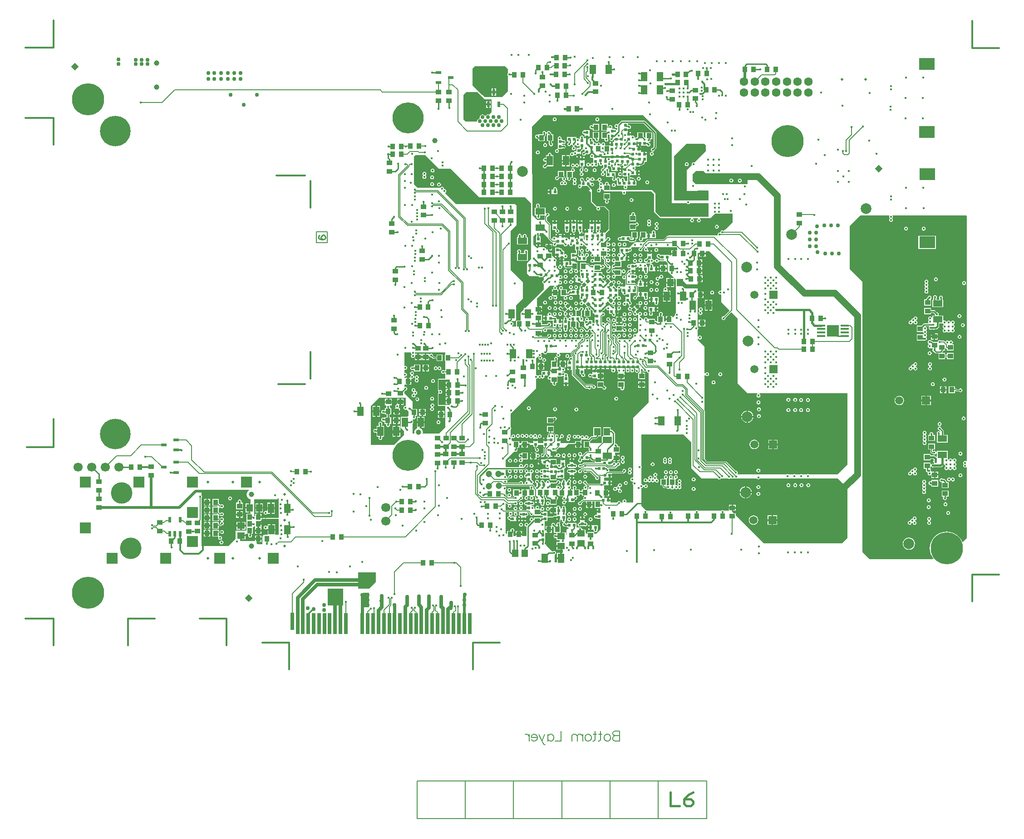
<source format=gbl>
G04*
G04 #@! TF.GenerationSoftware,Altium Limited,Altium Designer,21.6.4 (81)*
G04*
G04 Layer_Physical_Order=6*
G04 Layer_Color=16711680*
%FSLAX24Y24*%
%MOIN*%
G70*
G04*
G04 #@! TF.SameCoordinates,42A8AC4E-8479-4C90-829A-3F1442475C95*
G04*
G04*
G04 #@! TF.FilePolarity,Positive*
G04*
G01*
G75*
%ADD10C,0.0200*%
%ADD11C,0.0100*%
%ADD16C,0.0080*%
%ADD17C,0.0060*%
%ADD18C,0.0070*%
%ADD19C,0.0050*%
%ADD53C,0.0120*%
%ADD54C,0.0197*%
%ADD55R,0.0394X0.0354*%
%ADD56R,0.0354X0.0394*%
%ADD57R,0.0394X0.0374*%
%ADD58R,0.0374X0.0394*%
%ADD59R,0.0571X0.0453*%
%ADD63R,0.0244X0.0244*%
%ADD64R,0.0709X0.0453*%
%ADD65R,0.0453X0.0709*%
%ADD66R,0.0244X0.0244*%
%ADD67R,0.0236X0.0236*%
%ADD68R,0.0236X0.0236*%
%ADD69R,0.0591X0.0177*%
%ADD77R,0.0453X0.0571*%
%ADD85C,0.0177*%
%ADD105R,0.0394X0.0236*%
%ADD111C,0.0394*%
%ADD114R,0.0276X0.1575*%
%ADD115R,0.0276X0.1260*%
%ADD118C,0.0300*%
%ADD120C,0.0260*%
%ADD121C,0.0240*%
%ADD122C,0.0150*%
%ADD125C,0.0160*%
%ADD126C,0.0140*%
%ADD127C,0.1575*%
%ADD128C,0.2362*%
%ADD129C,0.0591*%
%ADD130R,0.0591X0.0591*%
%ADD131C,0.0787*%
%ADD132C,0.2244*%
%ADD133C,0.2283*%
%ADD134R,0.1181X0.0866*%
%ADD135C,0.0669*%
%ADD136C,0.0630*%
%ADD137R,0.0787X0.0787*%
%ADD138C,0.0295*%
%ADD139C,0.0472*%
%ADD140P,0.0345X4X90.0*%
%ADD141P,0.0557X4X270.0*%
%ADD142P,0.0345X4X180.0*%
%ADD143R,0.0236X0.0413*%
%ADD144R,0.0236X0.0433*%
%ADD145C,0.0500*%
G36*
X63800Y75390D02*
Y75103D01*
X63793Y75098D01*
X63762Y75052D01*
X63752Y74998D01*
X63762Y74944D01*
X63793Y74898D01*
X63800Y74893D01*
Y74270D01*
Y73780D01*
X63350Y73330D01*
X62080D01*
X61900Y73510D01*
X61200Y74210D01*
Y75440D01*
X61360Y75600D01*
X63590D01*
X63800Y75390D01*
D02*
G37*
G36*
X62050Y73210D02*
X62080Y73180D01*
X62610D01*
Y72250D01*
X62404Y72044D01*
X62400Y72046D01*
X62323Y72062D01*
X62246Y72046D01*
X62181Y72002D01*
X62150Y71956D01*
X62100D01*
X62069Y72002D01*
X62004Y72046D01*
X61927Y72062D01*
X61850Y72046D01*
X61784Y72002D01*
X61740Y71937D01*
X61725Y71860D01*
X61740Y71783D01*
X61741Y71783D01*
X61727Y71762D01*
X61650Y71746D01*
X61584Y71702D01*
X61540Y71637D01*
X61525Y71560D01*
X61501Y71530D01*
X60680D01*
X60540Y71670D01*
Y72040D01*
Y73490D01*
X60760Y73710D01*
X61550D01*
X62050Y73210D01*
D02*
G37*
G36*
X78313Y69792D02*
Y69348D01*
X77498Y68533D01*
X77488Y68540D01*
X77433Y68551D01*
X77378Y68540D01*
X77332Y68509D01*
X77301Y68463D01*
X77290Y68408D01*
X77301Y68353D01*
X77308Y68343D01*
X76913Y67948D01*
Y66455D01*
X78496Y66460D01*
X78531Y66425D01*
X78533Y65761D01*
X78498Y65725D01*
X77104D01*
X77098Y65730D01*
X77043Y65741D01*
X76988Y65730D01*
X76982Y65725D01*
X76007D01*
Y68998D01*
X76906Y69898D01*
X78207D01*
X78313Y69792D01*
D02*
G37*
G36*
X70416Y67188D02*
X70417Y67187D01*
X70418Y67187D01*
X70522Y67083D01*
X70530Y67075D01*
X70531Y67070D01*
X70533Y67067D01*
Y67065D01*
X70539Y67050D01*
X70538Y67042D01*
X70533Y67038D01*
X70502Y66992D01*
X70492Y66938D01*
X70502Y66884D01*
X70533Y66838D01*
X70537Y66836D01*
Y66807D01*
X70506Y66761D01*
X70495Y66707D01*
X70506Y66653D01*
X70509Y66649D01*
X70481Y66608D01*
X70477Y66609D01*
X70423Y66598D01*
X70377Y66567D01*
X70346Y66521D01*
X70335Y66467D01*
X70346Y66413D01*
X70377Y66367D01*
X70423Y66337D01*
X70477Y66326D01*
X70531Y66337D01*
X70577Y66367D01*
X70607Y66413D01*
X70618Y66467D01*
X70607Y66521D01*
X70605Y66525D01*
X70632Y66567D01*
X70637Y66566D01*
X70691Y66577D01*
X70694Y66579D01*
X70711Y66570D01*
Y66570D01*
X70711Y66570D01*
X70725D01*
X70816Y66479D01*
Y66446D01*
X70849D01*
X70917Y66378D01*
X70927Y66389D01*
X72160D01*
X72192Y66350D01*
X72185Y66317D01*
X72196Y66263D01*
X72227Y66217D01*
X72273Y66187D01*
X72327Y66176D01*
X72381Y66187D01*
X72427Y66217D01*
X72457Y66263D01*
X72468Y66317D01*
X72457Y66371D01*
X72466Y66389D01*
X74322D01*
X74533Y66178D01*
Y64898D01*
X74983Y64448D01*
X77232D01*
X77246Y64400D01*
X77213Y64378D01*
X77182Y64332D01*
X77172Y64278D01*
X77182Y64224D01*
X77213Y64178D01*
X77259Y64147D01*
X77313Y64137D01*
X77367Y64147D01*
X77413Y64178D01*
X77444Y64224D01*
X77454Y64278D01*
X77444Y64332D01*
X77413Y64378D01*
X77380Y64400D01*
X77394Y64448D01*
X77732D01*
X77746Y64400D01*
X77713Y64378D01*
X77682Y64332D01*
X77672Y64278D01*
X77682Y64224D01*
X77713Y64178D01*
X77759Y64147D01*
X77813Y64137D01*
X77867Y64147D01*
X77913Y64178D01*
X77944Y64224D01*
X77954Y64278D01*
X77944Y64332D01*
X77913Y64378D01*
X77880Y64400D01*
X77894Y64448D01*
X78686D01*
X78998Y64760D01*
X79000Y64759D01*
X79044Y64768D01*
X79252D01*
X79296Y64759D01*
X79340Y64768D01*
X80284D01*
Y64107D01*
X79769Y63592D01*
X79643Y63508D01*
X79597Y63539D01*
X79543Y63549D01*
X79489Y63539D01*
X79443Y63508D01*
X79412Y63462D01*
X79403Y63413D01*
X79361Y63386D01*
X79343Y63389D01*
X79289Y63379D01*
X79243Y63348D01*
X79212Y63302D01*
X79202Y63248D01*
X79209Y63213D01*
X79177Y63174D01*
X75603D01*
X75557Y63128D01*
X75505D01*
X75474Y63122D01*
X75463Y63115D01*
X75447Y63105D01*
X75447Y63105D01*
X75224Y62882D01*
X74066D01*
X74034Y62875D01*
X74008Y62858D01*
X74008Y62858D01*
X73808Y62658D01*
X73109D01*
X73107Y62660D01*
X73105Y62667D01*
D01*
X73094Y62702D01*
D01*
X73093Y62706D01*
X73110Y62718D01*
X73136Y62743D01*
X73157Y62747D01*
X73203Y62778D01*
X73234Y62824D01*
X73244Y62878D01*
X73234Y62932D01*
X73245Y62953D01*
X73332D01*
Y63447D01*
X72858D01*
Y62953D01*
X72937D01*
X72950Y62937D01*
X72929Y62892D01*
X72799D01*
X72789Y62902D01*
Y63102D01*
X72470D01*
X72470Y63102D01*
Y63102D01*
X72445Y63102D01*
X72440D01*
X72435D01*
X72410Y63102D01*
X72410Y63102D01*
Y63102D01*
X72091D01*
Y63072D01*
X72047Y63049D01*
X72044Y63051D01*
X71990Y63061D01*
X71936Y63051D01*
X71890Y63020D01*
X71859Y62974D01*
X71849Y62920D01*
X71859Y62866D01*
X71890Y62820D01*
X71936Y62789D01*
X71990Y62779D01*
X72044Y62789D01*
X72047Y62791D01*
X72091Y62768D01*
Y62758D01*
X72435D01*
X72435Y62758D01*
Y62758D01*
X72435D01*
X72445D01*
X72470Y62758D01*
X72470Y62758D01*
Y62758D01*
X72645D01*
X72685Y62718D01*
X72718Y62696D01*
X72757Y62688D01*
X73038D01*
X73062Y62693D01*
X73062D01*
X73085Y62649D01*
X73018Y62581D01*
X73013Y62578D01*
X73010Y62573D01*
X72691Y62254D01*
X72684Y62257D01*
Y62257D01*
X72684Y62257D01*
X72340D01*
D01*
D01*
X72340Y62257D01*
X72329D01*
Y62257D01*
X71985D01*
Y61913D01*
X72055D01*
X72062Y61897D01*
X72063Y61889D01*
X72068Y61882D01*
X72074Y61866D01*
X72041Y61833D01*
X72015Y61851D01*
X71960Y61862D01*
X71906Y61851D01*
X71861Y61820D01*
X71830Y61775D01*
X71819Y61721D01*
X71830Y61666D01*
X71861Y61621D01*
X71906Y61590D01*
X71955Y61580D01*
X71969Y61533D01*
X71947Y61510D01*
Y61298D01*
X71732D01*
X71708Y61327D01*
X71697Y61381D01*
X71667Y61427D01*
X71621Y61457D01*
X71567Y61468D01*
X71513Y61457D01*
X71467Y61427D01*
X71436Y61381D01*
X71425Y61327D01*
X71436Y61273D01*
X71467Y61227D01*
X71513Y61196D01*
X71567Y61186D01*
X71586Y61189D01*
X71616Y61165D01*
X71619Y61115D01*
X71543Y61039D01*
X71492Y61029D01*
X71447Y60998D01*
X71416Y60952D01*
X71405Y60898D01*
X71308D01*
X71297Y60952D01*
X71266Y60998D01*
X71221Y61029D01*
X71167Y61040D01*
X71157Y61038D01*
X71041Y61154D01*
Y61195D01*
X71085Y61219D01*
X71119Y61196D01*
X71173Y61186D01*
X71227Y61196D01*
X71273Y61227D01*
X71304Y61273D01*
X71314Y61327D01*
X71304Y61381D01*
X71273Y61427D01*
X71227Y61457D01*
X71173Y61468D01*
X71119Y61457D01*
X71078Y61430D01*
X71029Y61440D01*
X71014Y61462D01*
X70949Y61527D01*
Y61602D01*
X71075D01*
X71075Y61602D01*
Y61602D01*
X71090Y61609D01*
X71119Y61590D01*
X71173Y61579D01*
X71227Y61590D01*
X71273Y61621D01*
X71304Y61666D01*
X71314Y61721D01*
X71304Y61775D01*
X71273Y61820D01*
X71227Y61851D01*
X71173Y61862D01*
X71119Y61851D01*
X71075Y61874D01*
Y61960D01*
X71119Y61984D01*
X71173Y61973D01*
X71227Y61984D01*
X71273Y62014D01*
X71304Y62060D01*
X71314Y62114D01*
X71304Y62168D01*
X71273Y62214D01*
X71227Y62245D01*
X71173Y62256D01*
X71119Y62245D01*
X71075Y62310D01*
Y62354D01*
X71119Y62377D01*
X71173Y62367D01*
X71227Y62377D01*
X71273Y62408D01*
X71304Y62454D01*
X71314Y62508D01*
X71304Y62562D01*
X71273Y62608D01*
X71227Y62638D01*
X71173Y62649D01*
X71122Y62639D01*
X71099Y62683D01*
X71177Y62761D01*
X71227Y62771D01*
X71273Y62802D01*
X71304Y62848D01*
X71314Y62902D01*
X71304Y62956D01*
X71273Y63002D01*
X71227Y63032D01*
X71173Y63043D01*
X71119Y63032D01*
X71073Y63002D01*
X71043Y62956D01*
X71032Y62905D01*
X70996Y62868D01*
X70949Y62887D01*
Y63303D01*
X71265Y63618D01*
X71243Y63641D01*
Y63643D01*
X71237Y63658D01*
Y64975D01*
X71237Y64975D01*
X71237Y64975D01*
Y64997D01*
X71076Y65158D01*
X70931Y65303D01*
X70931Y65303D01*
X70916Y65318D01*
X70893D01*
X70893Y65318D01*
X70893Y65318D01*
X70307D01*
X70289Y65326D01*
X70122Y65493D01*
X69954Y65661D01*
X69954Y65662D01*
X69947Y65679D01*
Y66341D01*
X69947Y66341D01*
X69947Y66341D01*
Y66543D01*
X69749Y66741D01*
X69741Y66748D01*
Y66748D01*
Y66759D01*
X69739Y66764D01*
X69739Y66774D01*
X69735Y66778D01*
X69734Y66783D01*
X69740Y66795D01*
X69726D01*
X69718Y66807D01*
X69705Y66815D01*
X69694Y66827D01*
X69650Y66845D01*
X69640D01*
X69630Y66849D01*
X69627D01*
Y66967D01*
X69747D01*
Y66795D01*
X69859D01*
Y66795D01*
X69918Y66795D01*
X69926Y66789D01*
X69980Y66779D01*
X70034Y66789D01*
X70080Y66820D01*
X70111Y66866D01*
X70121Y66920D01*
X70111Y66974D01*
X70080Y67020D01*
X70034Y67051D01*
X69980Y67061D01*
X69926Y67051D01*
X69903Y67035D01*
X69859Y67059D01*
Y67139D01*
X69782D01*
X69777Y67151D01*
X69805Y67192D01*
X69939D01*
X69951Y67184D01*
X70005Y67174D01*
X70059Y67184D01*
X70071Y67192D01*
X70412D01*
X70416Y67188D01*
D02*
G37*
G36*
X78323Y67748D02*
X81383D01*
Y66948D01*
X77593D01*
X77373Y67168D01*
Y67668D01*
X77623Y67918D01*
X78153D01*
X78323Y67748D01*
D02*
G37*
G36*
X75817Y69908D02*
Y65528D01*
X76923D01*
X76943Y65498D01*
X76989Y65467D01*
X77043Y65457D01*
X77097Y65467D01*
X77143Y65498D01*
X77163Y65528D01*
X78523D01*
Y64548D01*
X74983Y64548D01*
X74621Y64910D01*
X74624Y66277D01*
X74383Y66518D01*
X71310D01*
Y66900D01*
X71216D01*
X71185Y66939D01*
X71194Y66988D01*
X71184Y67042D01*
X71153Y67088D01*
X71107Y67119D01*
X71053Y67129D01*
X70999Y67119D01*
X70953Y67088D01*
X70922Y67042D01*
X70912Y66988D01*
X70921Y66939D01*
X70890Y66900D01*
X70816D01*
X70816Y66900D01*
Y66900D01*
X70797Y66904D01*
X70774Y66938D01*
D01*
X70764Y66992D01*
X70733Y67038D01*
X70687Y67069D01*
X70633Y67079D01*
X70589Y67071D01*
X70589Y67071D01*
X70583Y67085D01*
X70583Y67085D01*
X70582Y67090D01*
X70577Y67096D01*
X70575Y67102D01*
X70573Y67104D01*
X70572Y67105D01*
X70571Y67106D01*
X70571Y67106D01*
X70568Y67113D01*
X70560Y67121D01*
X70560Y67121D01*
X70571Y67157D01*
X70571D01*
X70617Y67187D01*
X70647Y67233D01*
X70658Y67287D01*
X70647Y67341D01*
X70617Y67387D01*
X70571Y67418D01*
X70517Y67429D01*
X70463Y67418D01*
X70417Y67387D01*
X70386Y67341D01*
X70375Y67287D01*
X70376Y67285D01*
X70344Y67246D01*
X70172D01*
X70140Y67285D01*
X70146Y67315D01*
X70136Y67369D01*
X70105Y67415D01*
X70059Y67446D01*
X70005Y67456D01*
X69951Y67446D01*
X69905Y67415D01*
X69874Y67369D01*
X69866Y67327D01*
X69816D01*
X69807Y67371D01*
X69777Y67417D01*
X69731Y67448D01*
X69677Y67459D01*
X69623Y67448D01*
X69577Y67417D01*
X69546Y67371D01*
X69535Y67317D01*
X69546Y67263D01*
X69577Y67217D01*
X69623Y67187D01*
X69613Y67139D01*
X69540D01*
X69540Y67139D01*
D01*
D01*
X69540Y67139D01*
X69515Y67139D01*
X69510D01*
X69505D01*
X69479Y67139D01*
X69479Y67139D01*
Y67139D01*
X69434D01*
Y67172D01*
X69427Y67211D01*
X69405Y67244D01*
X69405Y67244D01*
X69405D01*
D01*
X69405Y67244D01*
Y67244D01*
X69365Y67284D01*
X69357Y67321D01*
X69327Y67367D01*
X69281Y67398D01*
X69227Y67409D01*
X69173Y67398D01*
X69127Y67367D01*
X69096Y67321D01*
X69085Y67267D01*
X69096Y67213D01*
X69127Y67167D01*
X69162Y67144D01*
X69160Y67139D01*
X69160D01*
X69160Y67139D01*
Y66931D01*
X69122Y66900D01*
X69077Y66909D01*
X69023Y66898D01*
X68977Y66867D01*
X68946Y66821D01*
X68935Y66767D01*
X68946Y66713D01*
X68977Y66667D01*
X69023Y66637D01*
X69077Y66626D01*
X69131Y66637D01*
X69177Y66667D01*
X69207Y66713D01*
X69218Y66767D01*
X69240Y66795D01*
X69505D01*
D01*
D01*
Y66795D01*
X69515D01*
X69540Y66795D01*
Y66795D01*
X69540D01*
X69540D01*
Y66795D01*
D01*
D01*
D01*
X69630D01*
X69640Y66790D01*
X69640D01*
X69663Y66781D01*
X69667Y66777D01*
X69672Y66775D01*
X69675Y66770D01*
X69679Y66768D01*
X69681Y66764D01*
X69686Y66762D01*
X69686Y66761D01*
X69687Y66759D01*
Y66748D01*
X69687Y66748D01*
X69689Y66744D01*
D01*
X69689Y66743D01*
X69703Y66710D01*
X69711Y66702D01*
X69711Y66702D01*
X69848Y66565D01*
X69829Y66518D01*
X69716D01*
X69892Y66341D01*
Y65668D01*
X69892Y65668D01*
X69904Y65641D01*
X69908Y65630D01*
X69908Y65630D01*
X70258Y65280D01*
X70297Y65264D01*
X70297Y65264D01*
Y65264D01*
X70319Y65220D01*
X70306Y65201D01*
X70295Y65147D01*
X70306Y65093D01*
X70337Y65047D01*
X70383Y65017D01*
X70437Y65006D01*
X70491Y65017D01*
X70537Y65047D01*
X70567Y65093D01*
X70578Y65147D01*
X70567Y65201D01*
X70537Y65247D01*
X70542Y65264D01*
X70893D01*
X71182Y64975D01*
Y63647D01*
X71193Y63622D01*
X70935Y63365D01*
X70879Y63365D01*
Y63365D01*
X70770D01*
Y63197D01*
X70650D01*
Y63365D01*
X70551D01*
X70528Y63409D01*
X70537Y63423D01*
X70548Y63477D01*
X70537Y63531D01*
X70507Y63577D01*
X70507Y63580D01*
X70593D01*
Y63899D01*
X70593Y63899D01*
D01*
D01*
X70593Y63916D01*
Y63919D01*
Y63925D01*
X70593Y63934D01*
D01*
X70593Y63952D01*
X70593Y63952D01*
X70593D01*
Y64042D01*
X70257D01*
Y63952D01*
X70257Y63952D01*
X70257D01*
X70257Y63934D01*
Y63916D01*
D01*
D01*
D01*
X70257D01*
D01*
Y63580D01*
X70257Y63580D01*
X70279Y63536D01*
X70276Y63531D01*
X70265Y63477D01*
X70276Y63423D01*
X70307Y63377D01*
X70336Y63358D01*
X70322Y63310D01*
X70208D01*
D01*
D01*
X70208Y63310D01*
X70197D01*
Y63310D01*
X70037D01*
X70023Y63358D01*
X70053Y63378D01*
X70084Y63424D01*
X70094Y63478D01*
X70084Y63532D01*
X70053Y63578D01*
X70054Y63580D01*
X70121D01*
Y63899D01*
X70121Y63899D01*
D01*
D01*
X70121Y63916D01*
Y63919D01*
Y63925D01*
X70121Y63934D01*
D01*
X70121Y63952D01*
X70121Y63952D01*
X70121D01*
Y64042D01*
X69784D01*
Y63952D01*
X69784Y63952D01*
X69784D01*
X69784Y63934D01*
Y63916D01*
D01*
D01*
D01*
X69784D01*
D01*
Y63641D01*
X69784D01*
X69766D01*
X69749Y63641D01*
X69749Y63641D01*
Y63641D01*
X69658D01*
Y63472D01*
X69598D01*
Y63413D01*
X69430D01*
Y63322D01*
X69430Y63322D01*
X69430D01*
X69430Y63304D01*
Y63286D01*
D01*
D01*
X69430D01*
Y62950D01*
X69434D01*
X69465Y62913D01*
X69443Y62867D01*
X69375D01*
Y62993D01*
X69375Y62993D01*
D01*
D01*
X69375Y63011D01*
Y63013D01*
Y63020D01*
X69375Y63029D01*
D01*
X69375Y63046D01*
X69375Y63046D01*
X69375D01*
Y63137D01*
X69039D01*
Y63046D01*
X69039Y63046D01*
X69039D01*
X69039Y63029D01*
Y63011D01*
D01*
D01*
X69039D01*
Y62922D01*
X68991Y62907D01*
X68962Y62951D01*
X68916Y62981D01*
X68862Y62992D01*
X68808Y62981D01*
X68762Y62951D01*
X68749Y62931D01*
X68701Y62946D01*
Y62954D01*
Y62963D01*
Y62972D01*
X68701Y62990D01*
X68701Y62990D01*
X68701D01*
Y63080D01*
X68365D01*
Y62990D01*
X68365Y62990D01*
X68365D01*
X68365Y62972D01*
Y62954D01*
D01*
D01*
X68365D01*
Y62867D01*
X68257D01*
X68248Y62878D01*
X68237Y62932D01*
X68206Y62978D01*
X68161Y63009D01*
X68107Y63020D01*
X68052Y63009D01*
X68039Y63000D01*
X67995Y63023D01*
Y63039D01*
X67827D01*
Y63098D01*
X67767D01*
Y63267D01*
X67659D01*
D01*
D01*
X67659Y63267D01*
X67621D01*
Y63267D01*
X67513D01*
Y63098D01*
X67453D01*
Y63039D01*
X67284D01*
Y63091D01*
X67246Y63059D01*
X67197Y63069D01*
X67143Y63058D01*
X67097Y63027D01*
X67066Y62981D01*
X67055Y62927D01*
X67056Y62925D01*
X67012Y62901D01*
X66941Y62972D01*
Y63878D01*
X66941Y63878D01*
X66951Y63888D01*
D01*
D01*
D01*
D01*
D01*
D01*
D01*
X66945Y63895D01*
X66944Y63895D01*
X66941Y63898D01*
X66941D01*
D01*
X66941D01*
Y63898D01*
D01*
D01*
D01*
X66928Y63898D01*
X66893Y63934D01*
Y63986D01*
D01*
Y63986D01*
X66893D01*
D01*
Y63986D01*
X66893D01*
Y63986D01*
X66893Y63986D01*
X66893Y63986D01*
D01*
D01*
D01*
D01*
X66887Y64015D01*
X66882Y64023D01*
X66882Y64023D01*
X66871Y64040D01*
Y64040D01*
X66871Y64040D01*
X66647Y64263D01*
Y64520D01*
X66682Y64554D01*
X66710Y64549D01*
X66764Y64559D01*
X66810Y64590D01*
X66841Y64636D01*
X66851Y64690D01*
X66841Y64744D01*
X66810Y64790D01*
X66764Y64821D01*
X66710Y64831D01*
X66656Y64821D01*
X66613Y64792D01*
X66587Y64805D01*
X66569Y64818D01*
Y65204D01*
X66092D01*
Y65273D01*
X66121Y65316D01*
X66131Y65370D01*
X66121Y65424D01*
X66090Y65470D01*
X66044Y65501D01*
X65990Y65511D01*
X65936Y65501D01*
X65890Y65470D01*
X65859Y65424D01*
X65849Y65370D01*
X65859Y65316D01*
X65888Y65273D01*
Y65204D01*
X65760D01*
Y64651D01*
X65876D01*
X65899Y64607D01*
X65896Y64602D01*
X65885Y64548D01*
X65896Y64494D01*
X65927Y64448D01*
X65972Y64418D01*
X66027Y64407D01*
X66081Y64418D01*
X66126Y64448D01*
X66157Y64494D01*
X66168Y64548D01*
X66157Y64602D01*
X66128Y64645D01*
Y64651D01*
X66498D01*
X66517Y64606D01*
X66500Y64581D01*
X66494Y64551D01*
Y64298D01*
X65969D01*
X65590Y64678D01*
Y67665D01*
X65567Y67688D01*
Y71178D01*
X66396Y72008D01*
X73717D01*
X75817Y69908D01*
D02*
G37*
G36*
X97485Y64610D02*
Y46590D01*
X97441Y46567D01*
X97418Y46582D01*
X97364Y46593D01*
X97309Y46582D01*
X97264Y46552D01*
X97233Y46506D01*
X97222Y46452D01*
X97233Y46398D01*
X97264Y46352D01*
X97266Y46350D01*
X97239Y46309D01*
X97228Y46255D01*
X97239Y46201D01*
X97270Y46155D01*
X97316Y46125D01*
X97370Y46114D01*
X97424Y46125D01*
X97441Y46136D01*
X97485Y46113D01*
Y40948D01*
X97190Y40653D01*
X97141Y40663D01*
X97113Y40729D01*
X97012Y40894D01*
X96886Y41041D01*
X96739Y41167D01*
X96574Y41268D01*
X96395Y41342D01*
X96206Y41388D01*
X96013Y41403D01*
X95820Y41388D01*
X95631Y41342D01*
X95452Y41268D01*
X95287Y41167D01*
X95140Y41041D01*
X95014Y40894D01*
X94913Y40729D01*
X94839Y40550D01*
X94793Y40361D01*
X94778Y40168D01*
X94793Y39975D01*
X94839Y39786D01*
X94913Y39607D01*
X95014Y39442D01*
X95030Y39423D01*
X95009Y39378D01*
X90355D01*
X89834Y39899D01*
Y59737D01*
X88898Y60709D01*
Y63858D01*
X89685Y64646D01*
X91782Y64646D01*
X91805Y64602D01*
X91802Y64597D01*
X91792Y64543D01*
X91802Y64489D01*
X91833Y64443D01*
Y64413D01*
X91802Y64367D01*
X91792Y64313D01*
X91802Y64259D01*
X91833Y64213D01*
X91879Y64182D01*
X91933Y64172D01*
X91987Y64182D01*
X92033Y64213D01*
X92064Y64259D01*
X92074Y64313D01*
X92064Y64367D01*
X92033Y64413D01*
Y64443D01*
X92064Y64489D01*
X92074Y64543D01*
X92064Y64597D01*
X92033Y64643D01*
X92034Y64646D01*
X97450Y64646D01*
X97485Y64610D01*
D02*
G37*
G36*
X66740Y63004D02*
Y62988D01*
X66746Y62959D01*
X66762Y62934D01*
X67007Y62690D01*
X67031Y62674D01*
X67061Y62668D01*
X67061Y62668D01*
X67076D01*
X67136Y62608D01*
X67106Y62562D01*
X67095Y62508D01*
X67106Y62454D01*
X67136Y62408D01*
X67182Y62377D01*
X67236Y62367D01*
X67290Y62377D01*
X67336Y62408D01*
X67367Y62454D01*
X67377Y62508D01*
X67385Y62517D01*
X67874D01*
X67882Y62508D01*
X67893Y62454D01*
X67924Y62408D01*
X67969Y62377D01*
X68023Y62367D01*
X68078Y62377D01*
X68123Y62408D01*
X68154Y62454D01*
X68165Y62508D01*
X68173Y62517D01*
X68285D01*
X68296Y62463D01*
X68327Y62417D01*
X68373Y62387D01*
X68427Y62376D01*
X68481Y62387D01*
X68527Y62417D01*
X68557Y62463D01*
X68568Y62517D01*
X68723D01*
Y62440D01*
X68723Y62440D01*
X68723Y62440D01*
X68723Y62429D01*
Y62418D01*
D01*
D01*
D01*
X68723D01*
D01*
Y62074D01*
X68793D01*
Y61883D01*
X68776D01*
Y61883D01*
X68432D01*
Y61550D01*
X68432Y61550D01*
X68432Y61550D01*
X68432Y61539D01*
Y61528D01*
D01*
D01*
D01*
X68432D01*
D01*
Y61416D01*
X68776D01*
Y61517D01*
X68776Y61517D01*
D01*
X68776Y61528D01*
Y61530D01*
Y61534D01*
X68776Y61539D01*
X68776Y61550D01*
X68776Y61550D01*
D01*
D01*
X68799Y61574D01*
X68799Y61574D01*
X68816Y61571D01*
X68875Y61512D01*
Y61312D01*
X69219D01*
Y61312D01*
X69219D01*
X69219Y61312D01*
X69229D01*
Y61312D01*
X69573D01*
Y61541D01*
X69623Y61590D01*
X69661Y61598D01*
X69706Y61628D01*
X69737Y61674D01*
X69748Y61728D01*
X69737Y61782D01*
X69706Y61828D01*
X69661Y61859D01*
X69607Y61870D01*
X69552Y61859D01*
X69507Y61828D01*
X69476Y61782D01*
X69465Y61728D01*
X69475Y61680D01*
X69456Y61656D01*
X69397D01*
X69383Y61683D01*
X69384Y61684D01*
X69394Y61738D01*
X69384Y61792D01*
X69353Y61838D01*
X69307Y61869D01*
X69253Y61879D01*
X69199Y61869D01*
X69153Y61838D01*
X69122Y61792D01*
X69112Y61738D01*
X69122Y61684D01*
X69123Y61683D01*
X69109Y61656D01*
X69019D01*
X68976Y61700D01*
X68978Y61708D01*
X68977Y61714D01*
X68989Y61733D01*
X68997Y61772D01*
Y62074D01*
X69067D01*
X69086Y62051D01*
X69085Y62048D01*
X69096Y61994D01*
X69127Y61948D01*
X69172Y61918D01*
X69227Y61907D01*
X69281Y61918D01*
X69326Y61948D01*
X69357Y61994D01*
X69368Y62048D01*
X69357Y62102D01*
X69326Y62148D01*
X69281Y62179D01*
X69227Y62190D01*
X69172Y62179D01*
X69127Y62148D01*
X69096Y62102D01*
X69096D01*
X69067Y62111D01*
Y62408D01*
D01*
D01*
X69096Y62421D01*
X69105Y62408D01*
X69151Y62377D01*
X69205Y62367D01*
X69259Y62377D01*
X69304Y62408D01*
X69335Y62454D01*
X69343Y62494D01*
X69372Y62502D01*
X69601Y62273D01*
X69593Y62244D01*
X69576Y62241D01*
X69530Y62210D01*
X69499Y62164D01*
X69489Y62110D01*
X69499Y62056D01*
X69530Y62010D01*
X69576Y61979D01*
X69630Y61969D01*
X69684Y61979D01*
X69730Y62010D01*
X69761Y62056D01*
X69764Y62073D01*
X69793Y62081D01*
X69986Y61888D01*
X69978Y61859D01*
X69938Y61851D01*
X69892Y61820D01*
X69861Y61775D01*
X69851Y61721D01*
X69861Y61666D01*
X69892Y61621D01*
X69938Y61590D01*
X69992Y61579D01*
X70046Y61590D01*
X70092Y61621D01*
X70100Y61633D01*
X70129Y61624D01*
Y61417D01*
X70100Y61409D01*
X70100Y61409D01*
X70054Y61440D01*
X70000Y61450D01*
X69946Y61440D01*
X69900Y61409D01*
X69870Y61363D01*
X69859Y61309D01*
X69870Y61255D01*
X69900Y61209D01*
X69946Y61179D01*
X70000Y61168D01*
X70054Y61179D01*
X70100Y61209D01*
X70100Y61209D01*
X70129Y61201D01*
Y61198D01*
X70623D01*
Y61602D01*
X70737D01*
Y61518D01*
X70744Y61483D01*
X70764Y61453D01*
X70858Y61359D01*
Y61116D01*
X70858Y61116D01*
X70858D01*
X70865Y61080D01*
X70884Y61051D01*
X71027Y60908D01*
X71025Y60898D01*
X71036Y60844D01*
X71067Y60798D01*
X71112Y60768D01*
X71167Y60757D01*
X71216Y60767D01*
X71230Y60740D01*
X71169Y60680D01*
X71119Y60670D01*
X71073Y60639D01*
X71043Y60594D01*
X71032Y60539D01*
X71043Y60485D01*
X71073Y60440D01*
X71119Y60409D01*
X71173Y60398D01*
X71227Y60409D01*
X71273Y60440D01*
X71304Y60485D01*
X71314Y60536D01*
X71439Y60661D01*
X71461Y60694D01*
X71468Y60733D01*
Y60755D01*
X71492Y60768D01*
X71547Y60757D01*
X71601Y60768D01*
X71646Y60798D01*
X71664Y60824D01*
X72119D01*
Y61293D01*
X72339D01*
Y61293D01*
X72339D01*
X72339Y61293D01*
X72349D01*
Y61293D01*
X72462D01*
Y61465D01*
Y61615D01*
X72466Y61618D01*
X72479Y61637D01*
X72510D01*
X72496Y61663D01*
X72497Y61664D01*
X72508Y61718D01*
X72497Y61772D01*
X72466Y61818D01*
X72421Y61849D01*
X72380Y61857D01*
X72374Y61868D01*
X72447D01*
X72491Y61913D01*
X72684D01*
Y61962D01*
X72707Y61981D01*
X72748Y61973D01*
X72802Y61984D01*
X72848Y62014D01*
X72878Y62060D01*
X72889Y62114D01*
X72878Y62168D01*
X72848Y62214D01*
X72834Y62223D01*
X72831Y62253D01*
X72889Y62311D01*
X73555Y62311D01*
X73559Y62302D01*
X73540Y62279D01*
X73537Y62280D01*
X73482Y62269D01*
X73437Y62238D01*
X73406Y62192D01*
X73395Y62138D01*
X73406Y62084D01*
X73437Y62038D01*
X73482Y62008D01*
X73537Y61997D01*
X73591Y62008D01*
X73636Y62038D01*
X73667Y62084D01*
X73678Y62138D01*
X73674Y62160D01*
X73789Y62276D01*
X73789Y62276D01*
X73807Y62302D01*
Y62302D01*
X73807Y62302D01*
D01*
X73870Y62311D01*
X73877Y62307D01*
Y62307D01*
D01*
D01*
X73875Y62279D01*
X73872Y62279D01*
X73827Y62248D01*
X73796Y62202D01*
X73785Y62148D01*
X73796Y62094D01*
X73827Y62048D01*
X73872Y62018D01*
X73927Y62007D01*
X73981Y62018D01*
X73996Y62028D01*
X74023Y62014D01*
Y61968D01*
X74135D01*
Y62080D01*
X74078D01*
X74059Y62103D01*
X74068Y62148D01*
X74057Y62202D01*
X74026Y62248D01*
X73981Y62279D01*
Y62279D01*
D01*
D01*
X73982Y62306D01*
X73985Y62307D01*
X73992Y62311D01*
X74249Y62312D01*
X74263Y62303D01*
X74317Y62292D01*
X74371Y62303D01*
X74384Y62312D01*
X75810Y62312D01*
X75811Y62311D01*
Y62311D01*
X76177D01*
X76223Y62265D01*
X76223Y62075D01*
X76088D01*
Y61828D01*
X76028D01*
Y61768D01*
X75801D01*
Y61726D01*
X75780Y61705D01*
X75669Y61706D01*
Y61742D01*
X75325D01*
X75325Y61742D01*
X75325Y61742D01*
X75315D01*
Y61742D01*
X74972D01*
X74960Y61760D01*
X74914Y61791D01*
X74860Y61801D01*
X74806Y61791D01*
X74760Y61760D01*
X74729Y61714D01*
X74719Y61660D01*
X74729Y61606D01*
X74760Y61560D01*
X74806Y61529D01*
X74856Y61519D01*
X74878Y61498D01*
X74911Y61476D01*
X74950Y61468D01*
X74971D01*
Y61398D01*
X75274D01*
Y61322D01*
X74869D01*
X74864Y61352D01*
X74833Y61398D01*
X74787Y61429D01*
X74733Y61439D01*
X74679Y61429D01*
X74633Y61398D01*
X74602Y61352D01*
X74597Y61322D01*
X74493D01*
X74487Y61352D01*
X74456Y61398D01*
X74411Y61429D01*
X74367Y61438D01*
Y61714D01*
X74367Y61714D01*
D01*
X74367Y61725D01*
Y61727D01*
Y61730D01*
X74367Y61736D01*
X74367Y61746D01*
X74367D01*
D01*
D01*
X74367Y61746D01*
D01*
Y61848D01*
X74023D01*
Y61746D01*
X74023Y61746D01*
X74023Y61746D01*
X74023Y61736D01*
Y61725D01*
D01*
D01*
X74023D01*
Y61565D01*
X73925Y61467D01*
X73875Y61457D01*
X73829Y61427D01*
X73798Y61381D01*
X73788Y61327D01*
X73798Y61273D01*
X73829Y61227D01*
X73875Y61196D01*
X73929Y61186D01*
X73983Y61196D01*
X74029Y61227D01*
X74060Y61273D01*
X74070Y61323D01*
X74127Y61381D01*
X74213D01*
X74228Y61355D01*
X74226Y61352D01*
X74215Y61298D01*
X74226Y61244D01*
X74257Y61198D01*
X74267Y61192D01*
X74259Y61163D01*
X74252Y61162D01*
X74252Y61162D01*
Y61162D01*
X73974D01*
X73961Y61157D01*
X73948Y61156D01*
X73943Y61150D01*
X73935Y61147D01*
X73934Y61143D01*
X73215Y61143D01*
X73138Y61066D01*
X72802D01*
Y61030D01*
X72776Y61016D01*
X72757Y61029D01*
X72703Y61039D01*
X72649Y61029D01*
X72603Y60998D01*
X72572Y60952D01*
X72562Y60898D01*
X72572Y60844D01*
X72603Y60798D01*
X72649Y60767D01*
X72703Y60757D01*
X72757Y60767D01*
X72776Y60780D01*
X72802Y60766D01*
Y60722D01*
X72802Y60722D01*
X72802Y60711D01*
X72802D01*
Y60660D01*
X72776Y60645D01*
X72771Y60649D01*
X72717Y60660D01*
X72662Y60649D01*
X72617Y60618D01*
X72586Y60572D01*
X72575Y60518D01*
X72581Y60491D01*
X72452Y60362D01*
X72436Y60337D01*
X72430Y60308D01*
X72430Y60308D01*
X72430D01*
X72430Y60308D01*
X72430D01*
Y60222D01*
X72404Y60208D01*
X72384Y60221D01*
X72330Y60231D01*
X72276Y60221D01*
X72230Y60190D01*
X72199Y60144D01*
X72189Y60090D01*
X72199Y60036D01*
X72230Y59990D01*
X72276Y59959D01*
X72330Y59949D01*
X72384Y59959D01*
X72403Y59972D01*
X72430Y59958D01*
Y59669D01*
X72350D01*
Y59497D01*
X72290D01*
Y59437D01*
X72118D01*
Y59400D01*
X72088Y59397D01*
X72087Y59402D01*
X72056Y59448D01*
X72011Y59479D01*
X71957Y59490D01*
X71902Y59479D01*
X71857Y59448D01*
X71826Y59402D01*
X71815Y59348D01*
X71819Y59327D01*
X71800Y59304D01*
X71765D01*
X71709Y59360D01*
X71701Y59404D01*
X71670Y59450D01*
X71624Y59481D01*
X71570Y59491D01*
X71564Y59502D01*
X71630Y59568D01*
X71606Y59592D01*
X71615Y59620D01*
X71621Y59622D01*
X71667Y59652D01*
X71697Y59698D01*
X71708Y59752D01*
X71697Y59806D01*
X71667Y59852D01*
X71621Y59883D01*
X71567Y59893D01*
X71513Y59883D01*
X71467Y59852D01*
X71436Y59806D01*
X71435Y59800D01*
X71406Y59792D01*
X71395Y59803D01*
X71395Y59803D01*
X71395D01*
X71387Y59811D01*
X71383Y59815D01*
X71380Y59818D01*
X71372Y59826D01*
Y59826D01*
X71372Y59826D01*
X71319Y59879D01*
X71311Y59890D01*
X71300Y59898D01*
X71213Y59985D01*
X71221Y60014D01*
X71227Y60015D01*
X71273Y60046D01*
X71304Y60092D01*
X71314Y60146D01*
X71304Y60200D01*
X71273Y60246D01*
X71227Y60276D01*
X71173Y60287D01*
X71119Y60276D01*
X71073Y60246D01*
X71043Y60200D01*
X71032Y60146D01*
X71043Y60092D01*
X71073Y60046D01*
X71082Y60040D01*
X71085Y60010D01*
X70915Y59840D01*
X70885Y59843D01*
X70879Y59852D01*
X70868Y59860D01*
X70851Y59884D01*
X70818Y59906D01*
X70779Y59914D01*
X70765Y59911D01*
X70735Y59941D01*
Y59990D01*
X70758Y60009D01*
X70779Y60004D01*
X70833Y60015D01*
X70879Y60046D01*
X70910Y60092D01*
X70921Y60146D01*
X70910Y60200D01*
X70879Y60246D01*
X70833Y60276D01*
X70783Y60286D01*
X70735Y60334D01*
Y60485D01*
X70391D01*
D01*
D01*
X70391Y60485D01*
X70381D01*
Y60485D01*
X70146D01*
X70127Y60508D01*
X70133Y60539D01*
X70132Y60545D01*
X70151Y60568D01*
X70623D01*
Y60714D01*
X70694D01*
X70694Y60714D01*
X70725Y60720D01*
X70751Y60738D01*
X70755Y60741D01*
X70777Y60737D01*
X70831Y60748D01*
X70876Y60778D01*
X70907Y60824D01*
X70918Y60878D01*
X70907Y60932D01*
X70876Y60978D01*
X70831Y61009D01*
X70777Y61020D01*
X70722Y61009D01*
X70677Y60978D01*
X70651Y60940D01*
X70623Y60949D01*
Y61023D01*
X70129D01*
Y60981D01*
X70100Y60973D01*
X70096Y60978D01*
X70051Y61009D01*
X69997Y61020D01*
X69942Y61009D01*
X69897Y60978D01*
X69893Y60972D01*
X69863Y60969D01*
X69755Y61077D01*
X69730Y61094D01*
X69701Y61100D01*
X69540D01*
Y61160D01*
X69086D01*
Y60667D01*
X69086Y60667D01*
X69086D01*
X69091Y60658D01*
X69074Y60633D01*
X69063Y60579D01*
X69074Y60525D01*
X69101Y60485D01*
Y60148D01*
X69127D01*
X69146Y60125D01*
X69142Y60106D01*
X69146Y60085D01*
X69127Y60062D01*
X68953D01*
X68939Y60088D01*
X68941Y60092D01*
X68952Y60146D01*
X68941Y60200D01*
X68911Y60246D01*
X68865Y60276D01*
X68811Y60287D01*
X68757Y60276D01*
X68711Y60246D01*
X68680Y60200D01*
X68670Y60146D01*
X68680Y60092D01*
X68683Y60088D01*
X68668Y60062D01*
X68700D01*
X68711Y60046D01*
X68733Y60031D01*
Y59890D01*
Y59718D01*
X68845D01*
Y59718D01*
X68845D01*
X68845Y59718D01*
X68855D01*
Y59718D01*
X69055D01*
X69093Y59680D01*
X69126Y59658D01*
X69142Y59655D01*
X69144Y59652D01*
X69190Y59622D01*
X69204Y59619D01*
X69213Y59590D01*
X69161Y59538D01*
X69178Y59521D01*
X69169Y59493D01*
X69151Y59489D01*
X69105Y59458D01*
X69074Y59412D01*
X69063Y59358D01*
X69074Y59304D01*
X69078Y59298D01*
Y59162D01*
X68997D01*
Y58990D01*
Y58818D01*
X69078D01*
Y58631D01*
X69074Y58625D01*
X69063Y58571D01*
X69074Y58517D01*
X69105Y58471D01*
X69151Y58440D01*
X69205Y58430D01*
X69209Y58430D01*
X69223Y58404D01*
X69190Y58371D01*
X69218Y58344D01*
X69205Y58319D01*
X69151Y58308D01*
X69105Y58277D01*
X69074Y58231D01*
X69063Y58177D01*
X69074Y58123D01*
X69105Y58077D01*
X69151Y58047D01*
X69205Y58036D01*
X69259Y58047D01*
X69304Y58077D01*
X69335Y58123D01*
X69346Y58177D01*
X69371Y58191D01*
X69426Y58136D01*
X69426Y58136D01*
X69426D01*
X69434Y58128D01*
X69441Y58121D01*
X69441Y58121D01*
X69441Y58121D01*
D01*
D01*
X69616Y57945D01*
X69602Y57919D01*
X69590Y57921D01*
X69536Y57911D01*
X69490Y57880D01*
X69459Y57834D01*
X69449Y57780D01*
X69459Y57726D01*
X69462Y57722D01*
X69448Y57695D01*
X69394D01*
Y57201D01*
X69868D01*
Y57695D01*
X69733D01*
Y57751D01*
X69729Y57769D01*
X69731Y57780D01*
X69721Y57834D01*
X69690Y57880D01*
X69690Y57883D01*
X69734Y57927D01*
X69862Y57799D01*
X69862Y57798D01*
X69872Y57744D01*
X69903Y57698D01*
X69949Y57667D01*
X70003Y57657D01*
X70004Y57657D01*
X70036Y57624D01*
Y57434D01*
X70143D01*
X70164Y57413D01*
Y57302D01*
X70337D01*
Y57182D01*
X70164D01*
Y57081D01*
X70164Y57081D01*
X70164Y57081D01*
X70164Y57070D01*
Y57060D01*
D01*
D01*
D01*
X70164D01*
D01*
Y56735D01*
X70138Y56721D01*
X70124Y56731D01*
X70070Y56741D01*
X70016Y56731D01*
X69992Y56743D01*
Y56939D01*
X69748D01*
X69729Y56962D01*
X69738Y57008D01*
X69727Y57062D01*
X69696Y57108D01*
X69651Y57139D01*
X69597Y57150D01*
X69542Y57139D01*
X69497Y57108D01*
X69466Y57062D01*
X69455Y57008D01*
X69466Y56954D01*
X69497Y56908D01*
X69542Y56878D01*
X69597Y56867D01*
X69625Y56873D01*
X69648Y56854D01*
Y56814D01*
X69583Y56749D01*
X69532Y56739D01*
X69500Y56717D01*
X69474Y56732D01*
Y56888D01*
X69289D01*
X69280Y56917D01*
X69300Y56930D01*
X69331Y56976D01*
X69341Y57030D01*
X69331Y57084D01*
X69300Y57130D01*
X69254Y57161D01*
X69200Y57171D01*
X69146Y57161D01*
X69130Y57150D01*
X69104Y57164D01*
Y57201D01*
X69238D01*
Y57649D01*
X69259Y57653D01*
X69304Y57684D01*
X69335Y57729D01*
X69346Y57784D01*
X69335Y57838D01*
X69304Y57883D01*
X69259Y57914D01*
X69205Y57925D01*
X69151Y57914D01*
X69105Y57883D01*
X69074Y57838D01*
X69064Y57787D01*
X68976Y57699D01*
X68946Y57703D01*
X68936Y57722D01*
X68941Y57729D01*
X68952Y57784D01*
X68941Y57838D01*
X68911Y57883D01*
X68865Y57914D01*
X68811Y57925D01*
X68757Y57914D01*
X68711Y57883D01*
X68680Y57838D01*
X68670Y57784D01*
X68680Y57729D01*
X68711Y57684D01*
X68757Y57653D01*
X68764Y57652D01*
Y57227D01*
X68760Y57227D01*
D01*
X68749D01*
Y57227D01*
D01*
D01*
D01*
X68460D01*
X68457Y57257D01*
X68471Y57259D01*
X68517Y57290D01*
X68548Y57336D01*
X68558Y57390D01*
X68548Y57444D01*
X68517Y57490D01*
X68471Y57520D01*
X68417Y57531D01*
X68363Y57520D01*
X68317Y57490D01*
X68287Y57444D01*
X68276Y57390D01*
X68287Y57336D01*
X68317Y57290D01*
X68363Y57259D01*
X68405Y57251D01*
Y57227D01*
D01*
D01*
Y57227D01*
X68405D01*
Y57162D01*
X68379Y57148D01*
X68325Y57159D01*
X68271Y57148D01*
X68225Y57117D01*
X68195Y57071D01*
X68164Y57077D01*
X68157Y57112D01*
X68126Y57158D01*
X68081Y57189D01*
X68027Y57200D01*
X67972Y57189D01*
X67927Y57158D01*
X67896Y57112D01*
X67885Y57058D01*
X67892Y57022D01*
X67873Y56999D01*
X67848D01*
Y56666D01*
X67848Y56666D01*
X67848Y56666D01*
X67848Y56655D01*
Y56645D01*
D01*
D01*
D01*
X67848D01*
D01*
Y56301D01*
X67876D01*
X67895Y56278D01*
X67885Y56228D01*
X67896Y56174D01*
X67927Y56128D01*
X67972Y56098D01*
X68027Y56087D01*
X68081Y56098D01*
X68126Y56128D01*
X68157Y56174D01*
X68168Y56228D01*
X68157Y56282D01*
X68167Y56301D01*
X68192D01*
Y56634D01*
X68192Y56634D01*
D01*
X68192Y56645D01*
Y56646D01*
Y56650D01*
X68192Y56655D01*
X68192Y56666D01*
X68192D01*
D01*
D01*
X68192Y56666D01*
D01*
Y56916D01*
X68221Y56924D01*
X68225Y56917D01*
X68271Y56887D01*
X68325Y56876D01*
X68347Y56880D01*
X68370Y56861D01*
Y56394D01*
X68510D01*
X68513Y56379D01*
X68535Y56346D01*
X68666Y56215D01*
X68676Y56164D01*
X68707Y56118D01*
X68752Y56088D01*
X68807Y56077D01*
X68861Y56088D01*
X68906Y56118D01*
X68937Y56164D01*
X68948Y56218D01*
X68937Y56272D01*
X68906Y56318D01*
X68861Y56349D01*
X68810Y56359D01*
X68802Y56367D01*
X68814Y56394D01*
X68844D01*
Y56851D01*
X68872Y56862D01*
X69000Y56734D01*
Y56394D01*
X69268D01*
X69458Y56205D01*
X69468Y56155D01*
X69498Y56109D01*
X69544Y56078D01*
X69598Y56067D01*
X69652Y56078D01*
X69698Y56109D01*
X69729Y56155D01*
X69739Y56205D01*
X69775Y56241D01*
X69850D01*
X69864Y56214D01*
X69862Y56212D01*
X69852Y56158D01*
X69862Y56104D01*
X69893Y56058D01*
X69939Y56027D01*
X69993Y56017D01*
X70021Y56022D01*
X70081Y55962D01*
X70069Y55934D01*
X70063D01*
X70046Y55946D01*
X69992Y55956D01*
X69938Y55946D01*
X69892Y55915D01*
X69861Y55869D01*
X69851Y55815D01*
X69856Y55787D01*
X69737Y55669D01*
X69721Y55644D01*
X69715Y55615D01*
X69715Y55615D01*
X69715D01*
X69715Y55615D01*
X69715D01*
Y55568D01*
X69689Y55554D01*
X69681Y55559D01*
X69627Y55570D01*
X69572Y55559D01*
X69557Y55548D01*
X69503D01*
Y55627D01*
X69558Y55682D01*
X69598Y55674D01*
X69652Y55684D01*
X69698Y55715D01*
X69729Y55761D01*
X69740Y55815D01*
X69729Y55869D01*
X69698Y55915D01*
X69652Y55946D01*
X69598Y55956D01*
X69544Y55946D01*
X69498Y55915D01*
X69468Y55869D01*
X69457Y55815D01*
X69460Y55800D01*
X69372Y55712D01*
X69356Y55688D01*
X69350Y55658D01*
X69350Y55658D01*
X69350D01*
X69350Y55658D01*
X69350D01*
Y55634D01*
X69324Y55620D01*
X69311Y55629D01*
X69257Y55640D01*
X69202Y55629D01*
X69157Y55598D01*
X69126Y55552D01*
X69125Y55548D01*
X68882D01*
X68864Y55561D01*
X68810Y55571D01*
X68756Y55561D01*
X68738Y55548D01*
X68562D01*
X68544Y55561D01*
X68490Y55571D01*
X68436Y55561D01*
X68418Y55548D01*
X68101D01*
X68071Y55569D01*
X68017Y55580D01*
X67962Y55569D01*
X67932Y55548D01*
X67706D01*
X67691Y55559D01*
X67637Y55570D01*
X67582Y55559D01*
X67567Y55548D01*
X67340D01*
X67326Y55568D01*
X67281Y55599D01*
X67226Y55610D01*
X67172Y55599D01*
X67127Y55568D01*
X67113Y55548D01*
X66902D01*
X66896Y55552D01*
X66842Y55563D01*
X66788Y55552D01*
X66783Y55548D01*
X66723D01*
X66712Y55576D01*
X66793Y55658D01*
X66840Y55649D01*
X66894Y55659D01*
X66940Y55690D01*
X66971Y55736D01*
X66981Y55790D01*
X66971Y55844D01*
X66940Y55890D01*
X66894Y55921D01*
X66840Y55931D01*
X66786Y55921D01*
X66740Y55890D01*
X66709Y55844D01*
X66699Y55790D01*
X66700Y55781D01*
X66618Y55699D01*
X66075D01*
X66058Y55724D01*
X66063Y55736D01*
X65973D01*
Y55973D01*
X66033D01*
Y56033D01*
X66280D01*
Y56205D01*
X66367D01*
X66376Y56207D01*
X66386Y56154D01*
X66417Y56108D01*
X66462Y56078D01*
X66517Y56067D01*
X66571Y56078D01*
X66616Y56108D01*
X66647Y56154D01*
X66658Y56208D01*
X66647Y56262D01*
X66660Y56287D01*
X67092D01*
X67106Y56263D01*
X67095Y56209D01*
X67106Y56155D01*
X67136Y56109D01*
X67182Y56078D01*
X67236Y56067D01*
X67290Y56078D01*
X67336Y56109D01*
X67367Y56155D01*
X67393Y56163D01*
X67401Y56155D01*
X67426Y56138D01*
X67455Y56132D01*
X67514D01*
X67530Y56109D01*
X67576Y56078D01*
X67630Y56067D01*
X67684Y56078D01*
X67730Y56109D01*
X67760Y56155D01*
X67771Y56209D01*
X67760Y56263D01*
X67730Y56309D01*
X67684Y56339D01*
X67630Y56350D01*
X67576Y56339D01*
X67530Y56309D01*
X67516Y56289D01*
X67487Y56286D01*
X67354Y56418D01*
X67330Y56434D01*
X67300Y56440D01*
X67298Y56449D01*
X67326Y56468D01*
X67357Y56514D01*
X67368Y56568D01*
X67357Y56622D01*
X67353Y56629D01*
X67367Y56655D01*
X67439D01*
X67439Y56655D01*
Y56655D01*
X67439D01*
X67449D01*
X67460Y56655D01*
Y56655D01*
X67460D01*
D01*
X67460Y56655D01*
D01*
D01*
D01*
X67506D01*
X67520Y56629D01*
X67496Y56592D01*
X67485Y56538D01*
X67496Y56484D01*
X67527Y56438D01*
X67572Y56408D01*
X67627Y56397D01*
X67681Y56408D01*
X67726Y56438D01*
X67757Y56484D01*
X67768Y56538D01*
X67757Y56592D01*
X67726Y56638D01*
X67732Y56655D01*
X67793D01*
Y56767D01*
X67621D01*
Y56827D01*
X67561D01*
Y56999D01*
X67460D01*
X67460Y56999D01*
D01*
X67460Y56999D01*
X67449Y56999D01*
X67444D01*
X67439D01*
X67428Y56999D01*
Y56999D01*
X67428Y56999D01*
X67402D01*
X67383Y57022D01*
X67388Y57048D01*
X67377Y57102D01*
X67346Y57148D01*
X67301Y57179D01*
X67247Y57190D01*
X67219Y57184D01*
X67219Y57184D01*
Y57184D01*
X67219Y57184D01*
D01*
D01*
D01*
D01*
X67219Y57184D01*
X67190Y57190D01*
X67102D01*
Y57260D01*
X66975D01*
X66961Y57287D01*
X66981Y57316D01*
X66991Y57370D01*
X66981Y57424D01*
X66950Y57470D01*
X66904Y57501D01*
X66850Y57511D01*
X66796Y57501D01*
X66750Y57470D01*
X66719Y57424D01*
X66709Y57370D01*
X66719Y57316D01*
X66739Y57287D01*
X66725Y57260D01*
X66636D01*
Y57088D01*
Y56916D01*
X66748D01*
Y56916D01*
X66758D01*
X66769Y56916D01*
Y56916D01*
X66769D01*
D01*
X66769Y56916D01*
D01*
D01*
D01*
X67095D01*
Y56655D01*
X67095Y56655D01*
X67095D01*
X67105Y56636D01*
X67096Y56622D01*
X67085Y56568D01*
X67096Y56514D01*
X67127Y56468D01*
X67118Y56440D01*
X66834D01*
X66822Y56468D01*
X66844Y56489D01*
X66894Y56499D01*
X66940Y56530D01*
X66971Y56576D01*
X66981Y56630D01*
X66971Y56684D01*
X66940Y56730D01*
X66894Y56761D01*
X66840Y56771D01*
X66786Y56761D01*
X66740Y56730D01*
X66709Y56684D01*
X66700Y56635D01*
X66280D01*
Y56840D01*
X66135D01*
Y56876D01*
X66280D01*
Y57350D01*
X65927D01*
Y57506D01*
X65973D01*
Y57743D01*
Y57980D01*
X65927D01*
Y58538D01*
X66862Y59473D01*
X67233D01*
X67236Y59443D01*
X67212Y59439D01*
X67167Y59408D01*
X67136Y59362D01*
X67125Y59308D01*
X67136Y59254D01*
X67147Y59238D01*
X67133Y59212D01*
X67019D01*
Y59025D01*
X67493D01*
Y59212D01*
X67400D01*
X67386Y59238D01*
X67397Y59254D01*
X67408Y59308D01*
X67397Y59362D01*
X67366Y59408D01*
X67321Y59439D01*
X67297Y59443D01*
X67300Y59473D01*
X67422D01*
X67541Y59593D01*
X67576Y59569D01*
X67630Y59559D01*
X67684Y59569D01*
X67730Y59600D01*
X67761Y59646D01*
X67771Y59700D01*
X67761Y59754D01*
X67730Y59800D01*
X67684Y59831D01*
X67630Y59841D01*
X67590Y59833D01*
X67567Y59852D01*
Y59970D01*
X67593Y59984D01*
X67602Y59978D01*
X67657Y59967D01*
X67711Y59978D01*
X67756Y60008D01*
X67787Y60054D01*
X67798Y60108D01*
X67787Y60162D01*
X67756Y60208D01*
X67711Y60239D01*
X67657Y60250D01*
X67602Y60239D01*
X67593Y60233D01*
X67567Y60247D01*
Y60603D01*
X67360Y60810D01*
X67371Y60826D01*
X67381Y60880D01*
X67371Y60934D01*
X67340Y60980D01*
X67327Y60988D01*
Y61261D01*
X67351Y61296D01*
X67361Y61350D01*
X67351Y61404D01*
X67320Y61450D01*
X67274Y61481D01*
X67257Y61484D01*
X67040Y61701D01*
Y61900D01*
X66841D01*
X66712Y62028D01*
X66724Y62056D01*
X66733D01*
Y62233D01*
X66546D01*
Y62252D01*
X66520Y62238D01*
X66489Y62258D01*
X66481Y62260D01*
X66430Y62311D01*
X65864D01*
X65656Y62519D01*
Y63108D01*
X65831Y63284D01*
X65860Y63275D01*
X65869Y63226D01*
X65898Y63183D01*
Y63093D01*
X65845D01*
Y62760D01*
X65845Y62760D01*
X65845Y62760D01*
X65845Y62749D01*
Y62739D01*
D01*
D01*
D01*
X65845D01*
D01*
Y62627D01*
X66189D01*
Y62728D01*
X66189Y62728D01*
D01*
X66189Y62739D01*
Y62740D01*
Y62744D01*
X66189Y62749D01*
X66189Y62760D01*
X66189D01*
D01*
D01*
X66189Y62760D01*
D01*
Y63093D01*
X66102D01*
Y63183D01*
X66131Y63226D01*
X66141Y63280D01*
X66131Y63334D01*
X66133Y63338D01*
X66406D01*
X66740Y63004D01*
D02*
G37*
G36*
X79465Y61135D02*
Y59144D01*
X79426Y59112D01*
X79383Y59121D01*
X79328Y59110D01*
X79282Y59079D01*
X79251Y59033D01*
X79240Y58978D01*
X79251Y58923D01*
X79282Y58877D01*
X79328Y58846D01*
X79383Y58835D01*
X79426Y58844D01*
X79465Y58812D01*
Y58265D01*
X80078Y57652D01*
X79652Y57225D01*
X79623Y57231D01*
X79568Y57220D01*
X79522Y57189D01*
X79491Y57143D01*
X79480Y57088D01*
X79491Y57033D01*
X79522Y56987D01*
X79568Y56956D01*
X79623Y56945D01*
X79678Y56956D01*
X79724Y56987D01*
X79755Y57033D01*
X79766Y57088D01*
X79760Y57117D01*
X80187Y57543D01*
X80660Y57070D01*
Y52283D01*
X81382Y51560D01*
X82098D01*
X82112Y51512D01*
X82092Y51499D01*
X82061Y51453D01*
X82050Y51398D01*
X82061Y51343D01*
X82092Y51297D01*
X82138Y51266D01*
X82193Y51255D01*
X82248Y51266D01*
X82294Y51297D01*
X82325Y51343D01*
X82336Y51398D01*
X82325Y51453D01*
X82294Y51499D01*
X82274Y51512D01*
X82288Y51560D01*
X88720D01*
Y46330D01*
X87990Y45600D01*
X85917D01*
X85888Y45620D01*
X85833Y45631D01*
X85778Y45620D01*
X85749Y45600D01*
X85417D01*
X85388Y45620D01*
X85333Y45631D01*
X85278Y45620D01*
X85249Y45600D01*
X84917D01*
X84888Y45620D01*
X84833Y45631D01*
X84778Y45620D01*
X84749Y45600D01*
X84417D01*
X84388Y45620D01*
X84333Y45631D01*
X84278Y45620D01*
X84249Y45600D01*
X80679D01*
X80655Y45644D01*
X80675Y45673D01*
X80686Y45728D01*
X80675Y45783D01*
X80644Y45829D01*
X80598Y45860D01*
X80543Y45871D01*
X80514Y45865D01*
X79847Y46532D01*
X79822Y46549D01*
X79793Y46554D01*
X78447D01*
X78249Y46752D01*
Y50258D01*
X78249Y50258D01*
X78244Y50287D01*
X78243Y50288D01*
Y52884D01*
X78291Y52899D01*
X78312Y52867D01*
X78358Y52836D01*
X78413Y52825D01*
X78468Y52836D01*
X78514Y52867D01*
X78545Y52913D01*
X78556Y52968D01*
X78545Y53023D01*
X78514Y53069D01*
X78468Y53100D01*
X78413Y53111D01*
X78358Y53100D01*
X78312Y53069D01*
X78291Y53037D01*
X78243Y53052D01*
Y54972D01*
X77725Y55490D01*
Y55580D01*
X77772Y55595D01*
X77797Y55558D01*
X77842Y55528D01*
X77897Y55517D01*
X77951Y55528D01*
X77996Y55558D01*
X78027Y55604D01*
X78038Y55658D01*
X78027Y55712D01*
X77996Y55758D01*
X77951Y55789D01*
X77897Y55800D01*
X77842Y55789D01*
X77797Y55758D01*
X77772Y55722D01*
X77725Y55737D01*
Y56214D01*
X77744Y56227D01*
X77775Y56273D01*
X77786Y56328D01*
X77775Y56383D01*
X77744Y56429D01*
X77725Y56442D01*
Y58561D01*
X77878D01*
Y58808D01*
Y59055D01*
X77725D01*
Y59731D01*
X77798D01*
Y59978D01*
Y60225D01*
X77720D01*
Y60333D01*
X77776D01*
Y60580D01*
Y60827D01*
X77720D01*
Y60895D01*
X77776D01*
Y61142D01*
Y61389D01*
X77720D01*
Y61870D01*
X77800D01*
X77800Y61870D01*
X77800Y61870D01*
X77841Y61853D01*
Y61898D01*
X78315D01*
Y61990D01*
X78610D01*
X79465Y61135D01*
D02*
G37*
G36*
X75403Y61255D02*
X75425Y61222D01*
X75523Y61124D01*
Y60528D01*
X75738Y60313D01*
X75742Y60307D01*
X75748Y60303D01*
X75977Y60074D01*
X75960Y60034D01*
X75960Y60034D01*
X75958Y60028D01*
X75773D01*
Y59752D01*
X75990D01*
Y59996D01*
X75996Y59999D01*
X75996Y59999D01*
X76036Y60015D01*
X76123Y59928D01*
Y57451D01*
X76092Y57430D01*
X76061Y57384D01*
X76050Y57329D01*
X76058Y57289D01*
X75921Y57152D01*
X75875Y57171D01*
Y57255D01*
X75698D01*
Y57008D01*
X75638D01*
Y56948D01*
X75401D01*
Y56890D01*
X75373Y56879D01*
X75378Y56881D01*
X75345Y56881D01*
D01*
D01*
D01*
D01*
X75345Y56881D01*
D01*
D01*
D01*
Y56881D01*
D01*
D01*
D01*
D01*
X75314Y56848D01*
X75245D01*
Y57255D01*
X75132D01*
X75117Y57303D01*
X75124Y57307D01*
X75155Y57353D01*
X75166Y57408D01*
X75155Y57463D01*
X75124Y57509D01*
X75078Y57540D01*
X75023Y57551D01*
X74968Y57540D01*
X74922Y57509D01*
X74891Y57463D01*
X74880Y57408D01*
X74891Y57353D01*
X74906Y57331D01*
Y57255D01*
X74771D01*
Y56869D01*
X74725Y56850D01*
X74715Y56860D01*
X74682Y56882D01*
X74643Y56890D01*
X74600D01*
Y57030D01*
X74106D01*
Y57030D01*
X74059D01*
X74055Y57053D01*
X74024Y57099D01*
X73978Y57130D01*
X73923Y57141D01*
X73868Y57130D01*
X73822Y57099D01*
X73791Y57053D01*
X73780Y56998D01*
X73724Y56987D01*
X73617Y57094D01*
X73614Y57099D01*
X73609Y57102D01*
X73494Y57218D01*
X73503Y57265D01*
X73558Y57276D01*
X73604Y57307D01*
X73635Y57353D01*
X73646Y57408D01*
X73635Y57463D01*
X73604Y57509D01*
X73558Y57540D01*
X73503Y57551D01*
X73448Y57540D01*
X73402Y57509D01*
X73371Y57463D01*
X73361Y57413D01*
X73319Y57400D01*
X73313Y57399D01*
X73265Y57447D01*
X73264Y57452D01*
X73233Y57498D01*
X73207Y57516D01*
Y57545D01*
X73198D01*
X73179Y57591D01*
X73281Y57693D01*
X73281D01*
D01*
X73281D01*
D01*
D01*
X73281D01*
D01*
D01*
D01*
D01*
Y57693D01*
D01*
D01*
D01*
D01*
D01*
X73281Y57693D01*
D01*
Y57693D01*
X73288Y57700D01*
X73306Y57718D01*
X73306D01*
X73306Y57718D01*
X73368Y57779D01*
X73246Y57901D01*
X73246Y57901D01*
X73124Y58022D01*
X73063Y57961D01*
X73063Y57961D01*
Y57961D01*
X73045Y57943D01*
X73041Y57940D01*
X73038Y57936D01*
X73020Y57918D01*
X73020D01*
X73020Y57918D01*
X72925Y57823D01*
X72878Y57838D01*
X72848Y57883D01*
X72802Y57914D01*
X72748Y57925D01*
X72742Y57929D01*
Y58031D01*
X72748Y58036D01*
X72802Y58047D01*
X72848Y58077D01*
X72878Y58123D01*
X72889Y58177D01*
X72878Y58231D01*
X72848Y58277D01*
X72823Y58293D01*
X72820Y58299D01*
X72820Y58299D01*
X72820D01*
D01*
X72820Y58299D01*
Y58299D01*
X72782Y58336D01*
Y58565D01*
D01*
Y58565D01*
X72782Y58565D01*
Y58575D01*
X72782D01*
Y58919D01*
D01*
Y58919D01*
X72804Y58941D01*
X72883D01*
Y58941D01*
X72883D01*
X72883Y58941D01*
X72894D01*
Y58941D01*
X73223D01*
Y58793D01*
X73154Y58724D01*
X73127Y58730D01*
X73072Y58719D01*
X73027Y58688D01*
X72996Y58642D01*
X72985Y58588D01*
X72996Y58534D01*
X73027Y58488D01*
X73072Y58458D01*
X73127Y58447D01*
X73181Y58458D01*
X73226Y58488D01*
X73257Y58534D01*
X73268Y58588D01*
X73262Y58616D01*
X73325Y58678D01*
X73371Y58659D01*
Y58658D01*
X73483D01*
Y58830D01*
Y59002D01*
X73376D01*
Y59413D01*
X73688D01*
X73688Y59413D01*
Y59413D01*
X73688D01*
X73698D01*
X73723Y59413D01*
Y59413D01*
X73723D01*
X73723D01*
Y59413D01*
D01*
D01*
D01*
X73810D01*
Y59585D01*
Y59757D01*
X73723D01*
X73723Y59757D01*
D01*
D01*
X73723Y59757D01*
X73707Y59757D01*
X73675Y59795D01*
X73677Y59801D01*
X73666Y59855D01*
X73635Y59901D01*
X73589Y59932D01*
X73535Y59943D01*
X73481Y59932D01*
X73435Y59901D01*
X73405Y59855D01*
X73394Y59801D01*
X73395Y59795D01*
X73363Y59757D01*
X73344D01*
Y59549D01*
X73297Y59530D01*
X73214Y59613D01*
X73189Y59630D01*
X73160Y59636D01*
X73118D01*
Y59713D01*
X72950D01*
Y59833D01*
X73118D01*
Y59941D01*
D01*
Y59941D01*
X73118Y59941D01*
Y59959D01*
X73118D01*
Y59980D01*
X73157Y60011D01*
X73170Y60009D01*
X73224Y60019D01*
X73270Y60050D01*
X73301Y60096D01*
X73311Y60150D01*
X73301Y60204D01*
X73270Y60250D01*
X73224Y60281D01*
X73170Y60291D01*
X73132Y60284D01*
X73118Y60295D01*
Y60295D01*
X72782D01*
D01*
D01*
X72782Y60295D01*
X72782Y60295D01*
D01*
X72782D01*
Y60295D01*
D01*
D01*
D01*
X72778D01*
X72742Y60331D01*
Y60354D01*
X72785Y60380D01*
X72802Y60371D01*
Y60367D01*
X72914D01*
Y60540D01*
X72974D01*
Y60599D01*
X73146D01*
Y60711D01*
D01*
Y60711D01*
X73146Y60711D01*
Y60722D01*
X73146D01*
Y60792D01*
X73162D01*
X73201Y60800D01*
X73202Y60800D01*
X73210Y60799D01*
X73264Y60809D01*
X73310Y60840D01*
X73335Y60878D01*
X73383Y60863D01*
Y60757D01*
X73555D01*
Y60697D01*
X73615D01*
Y60525D01*
X73727D01*
X73727Y60525D01*
Y60525D01*
X73727D01*
X73737D01*
X73757D01*
X73789Y60486D01*
X73788Y60480D01*
X73798Y60426D01*
X73829Y60380D01*
X73875Y60350D01*
X73929Y60339D01*
X73983Y60350D01*
X74029Y60380D01*
X74060Y60426D01*
X74070Y60480D01*
X74065Y60505D01*
X74081Y60525D01*
X74081D01*
Y60869D01*
X74041D01*
X74010Y60908D01*
X74018Y60949D01*
X74007Y61003D01*
X73976Y61049D01*
X73959Y61061D01*
X73974Y61108D01*
X74252D01*
X74267Y61061D01*
X74233Y61038D01*
X74202Y60992D01*
X74192Y60938D01*
X74196Y60917D01*
X74164Y60879D01*
X74160D01*
Y60535D01*
X74505D01*
Y60535D01*
X74515D01*
X74540Y60535D01*
Y60535D01*
X74540D01*
X74540D01*
Y60535D01*
D01*
D01*
D01*
X74627D01*
Y60707D01*
Y60879D01*
X74540D01*
X74540Y60879D01*
D01*
D01*
X74540Y60879D01*
X74515Y60879D01*
X74510D01*
X74505D01*
X74502D01*
X74470Y60917D01*
X74474Y60938D01*
X74464Y60992D01*
X74433Y61038D01*
X74387Y61069D01*
X74333Y61079D01*
X74322Y61134D01*
X74357Y61157D01*
X74411Y61168D01*
X74456Y61198D01*
X74487Y61244D01*
X74492Y61268D01*
X74598D01*
X74602Y61244D01*
X74633Y61198D01*
X74679Y61167D01*
X74733Y61157D01*
X74787Y61167D01*
X74833Y61198D01*
X74864Y61244D01*
X74868Y61268D01*
X75400D01*
X75403Y61255D01*
D02*
G37*
G36*
X72118Y59296D02*
Y58971D01*
X72195D01*
X72214Y58948D01*
X72209Y58920D01*
X72219Y58866D01*
X72250Y58820D01*
X72296Y58789D01*
X72350Y58779D01*
X72404Y58789D01*
X72411Y58794D01*
X72438Y58780D01*
Y58807D01*
X72610D01*
Y58687D01*
X72438D01*
Y58575D01*
X72438Y58575D01*
X72438Y58565D01*
X72438D01*
Y58293D01*
X72414Y58281D01*
X72360Y58291D01*
X72306Y58281D01*
X72260Y58250D01*
X72229Y58204D01*
X72219Y58150D01*
X72229Y58096D01*
X72260Y58050D01*
X72306Y58019D01*
X72360Y58009D01*
X72414Y58019D01*
X72460Y58050D01*
X72491Y58096D01*
X72501Y58150D01*
X72491Y58204D01*
X72499Y58221D01*
X72592D01*
X72611Y58198D01*
X72607Y58177D01*
X72617Y58123D01*
X72648Y58077D01*
X72694Y58047D01*
X72694Y58047D01*
X72694D01*
X72694Y58047D01*
X72688Y58037D01*
X72689Y58034D01*
X72688Y58031D01*
Y57929D01*
X72689Y57927D01*
X72688Y57924D01*
X72694Y57914D01*
X72694Y57914D01*
X72648Y57883D01*
X72617Y57838D01*
X72607Y57784D01*
X72617Y57729D01*
X72648Y57684D01*
X72694Y57653D01*
X72748Y57642D01*
X72802Y57653D01*
X72821Y57666D01*
X72946Y57541D01*
Y57493D01*
X72946Y57493D01*
X72946D01*
X72953Y57458D01*
X72973Y57428D01*
X72994Y57408D01*
X72992Y57398D01*
X73002Y57344D01*
X73033Y57298D01*
X73079Y57267D01*
X73133Y57257D01*
X73187Y57267D01*
X73233Y57298D01*
X73264Y57344D01*
X73266Y57358D01*
D01*
D01*
D01*
X73266Y57358D01*
X73283Y57354D01*
X73283Y57354D01*
Y57354D01*
X73283Y57354D01*
D01*
D01*
Y57354D01*
D01*
X73298Y57350D01*
X73313Y57344D01*
X73318Y57347D01*
X73323Y57345D01*
X73330Y57347D01*
X73332Y57348D01*
X73335Y57348D01*
X73349Y57352D01*
X73373Y57334D01*
Y57005D01*
X73372Y56998D01*
X73373Y56991D01*
Y56269D01*
X73369Y56264D01*
X73359Y56210D01*
X73369Y56156D01*
X73373Y56151D01*
Y56088D01*
X73217Y55932D01*
X73196Y55946D01*
X73142Y55956D01*
X73088Y55946D01*
X73042Y55915D01*
X73011Y55869D01*
X73000Y55815D01*
X73011Y55761D01*
X73025Y55740D01*
X72833Y55548D01*
X72782D01*
X72767Y55559D01*
X72713Y55569D01*
X72659Y55559D01*
X72644Y55548D01*
X72037D01*
X72037Y55549D01*
X71983Y55559D01*
X71929Y55549D01*
X71929Y55548D01*
X71882D01*
Y55646D01*
X71918Y55682D01*
X71960Y55674D01*
X72015Y55684D01*
X72060Y55715D01*
X72091Y55761D01*
X72102Y55815D01*
X72091Y55869D01*
X72060Y55915D01*
X72015Y55946D01*
X71960Y55956D01*
X71906Y55946D01*
X71861Y55915D01*
X71830Y55869D01*
X71819Y55815D01*
X71822Y55802D01*
X71773Y55753D01*
X71744Y55756D01*
X71737Y55766D01*
X71712Y55791D01*
X71718Y55818D01*
X71707Y55872D01*
X71676Y55918D01*
X71631Y55949D01*
X71577Y55960D01*
X71522Y55949D01*
X71477Y55918D01*
X71446Y55872D01*
X71435Y55818D01*
X71446Y55764D01*
X71477Y55718D01*
X71522Y55688D01*
X71577Y55677D01*
X71583Y55678D01*
X71607Y55659D01*
Y55548D01*
X71562D01*
X71405Y55706D01*
Y56833D01*
D01*
D01*
D01*
D01*
X71405D01*
D01*
D01*
D01*
D01*
D01*
X71405D01*
Y56833D01*
D01*
D01*
Y56833D01*
D01*
D01*
D01*
D01*
D01*
D01*
D01*
D01*
D01*
D01*
D01*
D01*
Y56833D01*
D01*
X71405D01*
D01*
D01*
D01*
D01*
D01*
D01*
D01*
X71405Y56833D01*
D01*
D01*
D01*
D01*
D01*
D01*
D01*
D01*
D01*
X71399Y56863D01*
X71382Y56887D01*
X71308Y56962D01*
X71314Y56996D01*
X71304Y57050D01*
X71273Y57096D01*
X71227Y57127D01*
X71173Y57137D01*
X71119Y57127D01*
X71073Y57096D01*
X71043Y57050D01*
X71032Y56996D01*
X71043Y56942D01*
X71073Y56896D01*
X71119Y56866D01*
X71173Y56855D01*
X71194Y56859D01*
X71252Y56802D01*
Y56681D01*
X71222Y56678D01*
X71221Y56684D01*
X71190Y56730D01*
X71144Y56761D01*
X71090Y56771D01*
X71036Y56761D01*
X70990Y56730D01*
X70959Y56684D01*
X70956Y56667D01*
X70926D01*
X70919Y56704D01*
X70888Y56750D01*
X70842Y56781D01*
X70788Y56791D01*
X70734Y56781D01*
X70710Y56794D01*
Y57203D01*
X70751Y57245D01*
X70780Y57239D01*
X70834Y57249D01*
X70880Y57280D01*
X70911Y57326D01*
X70921Y57380D01*
X70911Y57434D01*
X70880Y57480D01*
X70834Y57511D01*
X70780Y57521D01*
X70758Y57517D01*
X70735Y57536D01*
Y57595D01*
X70779Y57639D01*
X70780Y57639D01*
X70834Y57649D01*
X70880Y57680D01*
X70911Y57726D01*
X70921Y57780D01*
X70921Y57781D01*
X70987Y57847D01*
X71013Y57833D01*
X71009Y57810D01*
X71019Y57756D01*
X71050Y57710D01*
X71096Y57679D01*
X71150Y57669D01*
X71204Y57679D01*
X71211Y57684D01*
X71237Y57670D01*
Y57415D01*
X71394D01*
X71431Y57378D01*
X71425Y57350D01*
X71436Y57296D01*
X71467Y57251D01*
X71513Y57220D01*
X71567Y57209D01*
X71621Y57220D01*
X71667Y57251D01*
X71697Y57296D01*
X71708Y57350D01*
X71697Y57405D01*
X71703Y57415D01*
X71704D01*
Y57587D01*
Y57759D01*
X71657D01*
X71643Y57785D01*
X71658Y57808D01*
X71669Y57862D01*
X71658Y57916D01*
X71627Y57962D01*
X71581Y57993D01*
X71527Y58004D01*
X71497Y57998D01*
X71370Y58125D01*
Y58131D01*
D01*
D01*
X71370D01*
Y58131D01*
D01*
D01*
D01*
D01*
D01*
X71370Y58131D01*
D01*
Y58131D01*
X71377Y58138D01*
X71385Y58146D01*
X71385D01*
X71385Y58146D01*
X71401Y58162D01*
X71430Y58154D01*
X71436Y58123D01*
X71467Y58077D01*
X71513Y58047D01*
X71567Y58036D01*
X71621Y58047D01*
X71667Y58077D01*
X71697Y58123D01*
X71708Y58177D01*
X71697Y58231D01*
X71667Y58277D01*
X71621Y58308D01*
X71567Y58319D01*
X71564Y58324D01*
X71620Y58381D01*
X71603Y58398D01*
X71612Y58427D01*
X71624Y58429D01*
X71670Y58460D01*
X71701Y58506D01*
X71711Y58560D01*
X71707Y58582D01*
X71726Y58606D01*
X71802D01*
X71821Y58582D01*
X71819Y58571D01*
X71830Y58517D01*
X71861Y58471D01*
X71906Y58440D01*
X71960Y58430D01*
X72015Y58440D01*
X72060Y58471D01*
X72091Y58517D01*
X72102Y58571D01*
X72091Y58625D01*
X72060Y58671D01*
X72015Y58701D01*
X71960Y58712D01*
X71910Y58702D01*
X71886Y58721D01*
Y58939D01*
X71886Y58939D01*
D01*
X71886Y58950D01*
Y58951D01*
Y58955D01*
X71886Y58960D01*
X71886Y58971D01*
X71886D01*
D01*
D01*
X71886Y58971D01*
D01*
Y59197D01*
X71910Y59216D01*
X71957Y59207D01*
X72011Y59218D01*
X72056Y59248D01*
X72087Y59294D01*
X72088Y59299D01*
X72118Y59296D01*
D02*
G37*
G36*
X58733Y68088D02*
X59583D01*
X61683Y65988D01*
X65033D01*
X65483Y65538D01*
Y61438D01*
X65183Y61138D01*
Y60388D01*
X65383Y60188D01*
X66054D01*
Y60116D01*
X66398D01*
Y60116D01*
D01*
X66433Y60081D01*
Y59889D01*
X66409Y59885D01*
X66363Y59854D01*
X66333Y59808D01*
X66322Y59754D01*
X66333Y59700D01*
X66363Y59654D01*
X66409Y59624D01*
X66433Y59619D01*
Y59188D01*
X65067Y57822D01*
X64973D01*
Y57728D01*
X64768Y57523D01*
X64761Y57519D01*
X64757Y57512D01*
X64733Y57488D01*
Y57476D01*
X64730Y57472D01*
X64720Y57418D01*
X64730Y57363D01*
X64733Y57359D01*
Y56905D01*
X64401D01*
Y56488D01*
X64114D01*
X64105Y56536D01*
X64151Y56567D01*
X64182Y56613D01*
X64193Y56668D01*
X64182Y56723D01*
X64151Y56769D01*
X64105Y56800D01*
X64060Y56809D01*
X64046Y56857D01*
X64077Y56888D01*
X64283D01*
X64383Y56988D01*
Y58038D01*
X64883Y58538D01*
Y59738D01*
X63983Y60638D01*
Y62497D01*
X63986Y62501D01*
X63996Y62556D01*
X63986Y62610D01*
X63983Y62614D01*
Y63488D01*
X64433Y63938D01*
Y65388D01*
X64333Y65488D01*
X59983D01*
X59185Y66286D01*
X59188Y66296D01*
X59234Y66327D01*
X59265Y66373D01*
X59276Y66428D01*
X59265Y66483D01*
X59234Y66529D01*
X59188Y66560D01*
X59133Y66571D01*
X59103Y66601D01*
X59104Y66608D01*
X59094Y66662D01*
X59063Y66708D01*
X59017Y66739D01*
X58963Y66749D01*
X58909Y66739D01*
X58863Y66708D01*
X58845Y66681D01*
X58795Y66676D01*
X58783Y66688D01*
X57133D01*
X56883Y66938D01*
Y68988D01*
X56983Y69088D01*
X57733D01*
X58733Y68088D01*
D02*
G37*
G36*
X88083Y55738D02*
X87253D01*
X87233Y55758D01*
Y56588D01*
X88083D01*
Y55738D01*
D02*
G37*
G36*
X68425Y54393D02*
X68431Y54363D01*
X68447Y54339D01*
X68493Y54294D01*
X68491Y54254D01*
X68474Y54240D01*
X68427Y54250D01*
X68372Y54239D01*
X68327Y54208D01*
X68296Y54162D01*
X68285Y54108D01*
X68291Y54081D01*
X68286Y54076D01*
X68269Y54051D01*
X68264Y54022D01*
Y53975D01*
X68172D01*
Y53639D01*
X68172Y53639D01*
X68172Y53621D01*
X68172D01*
Y53513D01*
X68340D01*
Y53453D01*
X68400D01*
Y53285D01*
X68505D01*
Y52933D01*
X68511Y52903D01*
X68527Y52879D01*
X69464Y51942D01*
X69489Y51925D01*
X69518Y51920D01*
X69664D01*
X69679Y51896D01*
X69725Y51866D01*
X69779Y51855D01*
X69833Y51866D01*
X69879Y51896D01*
X69910Y51942D01*
X69921Y51996D01*
X69910Y52050D01*
X69916Y52062D01*
X69956Y52066D01*
X69967Y52053D01*
X69966Y52046D01*
X69977Y51992D01*
X70007Y51946D01*
X70053Y51916D01*
X70107Y51905D01*
X70161Y51916D01*
X70207Y51946D01*
X70238Y51992D01*
X70249Y52046D01*
X70238Y52100D01*
X70207Y52146D01*
X70161Y52177D01*
X70107Y52188D01*
X70080Y52182D01*
X70048Y52214D01*
X70023Y52231D01*
X69994Y52236D01*
X69527D01*
X68758Y53006D01*
Y53343D01*
X68842D01*
Y53511D01*
X68962D01*
Y53343D01*
X69046D01*
X69074Y53315D01*
Y52979D01*
X69137D01*
X69137Y52978D01*
X69153Y52953D01*
X69181Y52926D01*
X69175Y52898D01*
X69186Y52844D01*
X69217Y52798D01*
X69262Y52768D01*
X69317Y52757D01*
X69371Y52768D01*
X69416Y52798D01*
X69447Y52844D01*
X69458Y52898D01*
X69447Y52952D01*
X69416Y52998D01*
X69410Y53002D01*
Y53305D01*
X69410Y53305D01*
D01*
X69410Y53315D01*
Y53318D01*
Y53324D01*
X69410Y53333D01*
X69414Y53333D01*
X69438Y53333D01*
X69438Y53333D01*
Y53333D01*
X69522D01*
Y53502D01*
X69642D01*
Y53333D01*
X69750D01*
Y53333D01*
X69754D01*
X69778Y53333D01*
X69778Y53333D01*
Y53333D01*
X69862D01*
Y53502D01*
X69982D01*
Y53333D01*
X69984D01*
Y53256D01*
X70320D01*
Y53333D01*
X70202D01*
Y53502D01*
X70322D01*
Y53333D01*
X70430D01*
X70430Y53333D01*
Y53333D01*
X70430D01*
X70433Y53333D01*
X70458Y53333D01*
X70458Y53333D01*
Y53333D01*
X70541D01*
Y53502D01*
X70661D01*
Y53333D01*
X70769D01*
Y53333D01*
X70773D01*
X70798Y53333D01*
X70798Y53333D01*
Y53333D01*
X70881D01*
Y53502D01*
X71001D01*
Y53333D01*
X71109D01*
Y53333D01*
X71113D01*
X71138Y53333D01*
X71138Y53333D01*
Y53333D01*
X71221D01*
Y53502D01*
X71341D01*
Y53333D01*
X71396D01*
X71415Y53298D01*
X71411Y53293D01*
X71401Y53239D01*
X71411Y53185D01*
X71442Y53139D01*
X71488Y53108D01*
X71542Y53098D01*
X71596Y53108D01*
X71642Y53139D01*
X71673Y53185D01*
X71683Y53239D01*
X71673Y53293D01*
X71669Y53298D01*
X71688Y53333D01*
X71789D01*
X71789Y53333D01*
Y53333D01*
X71789D01*
X71793D01*
X71811D01*
X71836Y53302D01*
D01*
X71836D01*
X71825Y53248D01*
X71836Y53194D01*
X71867Y53148D01*
X71912Y53118D01*
X71905Y53079D01*
X71864D01*
Y52902D01*
X72358D01*
Y53079D01*
X72348D01*
X72341Y53118D01*
X72386Y53148D01*
X72417Y53194D01*
X72421Y53212D01*
X72461D01*
X72466Y53184D01*
X72497Y53138D01*
X72542Y53108D01*
X72597Y53097D01*
X72651Y53108D01*
X72696Y53138D01*
X72727Y53184D01*
X72738Y53238D01*
X72727Y53292D01*
X72723Y53298D01*
X72740Y53329D01*
X72780D01*
X72796Y53298D01*
X72789Y53288D01*
X72779Y53234D01*
X72789Y53180D01*
X72820Y53134D01*
X72866Y53103D01*
X72920Y53093D01*
X72974Y53103D01*
X73020Y53134D01*
X73051Y53180D01*
X73061Y53234D01*
X73051Y53288D01*
X73044Y53298D01*
X73063Y53333D01*
X73148D01*
Y53333D01*
X73148D01*
D01*
D01*
X73152D01*
X73152Y53271D01*
X73146Y53262D01*
X73135Y53208D01*
X73146Y53154D01*
X73177Y53108D01*
X73222Y53078D01*
X73277Y53067D01*
X73331Y53078D01*
X73335Y53081D01*
X73370Y53062D01*
Y52605D01*
X73864D01*
Y53079D01*
X73719D01*
Y53175D01*
X73730Y53192D01*
X73770D01*
X73773Y53188D01*
X73819Y53157D01*
X73873Y53147D01*
X73927Y53157D01*
X73973Y53188D01*
D01*
X73982Y53164D01*
Y53164D01*
X73982Y53164D01*
X74013Y53118D01*
X74059Y53087D01*
X74113Y53077D01*
X74117Y53074D01*
Y50888D01*
X73007Y49778D01*
Y45385D01*
X72976Y45360D01*
X72927Y45370D01*
X72872Y45359D01*
X72827Y45328D01*
X72796Y45282D01*
X72785Y45228D01*
X72796Y45174D01*
X72827Y45128D01*
X72872Y45098D01*
X72927Y45087D01*
X72976Y45097D01*
X73007Y45071D01*
D01*
X72997Y45038D01*
X72997D01*
X72966Y44992D01*
X72955Y44938D01*
X72966Y44884D01*
X72997Y44838D01*
X73007Y44832D01*
Y43538D01*
X72481D01*
X72462Y43574D01*
X72480Y43600D01*
X72491Y43654D01*
X72480Y43708D01*
X72449Y43754D01*
X72404Y43785D01*
X72350Y43796D01*
X72295Y43785D01*
X72250Y43754D01*
X72219Y43708D01*
X72208Y43654D01*
X72219Y43600D01*
X72237Y43574D01*
X72218Y43538D01*
X72080D01*
X72077Y43552D01*
X72046Y43598D01*
X72001Y43629D01*
X71947Y43640D01*
X71892Y43629D01*
X71847Y43598D01*
X71816Y43552D01*
X71813Y43538D01*
X71324D01*
Y43629D01*
X71156D01*
Y43688D01*
X71096D01*
Y43857D01*
X70988D01*
D01*
D01*
X70988Y43857D01*
X70970D01*
Y43857D01*
X70877D01*
Y43993D01*
X70919D01*
Y44240D01*
Y44487D01*
X70877D01*
Y44790D01*
X71078D01*
X71078Y44790D01*
Y44790D01*
X71078D01*
X71096D01*
X71106Y44790D01*
X71106Y44790D01*
Y44790D01*
X71204D01*
Y44958D01*
Y45126D01*
X71106D01*
X71106Y45126D01*
X71106Y45126D01*
X71096Y45126D01*
X71087D01*
X71078D01*
X71068Y45126D01*
X71068Y45126D01*
Y45126D01*
X70877D01*
Y45381D01*
X71088D01*
Y45381D01*
X71088D01*
X71088Y45381D01*
X71106D01*
Y45381D01*
X71214D01*
Y45549D01*
X71274D01*
Y45609D01*
X71442D01*
Y45656D01*
X72227D01*
X72256Y45662D01*
X72281Y45678D01*
X72324Y45721D01*
X72343Y45717D01*
X72397Y45727D01*
X72443Y45758D01*
X72474Y45804D01*
X72484Y45858D01*
X72474Y45912D01*
X72443Y45958D01*
X72397Y45989D01*
X72343Y45999D01*
X72289Y45989D01*
X72243Y45958D01*
X72212Y45912D01*
X72202Y45858D01*
X72205Y45840D01*
X72180Y45809D01*
X71252D01*
X71233Y45844D01*
X71235Y45847D01*
X71246Y45901D01*
X71235Y45955D01*
X71204Y46001D01*
X71159Y46032D01*
X71114Y46041D01*
X71110Y46047D01*
X71672D01*
X71701Y46053D01*
X71726Y46069D01*
X71879Y46222D01*
X71907Y46217D01*
X71961Y46227D01*
X72007Y46258D01*
X72038Y46304D01*
X72048Y46358D01*
X72038Y46412D01*
X72007Y46458D01*
X71961Y46489D01*
X71907Y46499D01*
X71853Y46489D01*
X71807Y46458D01*
X71776Y46412D01*
X71773Y46396D01*
X71733D01*
X71729Y46419D01*
X71698Y46465D01*
X71652Y46496D01*
X71598Y46506D01*
X71544Y46496D01*
X71498Y46465D01*
X71467Y46419D01*
X71462Y46394D01*
X71423Y46398D01*
Y46394D01*
X71254D01*
Y46514D01*
X71423D01*
Y46622D01*
X71423D01*
X71423Y46644D01*
X71461Y46683D01*
X71504D01*
D01*
X71504D01*
X71516Y46671D01*
Y46566D01*
X71703D01*
Y46803D01*
Y47040D01*
X71657D01*
Y47196D01*
X72010D01*
Y47670D01*
X71866D01*
X71840Y47701D01*
X71848Y47738D01*
X71837Y47792D01*
X71806Y47838D01*
X71761Y47869D01*
X71707Y47880D01*
X71677Y47874D01*
X71646Y47899D01*
Y48622D01*
X71639Y48661D01*
X71616Y48694D01*
X71450Y48861D01*
X71417Y48883D01*
X71378Y48890D01*
X71335D01*
Y49085D01*
X70782D01*
Y48417D01*
X70696D01*
Y47934D01*
X70670Y47908D01*
X69822D01*
Y48029D01*
X69824Y48031D01*
X69825Y48032D01*
X69985Y48193D01*
X70224D01*
X70263Y48201D01*
X70296Y48223D01*
X70422Y48349D01*
X70444Y48382D01*
X70451Y48415D01*
X70626D01*
Y49085D01*
X70074D01*
Y48415D01*
D01*
Y48415D01*
X70056Y48397D01*
X69943D01*
X69904Y48389D01*
X69871Y48367D01*
X69710Y48206D01*
X69710Y48206D01*
X69672Y48216D01*
X69668Y48243D01*
X69676Y48248D01*
X69707Y48294D01*
X69718Y48348D01*
X69707Y48402D01*
X69676Y48448D01*
X69631Y48479D01*
X69577Y48490D01*
X69522Y48479D01*
X69477Y48448D01*
X69446Y48402D01*
X69442Y48380D01*
X69402D01*
X69397Y48402D01*
X69366Y48448D01*
X69321Y48479D01*
X69267Y48490D01*
X69212Y48479D01*
X69167Y48448D01*
X69140Y48408D01*
X69100Y48416D01*
X69097Y48432D01*
X69066Y48478D01*
X69021Y48509D01*
X68967Y48520D01*
X68912Y48509D01*
X68867Y48478D01*
X68854Y48459D01*
X68814D01*
X68800Y48480D01*
X68754Y48511D01*
X68700Y48521D01*
X68646Y48511D01*
X68600Y48480D01*
X68569Y48434D01*
X68559Y48380D01*
X68569Y48326D01*
X68600Y48280D01*
X68646Y48249D01*
X68700Y48239D01*
X68754Y48249D01*
X68800Y48280D01*
X68813Y48299D01*
X68853D01*
X68867Y48278D01*
X68912Y48248D01*
X68967Y48237D01*
X69021Y48248D01*
X69066Y48278D01*
X69093Y48319D01*
X69133Y48311D01*
X69136Y48294D01*
X69167Y48248D01*
X69172Y48245D01*
X69192Y48215D01*
X69184Y48176D01*
X69179Y48172D01*
X69165Y48152D01*
X69162Y48148D01*
D01*
X69156Y48139D01*
X69154Y48125D01*
X69151Y48111D01*
Y48111D01*
X69149Y48100D01*
X69150Y48094D01*
X69126Y48062D01*
X69017Y48052D01*
X68718D01*
Y47913D01*
X68708Y47908D01*
X67663D01*
Y47961D01*
D01*
Y47961D01*
X67663Y47961D01*
Y47979D01*
X67663D01*
Y48087D01*
X67495D01*
Y48147D01*
X67435D01*
Y48268D01*
X67444Y48269D01*
X67490Y48300D01*
X67500Y48315D01*
X67546D01*
X67521Y48346D01*
X67531Y48400D01*
X67521Y48454D01*
X67490Y48500D01*
X67444Y48531D01*
X67390Y48541D01*
X67336Y48531D01*
X67323Y48522D01*
X67286Y48537D01*
X67284Y48544D01*
X67268Y48568D01*
X67268Y48568D01*
X67154Y48682D01*
X67129Y48699D01*
X67100Y48704D01*
X67123Y48727D01*
X67171D01*
Y49181D01*
X66677D01*
Y48727D01*
X66817D01*
X66833Y48690D01*
X66786Y48643D01*
X66769Y48619D01*
X66764Y48589D01*
Y48539D01*
X66720Y48510D01*
X66689Y48464D01*
X66679Y48410D01*
X66689Y48356D01*
X66693Y48351D01*
X66674Y48315D01*
X66630D01*
Y48147D01*
X66570D01*
Y48087D01*
X66401D01*
Y47979D01*
X66401Y47979D01*
X66401Y47961D01*
X66401D01*
Y47908D01*
X65999D01*
Y47951D01*
X65999Y47951D01*
D01*
X65999Y47961D01*
Y47964D01*
Y47970D01*
Y47972D01*
Y47979D01*
X65999Y47986D01*
X65999Y47989D01*
X65999Y47989D01*
X65999D01*
Y48087D01*
X65663D01*
Y47989D01*
X65663Y47989D01*
X65663Y47989D01*
X65663Y47979D01*
Y47961D01*
D01*
D01*
X65663D01*
Y47908D01*
X65421D01*
X65391Y47929D01*
X65337Y47940D01*
X65296Y47932D01*
X65265Y47957D01*
Y48052D01*
X64791D01*
Y47913D01*
X64781Y47908D01*
X64635D01*
Y48052D01*
X64161D01*
X64161Y48052D01*
Y48052D01*
X64149Y48046D01*
X64040Y48155D01*
X64060Y48185D01*
X64071Y48239D01*
X64063Y48280D01*
X64096Y48302D01*
X64132Y48278D01*
X64187Y48267D01*
X64241Y48278D01*
X64286Y48308D01*
X64317Y48354D01*
X64328Y48408D01*
X64317Y48462D01*
X64286Y48508D01*
X64241Y48539D01*
X64187Y48550D01*
X64132Y48539D01*
X64087Y48508D01*
X64056Y48462D01*
X64045Y48408D01*
X64053Y48367D01*
X64020Y48345D01*
X63987Y48367D01*
Y48903D01*
X64016Y48947D01*
X64026Y49001D01*
X64016Y49055D01*
X63987Y49098D01*
Y50068D01*
X64112Y50194D01*
X64144Y50215D01*
X64165Y50247D01*
X65867Y51948D01*
Y52636D01*
X65870Y52639D01*
X65924Y52649D01*
X65970Y52680D01*
X65976Y52689D01*
X66016D01*
X66017Y52688D01*
X66062Y52658D01*
X66117Y52647D01*
X66171Y52658D01*
X66216Y52688D01*
X66218Y52690D01*
X66240D01*
X66286Y52659D01*
X66340Y52649D01*
X66394Y52659D01*
X66440Y52690D01*
X66471Y52736D01*
X66481Y52790D01*
X66471Y52844D01*
X66485Y52871D01*
X66610D01*
X66610Y52871D01*
Y52871D01*
X66610D01*
X66628D01*
X66638Y52871D01*
X66638Y52871D01*
Y52871D01*
X66736D01*
Y53039D01*
Y53207D01*
X66638D01*
X66638Y53207D01*
X66638Y53207D01*
X66628Y53207D01*
X66619D01*
X66610D01*
X66600Y53207D01*
X66600Y53207D01*
Y53207D01*
X66273D01*
Y52973D01*
X66269Y52967D01*
X66264Y52937D01*
Y52906D01*
X66240Y52890D01*
X66239Y52888D01*
X66216D01*
X66171Y52919D01*
X66117Y52930D01*
X66062Y52919D01*
X66017Y52888D01*
X66010Y52879D01*
X65970D01*
X65970Y52880D01*
X65924Y52911D01*
X65870Y52921D01*
X65867Y52924D01*
Y54138D01*
X66006Y54278D01*
X66045Y54267D01*
X66052Y54231D01*
X66046Y54222D01*
X66035Y54168D01*
X66046Y54114D01*
X66077Y54068D01*
X66122Y54038D01*
X66177Y54027D01*
X66231Y54038D01*
X66276Y54068D01*
X66307Y54114D01*
X66318Y54168D01*
X66307Y54222D01*
X66276Y54268D01*
X66231Y54299D01*
X66228Y54306D01*
X66247Y54334D01*
X66258Y54388D01*
X66247Y54442D01*
X66216Y54488D01*
X66257Y54528D01*
X66409D01*
X66409Y54526D01*
X66440Y54480D01*
X66486Y54449D01*
X66540Y54439D01*
X66594Y54449D01*
X66640Y54480D01*
X66671Y54526D01*
X66671Y54528D01*
X67411D01*
X67423Y54490D01*
X67409Y54481D01*
X67378Y54435D01*
X67368Y54381D01*
X67378Y54327D01*
X67409Y54281D01*
X67455Y54250D01*
X67509Y54240D01*
X67563Y54250D01*
X67609Y54281D01*
X67640Y54327D01*
X67650Y54381D01*
X67640Y54435D01*
X67609Y54481D01*
X67595Y54490D01*
X67607Y54528D01*
X68425D01*
Y54393D01*
D02*
G37*
G36*
X57961Y54559D02*
X59190D01*
Y54419D01*
X59176D01*
Y53926D01*
X59190D01*
Y53241D01*
X59142Y53227D01*
X59140Y53230D01*
X59094Y53261D01*
X59040Y53271D01*
X58986Y53261D01*
X58940Y53230D01*
X58909Y53184D01*
X58899Y53130D01*
X58909Y53076D01*
X58940Y53030D01*
X58986Y52999D01*
X59040Y52989D01*
X59094Y52999D01*
X59140Y53030D01*
X59142Y53033D01*
X59190Y53019D01*
Y52624D01*
X58711D01*
X58701Y52620D01*
X58690D01*
X58682Y52617D01*
X58682Y52617D01*
X58682D01*
X58675Y52609D01*
X58672Y52608D01*
X58672Y52606D01*
X58670Y52604D01*
X58664Y52598D01*
X58662Y52597D01*
X58661Y52595D01*
X58653Y52588D01*
Y52588D01*
X58653Y52588D01*
X58650Y52580D01*
Y52569D01*
X58646Y52559D01*
Y51815D01*
X58647Y51812D01*
X58647Y51812D01*
X58649Y51806D01*
X58648Y51799D01*
X58649Y51796D01*
X58657Y51786D01*
X58663Y51773D01*
X58665Y51771D01*
X58670Y51769D01*
X58673Y51765D01*
X58687Y51746D01*
X58691Y51727D01*
X58689Y51724D01*
X58679Y51670D01*
X58689Y51616D01*
X58691Y51613D01*
X58687Y51594D01*
X58673Y51575D01*
X58670Y51571D01*
X58665Y51569D01*
X58663Y51567D01*
X58657Y51554D01*
X58649Y51544D01*
X58648Y51541D01*
X58649Y51534D01*
X58647Y51528D01*
X58647Y51528D01*
X58646Y51525D01*
Y50711D01*
X58650Y50701D01*
Y50690D01*
X58653Y50682D01*
X58653Y50682D01*
Y50682D01*
X58661Y50675D01*
X58662Y50672D01*
X58664Y50672D01*
X58666Y50670D01*
X58672Y50664D01*
X58672Y50662D01*
X58675Y50661D01*
X58682Y50653D01*
X58682D01*
X58682Y50653D01*
X58690Y50650D01*
X58701D01*
X58711Y50646D01*
X59190D01*
Y49050D01*
X58740Y48600D01*
X57562D01*
X57536Y48639D01*
X57547Y48718D01*
X57536Y48798D01*
X57505Y48873D01*
X57456Y48937D01*
X57392Y48986D01*
X57318Y49017D01*
X57238Y49027D01*
X57245Y49034D01*
X57334D01*
Y49378D01*
X57117D01*
Y49116D01*
X57117D01*
X57117Y49116D01*
X57117Y49034D01*
Y49034D01*
Y48999D01*
X57084Y48986D01*
X57020Y48937D01*
X56971Y48873D01*
X56940Y48798D01*
X56930Y48718D01*
X56940Y48639D01*
X56914Y48600D01*
X56790D01*
Y49343D01*
X56813Y49358D01*
X56844Y49404D01*
X56854Y49458D01*
X56844Y49512D01*
X56813Y49558D01*
X56790Y49573D01*
Y49645D01*
X56829Y49665D01*
X56883Y49655D01*
X56937Y49665D01*
X56983Y49696D01*
X57014Y49742D01*
X57024Y49796D01*
X57014Y49850D01*
X56985Y49892D01*
Y49910D01*
X57120D01*
Y50404D01*
X56790D01*
Y50959D01*
X56200Y51549D01*
Y51718D01*
X56260Y51778D01*
X56267Y51777D01*
X56321Y51788D01*
X56366Y51818D01*
X56397Y51864D01*
X56408Y51918D01*
X56397Y51972D01*
X56366Y52018D01*
X56321Y52049D01*
X56267Y52060D01*
X56239Y52054D01*
X56200Y52086D01*
Y52203D01*
X56235Y52203D01*
X56235D01*
Y52203D01*
D01*
D01*
D01*
X56405D01*
Y52450D01*
Y52697D01*
X56235D01*
X56235Y52697D01*
D01*
D01*
X56235Y52697D01*
X56228Y52697D01*
X56200Y52725D01*
Y52767D01*
X56239Y52799D01*
X56240Y52799D01*
X56294Y52809D01*
X56340Y52840D01*
X56371Y52886D01*
X56381Y52940D01*
X56371Y52994D01*
X56340Y53040D01*
X56294Y53071D01*
X56240Y53081D01*
X56239Y53081D01*
X56200Y53113D01*
Y53283D01*
X56239Y53315D01*
X56270Y53309D01*
X56324Y53319D01*
X56370Y53350D01*
X56401Y53396D01*
X56411Y53450D01*
X56401Y53504D01*
X56370Y53550D01*
X56324Y53581D01*
X56270Y53591D01*
X56239Y53585D01*
X56200Y53617D01*
Y54559D01*
X56653D01*
X56670Y54538D01*
X56681Y54484D01*
X56712Y54438D01*
Y54408D01*
X56681Y54362D01*
X56670Y54308D01*
X56681Y54254D01*
X56712Y54208D01*
X56758Y54178D01*
X56812Y54167D01*
X56866Y54178D01*
X56909Y54207D01*
X56935Y54193D01*
X56953Y54181D01*
Y54295D01*
X57140D01*
Y54472D01*
X56979D01*
X56948Y54511D01*
X56953Y54538D01*
X56970Y54559D01*
X57029D01*
X57030Y54560D01*
X57960D01*
X57961Y54559D01*
D02*
G37*
G36*
X59515Y52417D02*
Y52170D01*
Y51923D01*
Y51867D01*
Y51620D01*
Y51373D01*
Y51267D01*
Y51020D01*
Y50773D01*
Y50700D01*
X58711D01*
X58703Y50703D01*
X58700Y50711D01*
Y51525D01*
X58701Y51528D01*
X58703Y51530D01*
X58706Y51532D01*
X58707Y51533D01*
X58708Y51533D01*
X58709Y51535D01*
X58711Y51536D01*
X58716Y51542D01*
X58716Y51542D01*
Y51542D01*
X58731Y51563D01*
X58766Y51539D01*
X58820Y51529D01*
X58874Y51539D01*
X58920Y51570D01*
X58951Y51616D01*
X58961Y51670D01*
X58951Y51724D01*
X58920Y51770D01*
X58874Y51801D01*
X58820Y51811D01*
X58766Y51801D01*
X58731Y51777D01*
X58716Y51798D01*
Y51798D01*
X58716Y51798D01*
X58711Y51804D01*
X58709Y51805D01*
X58708Y51807D01*
X58707Y51807D01*
X58706Y51808D01*
X58703Y51810D01*
X58701Y51812D01*
X58700Y51815D01*
Y52559D01*
X58703Y52567D01*
X58711Y52570D01*
X59515D01*
Y52417D01*
D02*
G37*
G36*
X69646Y48168D02*
X69653Y48168D01*
X69658Y48164D01*
X69697Y48154D01*
X69704Y48155D01*
X69710Y48152D01*
X69712Y48153D01*
X69784Y48081D01*
Y48076D01*
X69774Y48052D01*
X69348D01*
Y47558D01*
X69688D01*
X69756Y47489D01*
X69740Y47465D01*
X69729Y47411D01*
X69740Y47357D01*
X69771Y47311D01*
X69773Y47310D01*
X69764Y47281D01*
X69595D01*
X69595Y47281D01*
X69566Y47275D01*
X69541Y47259D01*
X69541Y47259D01*
X69295Y47012D01*
X69228D01*
X69213Y47039D01*
X69217Y47044D01*
X69228Y47098D01*
X69217Y47152D01*
X69186Y47198D01*
X69141Y47229D01*
X69087Y47240D01*
X69032Y47229D01*
X68987Y47198D01*
X68956Y47152D01*
X68945Y47098D01*
X68956Y47044D01*
X68987Y46998D01*
X69032Y46968D01*
X69059Y46963D01*
Y46776D01*
X69039Y46756D01*
X69029Y46754D01*
X68983Y46724D01*
X68953Y46678D01*
X68942Y46624D01*
X68953Y46570D01*
X68983Y46524D01*
X69029Y46493D01*
X69083Y46482D01*
X69137Y46493D01*
X69183Y46524D01*
X69214Y46570D01*
X69225Y46624D01*
X69220Y46645D01*
X69239Y46668D01*
X69403D01*
Y46668D01*
X69403D01*
X69403Y46668D01*
X69413D01*
Y46668D01*
X69757D01*
Y46738D01*
X69828D01*
X69965Y46601D01*
X69998Y46579D01*
X70037Y46571D01*
X70167D01*
Y46560D01*
X70185Y46542D01*
Y46461D01*
X69373D01*
X69344Y46456D01*
X69319Y46439D01*
X69208Y46328D01*
X69183Y46330D01*
X69137Y46361D01*
X69083Y46371D01*
X69029Y46361D01*
X68983Y46330D01*
X68953Y46284D01*
X68942Y46230D01*
X68953Y46176D01*
X68983Y46130D01*
X69029Y46099D01*
X69083Y46089D01*
X69137Y46099D01*
X69183Y46130D01*
X69199Y46154D01*
X69218D01*
X69247Y46159D01*
X69272Y46176D01*
X69312Y46215D01*
X69340Y46207D01*
X69347Y46176D01*
X69377Y46130D01*
X69387Y46124D01*
X69378Y46095D01*
X69265D01*
X69236Y46089D01*
X69211Y46072D01*
X69111Y45972D01*
X69083Y45978D01*
X69029Y45967D01*
X68983Y45936D01*
X68953Y45890D01*
X68942Y45836D01*
X68953Y45782D01*
X68983Y45736D01*
X69029Y45706D01*
X69083Y45695D01*
X69137Y45706D01*
X69183Y45736D01*
X69214Y45782D01*
X69225Y45836D01*
X69219Y45864D01*
X69297Y45942D01*
X69349D01*
X69363Y45915D01*
X69347Y45890D01*
X69336Y45836D01*
X69347Y45782D01*
X69377Y45736D01*
X69423Y45706D01*
X69477Y45695D01*
X69531Y45706D01*
X69577Y45736D01*
X69593Y45760D01*
X69817D01*
X70211Y45366D01*
X70205Y45338D01*
X70216Y45284D01*
X70247Y45238D01*
X70292Y45208D01*
X70347Y45197D01*
X70401Y45208D01*
X70446Y45238D01*
X70477Y45284D01*
X70488Y45338D01*
X70477Y45392D01*
X70446Y45438D01*
X70401Y45469D01*
Y45469D01*
X70404Y45472D01*
X70607D01*
Y44971D01*
X70606Y44971D01*
X70560Y44940D01*
X70544Y44916D01*
X69658D01*
X69583Y44991D01*
X69588Y45019D01*
X69578Y45073D01*
X69547Y45119D01*
X69501Y45149D01*
X69447Y45160D01*
X69393Y45149D01*
X69347Y45119D01*
X69317Y45073D01*
X69306Y45019D01*
X69317Y44965D01*
X69347Y44919D01*
X69393Y44888D01*
X69447Y44878D01*
X69475Y44883D01*
X69572Y44786D01*
X69597Y44769D01*
X69626Y44764D01*
X69758D01*
X69766Y44735D01*
X69727Y44708D01*
X69696Y44662D01*
X69685Y44608D01*
X69696Y44554D01*
X69702Y44545D01*
X69688Y44518D01*
X69609D01*
X69595Y44545D01*
X69612Y44571D01*
X69623Y44625D01*
X69612Y44679D01*
X69582Y44725D01*
X69536Y44756D01*
X69482Y44766D01*
X69428Y44756D01*
X69382Y44725D01*
X69351Y44679D01*
X69341Y44625D01*
X69351Y44571D01*
X69369Y44545D01*
X69355Y44518D01*
X69220D01*
Y44435D01*
X69197Y44416D01*
X69144Y44426D01*
X69090Y44416D01*
X69064Y44429D01*
Y44518D01*
X68781D01*
Y44550D01*
X68790Y44555D01*
X68820Y44601D01*
X68831Y44655D01*
X68820Y44709D01*
X68790Y44755D01*
X68744Y44786D01*
X68690Y44796D01*
X68636Y44786D01*
X68590Y44755D01*
X68559Y44709D01*
X68548Y44655D01*
X68559Y44601D01*
X68590Y44555D01*
X68598Y44550D01*
Y44518D01*
X68590D01*
Y44499D01*
X68435D01*
Y44252D01*
X68315D01*
Y44499D01*
X68363D01*
X68354Y44527D01*
X68396Y44555D01*
X68427Y44601D01*
X68437Y44655D01*
X68427Y44709D01*
X68399Y44750D01*
Y45022D01*
X68427Y45064D01*
X68438Y45118D01*
X68427Y45172D01*
X68396Y45218D01*
X68351Y45249D01*
X68297Y45260D01*
X68242Y45249D01*
X68197Y45218D01*
X68166Y45172D01*
X68155Y45118D01*
X68158Y45107D01*
X68142Y45084D01*
X68140Y45073D01*
X68066D01*
X68066Y45073D01*
X68066Y45073D01*
X68063Y45073D01*
X68043Y45097D01*
X68048Y45118D01*
X68037Y45172D01*
X68006Y45218D01*
X67961Y45249D01*
X67907Y45260D01*
X67852Y45249D01*
X67807Y45218D01*
X67776Y45172D01*
X67765Y45118D01*
X67770Y45097D01*
X67751Y45073D01*
X67701D01*
Y44729D01*
X67771D01*
Y44705D01*
X67762Y44659D01*
X67673Y44570D01*
X67651Y44537D01*
X67648Y44525D01*
X67643Y44499D01*
X67575D01*
X67566Y44527D01*
X67608Y44555D01*
X67639Y44601D01*
X67650Y44655D01*
X67639Y44709D01*
X67608Y44755D01*
X67563Y44786D01*
X67509Y44796D01*
X67455Y44786D01*
X67409Y44755D01*
X67400Y44743D01*
X67372Y44751D01*
Y44768D01*
X67512Y44908D01*
X67563Y44918D01*
X67608Y44949D01*
X67639Y44995D01*
X67650Y45049D01*
X67639Y45103D01*
X67608Y45149D01*
X67563Y45179D01*
X67509Y45190D01*
X67455Y45179D01*
X67409Y45149D01*
X67378Y45103D01*
X67368Y45053D01*
X67336Y45020D01*
X66880D01*
X66861Y45043D01*
X66862Y45049D01*
X66852Y45103D01*
X66821Y45149D01*
X66775Y45179D01*
X66721Y45190D01*
X66667Y45179D01*
X66621Y45149D01*
X66591Y45103D01*
X66580Y45049D01*
X66582Y45037D01*
X66563Y45014D01*
X66526D01*
X66519Y45025D01*
X66508Y45041D01*
X66467Y45082D01*
X66457Y45132D01*
X66426Y45178D01*
X66381Y45209D01*
X66327Y45220D01*
X66272Y45209D01*
X66227Y45178D01*
X66196Y45132D01*
X66185Y45078D01*
X66193Y45037D01*
X66174Y45014D01*
X66135D01*
X66077Y45072D01*
X66067Y45122D01*
X66036Y45168D01*
X65991Y45199D01*
X65937Y45210D01*
X65882Y45199D01*
X65837Y45168D01*
X65806Y45122D01*
X65795Y45068D01*
X65806Y45014D01*
X65837Y44968D01*
X65882Y44938D01*
X65909Y44932D01*
Y44754D01*
X65882Y44749D01*
X65837Y44718D01*
X65806Y44672D01*
X65801Y44649D01*
X65772Y44652D01*
Y44719D01*
X65766Y44749D01*
X65749Y44773D01*
X65655Y44867D01*
X65630Y44884D01*
X65601Y44890D01*
X65600D01*
X65594Y44918D01*
X65640Y44949D01*
X65671Y44995D01*
X65681Y45049D01*
X65671Y45103D01*
X65640Y45149D01*
X65594Y45179D01*
X65544Y45189D01*
X65515Y45218D01*
Y45418D01*
D01*
Y45418D01*
X65515Y45418D01*
Y45428D01*
X65515D01*
Y45676D01*
X65538Y45695D01*
X65540Y45695D01*
X65594Y45706D01*
X65640Y45736D01*
X65671Y45782D01*
X65681Y45836D01*
X65671Y45890D01*
X65640Y45936D01*
X65594Y45967D01*
X65540Y45978D01*
X65486Y45967D01*
X65440Y45936D01*
X65410Y45890D01*
X65399Y45836D01*
X65407Y45795D01*
X65388Y45772D01*
X65302D01*
X65288Y45798D01*
X65299Y45852D01*
X65288Y45906D01*
X65257Y45952D01*
X65211Y45983D01*
X65157Y45994D01*
X65103Y45983D01*
X65057Y45952D01*
X65027Y45906D01*
X65016Y45852D01*
X65027Y45798D01*
X65057Y45752D01*
X65103Y45722D01*
X65136Y45715D01*
X65142Y45686D01*
X65136Y45682D01*
X65097Y45643D01*
X65073Y45638D01*
X65027Y45608D01*
X64996Y45562D01*
X64986Y45508D01*
X64996Y45454D01*
X65027Y45408D01*
X65073Y45377D01*
X65127Y45366D01*
X65148Y45371D01*
X65171Y45352D01*
Y45142D01*
X65157Y45130D01*
X65102Y45119D01*
X65057Y45088D01*
X65026Y45042D01*
X65015Y44988D01*
X65026Y44934D01*
X65038Y44916D01*
X65024Y44890D01*
X64900D01*
X64887Y44914D01*
X64898Y44968D01*
X64887Y45022D01*
X64856Y45068D01*
X64811Y45099D01*
X64757Y45110D01*
X64702Y45099D01*
X64657Y45068D01*
X64626Y45022D01*
X64622Y45001D01*
X63748D01*
X63735Y45025D01*
X63746Y45079D01*
X63735Y45133D01*
X63727Y45145D01*
X63741Y45172D01*
X63783D01*
X63812Y45177D01*
X63837Y45194D01*
X63945Y45302D01*
X63973Y45297D01*
X64027Y45307D01*
X64073Y45338D01*
X64104Y45384D01*
X64114Y45438D01*
X64104Y45492D01*
X64073Y45538D01*
X64027Y45569D01*
X63973Y45579D01*
X63919Y45569D01*
X63873Y45538D01*
X63842Y45492D01*
X63832Y45438D01*
X63837Y45410D01*
X63767Y45341D01*
X63738Y45345D01*
X63735Y45351D01*
X63740Y45359D01*
X63751Y45413D01*
X63740Y45467D01*
X63710Y45513D01*
X63664Y45544D01*
X63627Y45551D01*
Y45934D01*
X63810D01*
X63824Y45908D01*
X63804Y45878D01*
X63793Y45824D01*
X63804Y45770D01*
X63835Y45724D01*
X63881Y45694D01*
X63935Y45683D01*
X63989Y45694D01*
X64035Y45724D01*
X64065Y45770D01*
X64076Y45824D01*
X64065Y45878D01*
X64035Y45924D01*
X64038Y45934D01*
X64229D01*
X64244Y45908D01*
X64237Y45898D01*
X64226Y45844D01*
X64237Y45790D01*
X64268Y45744D01*
X64313Y45713D01*
X64367Y45703D01*
X64422Y45713D01*
X64467Y45744D01*
X64498Y45790D01*
X64509Y45844D01*
X64498Y45898D01*
X64491Y45908D01*
X64506Y45934D01*
X64626D01*
X64641Y45908D01*
X64626Y45886D01*
X64615Y45832D01*
X64626Y45778D01*
X64657Y45732D01*
X64703Y45702D01*
X64757Y45691D01*
X64811Y45702D01*
X64857Y45732D01*
X64887Y45778D01*
X64898Y45832D01*
X64887Y45886D01*
X64857Y45932D01*
X64857Y45934D01*
X64953D01*
X64992Y45942D01*
X65025Y45964D01*
X65150Y46089D01*
X65200Y46099D01*
X65246Y46130D01*
X65277Y46176D01*
X65288Y46230D01*
X65277Y46284D01*
X65246Y46330D01*
X65200Y46361D01*
X65146Y46371D01*
X65092Y46361D01*
X65046Y46330D01*
X65016Y46284D01*
X65006Y46234D01*
X64915Y46143D01*
X64885Y46147D01*
X64876Y46165D01*
X64883Y46176D01*
X64894Y46230D01*
X64883Y46284D01*
X64853Y46330D01*
X64807Y46361D01*
X64753Y46371D01*
X64699Y46361D01*
X64653Y46330D01*
X64622Y46284D01*
X64611Y46230D01*
X64622Y46176D01*
X64630Y46165D01*
X64616Y46138D01*
X63627D01*
Y46679D01*
X64259Y47311D01*
X64305Y47281D01*
X64359Y47270D01*
X64413Y47281D01*
X64459Y47311D01*
X64490Y47357D01*
X64500Y47411D01*
X64496Y47431D01*
X64500Y47450D01*
Y47558D01*
X64635D01*
Y47777D01*
X64637Y47778D01*
X64791D01*
Y47854D01*
X64791D01*
X64817Y47865D01*
X65265D01*
Y47778D01*
X65663D01*
Y47625D01*
X65755D01*
Y47554D01*
X65755Y47554D01*
X65755D01*
X65761Y47524D01*
X65777Y47499D01*
X65807Y47470D01*
X65803Y47465D01*
X65792Y47411D01*
X65803Y47357D01*
X65834Y47311D01*
X65880Y47281D01*
X65934Y47270D01*
X65988Y47281D01*
X66034Y47311D01*
X66064Y47357D01*
X66075Y47411D01*
X66064Y47465D01*
X66034Y47511D01*
X65988Y47542D01*
X65942Y47551D01*
X65908Y47585D01*
Y47625D01*
X65999D01*
Y47778D01*
X66401D01*
Y47625D01*
X66439D01*
X66451Y47597D01*
X66422Y47569D01*
X66406Y47544D01*
X66400Y47514D01*
X66400Y47514D01*
X66400D01*
X66400Y47514D01*
X66400D01*
Y47180D01*
X66357Y47137D01*
X66343Y47139D01*
X66289Y47129D01*
X66243Y47098D01*
X66212Y47052D01*
X66202Y46998D01*
X66212Y46944D01*
X66243Y46898D01*
X66289Y46867D01*
X66343Y46857D01*
X66397Y46867D01*
X66443Y46898D01*
X66474Y46944D01*
X66484Y46998D01*
X66476Y47040D01*
X66482Y47045D01*
X66547Y47089D01*
X66612Y47024D01*
X66605Y46988D01*
X66616Y46934D01*
X66647Y46888D01*
X66692Y46858D01*
X66747Y46847D01*
X66801Y46858D01*
X66846Y46888D01*
X66862Y46911D01*
X66873Y46908D01*
Y46908D01*
X66873Y46908D01*
X67060D01*
Y47145D01*
X67120D01*
Y47205D01*
X67367D01*
Y47382D01*
X67367D01*
X67367Y47411D01*
X67374Y47416D01*
X67536Y47578D01*
X67967D01*
X68242Y47854D01*
X68718D01*
Y47854D01*
X68744Y47865D01*
X69192D01*
Y48046D01*
X69194Y48048D01*
X69195Y48051D01*
X69197Y48053D01*
X69201Y48070D01*
X69206Y48088D01*
X69205Y48090D01*
X69205Y48093D01*
X69204Y48100D01*
X69207Y48118D01*
X69218Y48133D01*
X69230Y48141D01*
X69233Y48146D01*
X69238Y48148D01*
X69244Y48163D01*
X69248Y48168D01*
X69646D01*
X69646Y48168D01*
D02*
G37*
G36*
X56283Y50645D02*
X56270Y50634D01*
X56216Y50624D01*
X56170Y50593D01*
X56139Y50547D01*
X56129Y50493D01*
X56139Y50439D01*
X56170Y50393D01*
X56216Y50362D01*
X56270Y50352D01*
X56324Y50362D01*
X56345Y50376D01*
X56483Y50238D01*
Y49938D01*
X56387Y49842D01*
X55936D01*
Y49791D01*
X55933Y49788D01*
Y49038D01*
X55936Y49035D01*
Y49034D01*
X55937D01*
X56150Y48821D01*
Y48500D01*
X55438Y47788D01*
X53733D01*
Y50638D01*
X54333Y51238D01*
X56283D01*
Y50645D01*
D02*
G37*
G36*
X77262Y47979D02*
X77263Y46068D01*
X78036Y45304D01*
X79194D01*
X79212Y45277D01*
X79258Y45246D01*
X79313Y45235D01*
X79368Y45246D01*
X79414Y45277D01*
X79432Y45304D01*
X79976D01*
X79988Y45296D01*
X80043Y45285D01*
X80098Y45296D01*
X80110Y45304D01*
X80519D01*
X80563Y45295D01*
X80607Y45304D01*
X82071D01*
X82082Y45287D01*
X82128Y45256D01*
X82183Y45245D01*
X82238Y45256D01*
X82284Y45287D01*
X82295Y45304D01*
X88017D01*
X88717Y44604D01*
Y40938D01*
X88727Y40928D01*
X88346Y40548D01*
X82583D01*
X80520Y42611D01*
Y42750D01*
X80381D01*
X80251Y42880D01*
X80271Y42926D01*
X80213D01*
Y43093D01*
X80026D01*
Y42948D01*
X79650D01*
X79618Y42970D01*
X79563Y42981D01*
X79508Y42970D01*
X79476Y42948D01*
X77735D01*
X77718Y42960D01*
X77663Y42971D01*
X77608Y42960D01*
X77591Y42948D01*
X75780D01*
X75778Y42950D01*
X75723Y42961D01*
X75668Y42950D01*
X75666Y42948D01*
X73975D01*
X73958Y42960D01*
X73924Y42967D01*
X73592Y43289D01*
Y44597D01*
X73603Y44607D01*
X73657Y44617D01*
X73703Y44648D01*
X73732Y44692D01*
X73782Y44692D01*
X73812Y44647D01*
X73858Y44616D01*
X73913Y44605D01*
X73968Y44616D01*
X74014Y44647D01*
X74045Y44693D01*
X74056Y44748D01*
X74045Y44803D01*
X74014Y44849D01*
X73968Y44880D01*
X73913Y44891D01*
X73858Y44880D01*
X73812Y44849D01*
X73782Y44804D01*
X73732Y44804D01*
X73703Y44848D01*
X73657Y44879D01*
X73603Y44889D01*
X73592Y44899D01*
Y46067D01*
X73610Y46094D01*
X73621Y46149D01*
X73610Y46204D01*
X73592Y46231D01*
Y48548D01*
X76693D01*
X77262Y47979D01*
D02*
G37*
G36*
X65410Y44710D02*
X65410Y44709D01*
X65399Y44655D01*
X65410Y44601D01*
X65440Y44555D01*
X65450Y44549D01*
Y44506D01*
X65289D01*
Y44496D01*
X65281D01*
Y44496D01*
X65104D01*
Y44249D01*
Y44003D01*
X65047D01*
X65056Y43974D01*
X65046Y43968D01*
X65016Y43922D01*
X65005Y43868D01*
X65016Y43814D01*
X65046Y43768D01*
X65092Y43737D01*
X65146Y43727D01*
X65200Y43737D01*
X65246Y43768D01*
X65277Y43814D01*
X65288Y43868D01*
X65277Y43922D01*
X65246Y43968D01*
X65200Y43998D01*
X65200Y43998D01*
X65200D01*
Y43998D01*
X65201Y44003D01*
X65281D01*
Y44013D01*
X65289D01*
Y44013D01*
X65456D01*
X65464Y43984D01*
X65440Y43968D01*
X65410Y43922D01*
X65399Y43868D01*
X65410Y43814D01*
X65440Y43768D01*
X65486Y43737D01*
X65540Y43727D01*
X65594Y43737D01*
X65640Y43768D01*
X65671Y43814D01*
X65681Y43868D01*
X65671Y43922D01*
X65640Y43968D01*
X65616Y43984D01*
X65625Y44013D01*
X65763D01*
Y44013D01*
X65764D01*
X65769Y43986D01*
X65786Y43961D01*
X65801Y43946D01*
X65795Y43918D01*
X65806Y43864D01*
X65818Y43846D01*
X65811Y43833D01*
X65811D01*
X65811Y43833D01*
Y43721D01*
X65983D01*
Y43661D01*
X66043D01*
Y43489D01*
X66155D01*
Y43489D01*
X66155D01*
X66155Y43489D01*
X66165D01*
Y43489D01*
X66172D01*
X66191Y43466D01*
X66185Y43438D01*
X66196Y43384D01*
X66227Y43338D01*
X66272Y43308D01*
X66327Y43297D01*
X66381Y43308D01*
X66426Y43338D01*
X66457Y43384D01*
X66468Y43438D01*
X66462Y43466D01*
X66481Y43489D01*
X66509D01*
Y43833D01*
X66477D01*
X66457Y43856D01*
X66468Y43908D01*
X66457Y43962D01*
X66426Y44008D01*
X66406Y44022D01*
X66405Y44024D01*
X66405Y44024D01*
X66540D01*
Y43947D01*
X66540Y43947D01*
X66540D01*
X66548Y43908D01*
X66570Y43874D01*
X66581Y43864D01*
X66591Y43814D01*
X66621Y43768D01*
X66667Y43737D01*
X66721Y43727D01*
X66775Y43737D01*
X66818Y43766D01*
X66825D01*
X66883Y43708D01*
Y43523D01*
X66853Y43520D01*
X66852Y43528D01*
X66821Y43574D01*
X66775Y43605D01*
X66721Y43615D01*
X66667Y43605D01*
X66621Y43574D01*
X66591Y43528D01*
X66580Y43474D01*
X66591Y43420D01*
X66621Y43374D01*
X66667Y43344D01*
X66721Y43333D01*
X66775Y43344D01*
X66821Y43374D01*
X66852Y43420D01*
X66853Y43428D01*
X66883Y43425D01*
Y43368D01*
X67377D01*
Y43708D01*
X67413Y43744D01*
X67435Y43777D01*
X67437Y43787D01*
X67441Y43790D01*
X67472Y43835D01*
X67483Y43890D01*
X67472Y43944D01*
X67441Y43989D01*
X67395Y44020D01*
X67395Y44020D01*
X67395D01*
Y44020D01*
X67396Y44024D01*
X67508D01*
Y44005D01*
X67845D01*
X67853Y43976D01*
X67818Y43952D01*
X67787Y43906D01*
X67776Y43852D01*
X67787Y43798D01*
X67818Y43752D01*
X67864Y43722D01*
X67918Y43711D01*
X67972Y43722D01*
X67979Y43727D01*
X68006Y43713D01*
Y43745D01*
X68018Y43752D01*
X68048Y43798D01*
X68049Y43800D01*
X68178D01*
Y43740D01*
X68238D01*
Y43568D01*
X68350D01*
X68350Y43568D01*
Y43568D01*
X68350D01*
X68360D01*
X68371Y43568D01*
Y43568D01*
X68371Y43568D01*
X68704D01*
Y43692D01*
X68750Y43738D01*
X68801Y43748D01*
X68846Y43778D01*
X68877Y43824D01*
X68888Y43878D01*
X68877Y43932D01*
X68846Y43978D01*
X68820Y43996D01*
X68829Y44024D01*
X69064D01*
Y44141D01*
X69090Y44154D01*
X69144Y44144D01*
X69197Y44154D01*
X69220Y44135D01*
Y44024D01*
X69410D01*
X69419Y43996D01*
X69377Y43968D01*
X69347Y43922D01*
X69336Y43868D01*
X69347Y43814D01*
X69365Y43786D01*
X69351Y43759D01*
X69292D01*
X69292Y43759D01*
X69263Y43753D01*
X69238Y43737D01*
X69111Y43610D01*
X69083Y43615D01*
X69029Y43605D01*
X68983Y43574D01*
X68953Y43528D01*
X68942Y43474D01*
X68953Y43420D01*
X68983Y43374D01*
X69029Y43344D01*
X69083Y43333D01*
X69137Y43344D01*
X69183Y43374D01*
X69214Y43420D01*
X69225Y43474D01*
X69219Y43502D01*
X69324Y43606D01*
X69521D01*
Y43453D01*
X69996D01*
Y43606D01*
X70151D01*
Y43146D01*
X70607D01*
Y43046D01*
X70561D01*
Y42874D01*
X70501D01*
Y42814D01*
X70329D01*
Y42702D01*
X70329Y42702D01*
X70329Y42691D01*
X70329D01*
Y42651D01*
X70305Y42632D01*
X70267Y42640D01*
X70212Y42629D01*
X70167Y42598D01*
X70136Y42552D01*
X70125Y42498D01*
X70136Y42444D01*
X70167Y42398D01*
X70212Y42368D01*
X70267Y42357D01*
X70321Y42368D01*
X70321Y42368D01*
X70329Y42347D01*
Y42347D01*
X70607D01*
Y41568D01*
X70307Y41268D01*
X70287Y41248D01*
X70122D01*
Y41368D01*
X69629D01*
Y41248D01*
X69597D01*
X69502Y41343D01*
Y41535D01*
X69309D01*
X69216Y41629D01*
X69214Y41642D01*
X69183Y41688D01*
X69137Y41719D01*
X69083Y41729D01*
X69029Y41719D01*
X68999Y41698D01*
X68818D01*
Y42040D01*
X68474D01*
D01*
D01*
X68474Y42040D01*
X68464D01*
Y42040D01*
X68120D01*
Y41970D01*
X68060D01*
X68057Y41982D01*
X68026Y42028D01*
X67981Y42059D01*
X67927Y42070D01*
X67926Y42071D01*
X67943Y42096D01*
X67951Y42098D01*
X67996Y42128D01*
X68027Y42174D01*
X68038Y42228D01*
X68033Y42253D01*
X68052Y42276D01*
X68060D01*
Y42620D01*
X68030D01*
X68015Y42647D01*
X68027Y42664D01*
X68038Y42718D01*
X68032Y42746D01*
X68051Y42768D01*
X68051D01*
Y43113D01*
X68051D01*
X68033Y43134D01*
X68038Y43158D01*
X68027Y43212D01*
X67996Y43258D01*
X67951Y43289D01*
X67897Y43300D01*
X67842Y43289D01*
X67797Y43258D01*
X67766Y43212D01*
X67755Y43158D01*
X67760Y43136D01*
X67741Y43113D01*
X67718D01*
X67718Y43113D01*
X67718Y43113D01*
X67707Y43113D01*
X67701D01*
X67696D01*
X67685Y43113D01*
Y43113D01*
X67685Y43113D01*
X67660D01*
X67641Y43136D01*
X67648Y43168D01*
X67637Y43222D01*
X67606Y43268D01*
X67561Y43299D01*
X67507Y43310D01*
X67452Y43299D01*
X67407Y43268D01*
X67376Y43222D01*
X67374Y43212D01*
X67190D01*
Y42975D01*
Y42738D01*
X67349D01*
X67365Y42718D01*
X67376Y42664D01*
X67388Y42647D01*
X67373Y42620D01*
X67362D01*
Y42580D01*
X67210D01*
X67171Y42572D01*
X67138Y42550D01*
X67080Y42492D01*
X66696D01*
X66696Y42504D01*
D01*
Y42515D01*
X66696D01*
Y42859D01*
X66352D01*
Y42840D01*
X66329Y42821D01*
X66290Y42829D01*
X66222Y42897D01*
X66200Y42911D01*
Y42972D01*
X66228Y42980D01*
X66273Y42950D01*
X66327Y42939D01*
X66382Y42950D01*
X66427Y42980D01*
X66458Y43026D01*
X66469Y43080D01*
X66458Y43134D01*
X66427Y43180D01*
X66382Y43211D01*
X66327Y43222D01*
X66273Y43211D01*
X66228Y43180D01*
X66197Y43134D01*
X66186Y43080D01*
X66171Y43061D01*
X66080D01*
X66066Y43088D01*
X66077Y43104D01*
X66088Y43158D01*
X66077Y43212D01*
X66046Y43258D01*
X66001Y43289D01*
X65947Y43300D01*
X65892Y43289D01*
X65847Y43258D01*
X65816Y43212D01*
X65805Y43158D01*
X65816Y43104D01*
X65827Y43088D01*
X65813Y43061D01*
X65746D01*
X65727Y43085D01*
X65738Y43138D01*
X65727Y43192D01*
X65696Y43238D01*
X65651Y43269D01*
X65597Y43280D01*
X65542Y43269D01*
X65542Y43268D01*
X65515Y43283D01*
Y43291D01*
X65515Y43291D01*
D01*
X65515Y43302D01*
Y43303D01*
Y43307D01*
X65515Y43312D01*
X65515Y43323D01*
X65542Y43348D01*
Y43348D01*
X65542Y43348D01*
X65597Y43337D01*
X65651Y43348D01*
X65696Y43378D01*
X65727Y43424D01*
X65738Y43478D01*
X65727Y43532D01*
X65696Y43578D01*
X65651Y43609D01*
X65597Y43620D01*
X65542Y43609D01*
X65542Y43608D01*
X65515Y43623D01*
Y43656D01*
X65171D01*
Y43632D01*
X65148Y43613D01*
X65117Y43620D01*
X65062Y43609D01*
X65017Y43578D01*
X64986Y43532D01*
X64975Y43478D01*
X64986Y43424D01*
X65017Y43378D01*
X65062Y43348D01*
X65117Y43337D01*
X65148Y43343D01*
X65171Y43324D01*
Y43323D01*
X65171Y43323D01*
X65171Y43323D01*
X65171Y43312D01*
Y43302D01*
D01*
D01*
X65171D01*
Y43190D01*
X65343D01*
Y43070D01*
X65171D01*
Y42975D01*
X64818D01*
X64809Y43004D01*
X64846Y43028D01*
X64877Y43074D01*
X64888Y43128D01*
X64877Y43182D01*
X64846Y43228D01*
X64801Y43259D01*
X64747Y43270D01*
X64692Y43259D01*
X64647Y43228D01*
X64616Y43182D01*
X64605Y43128D01*
X64616Y43074D01*
X64647Y43028D01*
X64684Y43004D01*
X64675Y42975D01*
X64433D01*
X64424Y43004D01*
X64446Y43018D01*
X64477Y43064D01*
X64488Y43118D01*
X64477Y43172D01*
X64446Y43218D01*
X64401Y43249D01*
X64347Y43260D01*
X64292Y43249D01*
X64247Y43218D01*
X64216Y43172D01*
X64205Y43118D01*
X64216Y43064D01*
X64247Y43018D01*
X64269Y43004D01*
X64260Y42975D01*
X63627D01*
Y43188D01*
Y43482D01*
X63654Y43494D01*
X63728Y43420D01*
X63753Y43403D01*
X63782Y43398D01*
X63811D01*
X63825Y43371D01*
X63806Y43342D01*
X63795Y43288D01*
X63806Y43234D01*
X63837Y43188D01*
X63882Y43158D01*
X63937Y43147D01*
X63991Y43158D01*
X64036Y43188D01*
X64067Y43234D01*
X64078Y43288D01*
X64067Y43342D01*
X64036Y43388D01*
X64039Y43398D01*
X64243D01*
X64259Y43374D01*
X64305Y43344D01*
X64359Y43333D01*
X64413Y43344D01*
X64459Y43374D01*
X64490Y43420D01*
X64500Y43474D01*
X64490Y43528D01*
X64459Y43574D01*
X64464Y43592D01*
X64553D01*
X64582Y43597D01*
X64607Y43614D01*
X64725Y43732D01*
X64753Y43727D01*
X64807Y43737D01*
X64853Y43768D01*
X64883Y43814D01*
X64894Y43868D01*
X64883Y43922D01*
X64853Y43968D01*
X64807Y43998D01*
D01*
X64806Y43999D01*
X64807Y44003D01*
D01*
X64807Y44003D01*
X64984D01*
Y44249D01*
Y44496D01*
X64807D01*
Y44403D01*
X64781Y44389D01*
X64727Y44400D01*
X64674Y44389D01*
X64651Y44408D01*
Y44496D01*
X64177D01*
Y44003D01*
X64260D01*
X64268Y43974D01*
X64259Y43968D01*
X64243Y43944D01*
X64023D01*
X64009Y43971D01*
X64038Y44014D01*
X64049Y44068D01*
X64038Y44122D01*
X64008Y44168D01*
X63962Y44199D01*
X63908Y44210D01*
X63854Y44199D01*
X63808Y44168D01*
X63777Y44122D01*
X63766Y44068D01*
X63777Y44014D01*
X63806Y43971D01*
X63805Y43968D01*
X63784Y43951D01*
X63685Y44049D01*
X63691Y44077D01*
X63680Y44131D01*
X63650Y44177D01*
X63627Y44192D01*
Y44454D01*
X63645Y44467D01*
X63675Y44513D01*
X63686Y44567D01*
X63675Y44621D01*
X63645Y44667D01*
X63627Y44679D01*
Y44728D01*
X63635Y44737D01*
X65396D01*
X65410Y44710D01*
D02*
G37*
G36*
X65404Y42714D02*
X65399Y42687D01*
X65410Y42633D01*
X65440Y42587D01*
X65486Y42556D01*
X65540Y42545D01*
X65594Y42556D01*
X65640Y42587D01*
X65671Y42633D01*
X65677Y42663D01*
X65707Y42661D01*
Y42587D01*
X66188D01*
X66232Y42558D01*
X66287Y42547D01*
X66329Y42556D01*
X66352Y42536D01*
Y42515D01*
X66352Y42515D01*
X66352Y42504D01*
X66352D01*
Y42434D01*
X66331D01*
X66327Y42434D01*
X66297Y42440D01*
X66242Y42429D01*
X66226Y42418D01*
X66200Y42432D01*
Y42432D01*
X66200Y42432D01*
X65707D01*
Y42319D01*
X65677Y42316D01*
X65671Y42347D01*
X65640Y42393D01*
X65594Y42424D01*
X65540Y42434D01*
X65486Y42424D01*
X65440Y42393D01*
X65410Y42347D01*
X65399Y42293D01*
X65410Y42239D01*
X65440Y42193D01*
X65486Y42162D01*
X65494Y42136D01*
X65303Y41945D01*
X65277Y41953D01*
X65246Y41999D01*
X65200Y42030D01*
X65146Y42041D01*
X65092Y42030D01*
X65046Y41999D01*
X65016Y41953D01*
X65005Y41899D01*
X65016Y41845D01*
X65046Y41799D01*
X65092Y41769D01*
X65146Y41758D01*
X65165Y41743D01*
Y41061D01*
X64822D01*
Y41140D01*
X64348D01*
Y41061D01*
X64192D01*
Y41295D01*
X64211Y41323D01*
X64218Y41362D01*
Y41421D01*
X64247Y41464D01*
X64258Y41518D01*
X64247Y41572D01*
X64216Y41618D01*
X64171Y41649D01*
X64117Y41660D01*
X64062Y41649D01*
X64017Y41618D01*
X63986Y41572D01*
X63975Y41518D01*
X63985Y41471D01*
X63966Y41447D01*
X63718D01*
Y41246D01*
X63691Y41234D01*
X63627Y41298D01*
Y42822D01*
X63874D01*
X63888Y42795D01*
X63866Y42762D01*
X63855Y42708D01*
X63866Y42654D01*
X63897Y42608D01*
X63932Y42584D01*
X63921Y42557D01*
X63907Y42560D01*
X63852Y42549D01*
X63807Y42518D01*
X63776Y42472D01*
X63765Y42418D01*
X63776Y42364D01*
X63807Y42318D01*
X63852Y42288D01*
X63903Y42278D01*
X63911Y42270D01*
X63944Y42248D01*
X63970Y42243D01*
Y42170D01*
X64314D01*
Y42170D01*
X64325D01*
X64336Y42170D01*
Y42170D01*
X64336Y42170D01*
X64437D01*
Y42342D01*
Y42514D01*
X64336D01*
X64336Y42514D01*
X64336Y42514D01*
X64325Y42514D01*
X64320D01*
X64314D01*
X64304Y42514D01*
Y42514D01*
X64304Y42514D01*
X64009D01*
X64006Y42518D01*
X63971Y42542D01*
X63982Y42570D01*
X63997Y42567D01*
X64051Y42578D01*
X64096Y42608D01*
X64127Y42654D01*
X64138Y42708D01*
X64127Y42762D01*
X64096Y42808D01*
X64101Y42822D01*
X64260D01*
X64269Y42793D01*
X64259Y42787D01*
X64228Y42741D01*
X64218Y42687D01*
X64228Y42633D01*
X64259Y42587D01*
X64305Y42556D01*
X64359Y42545D01*
X64413Y42556D01*
X64459Y42587D01*
X64490Y42633D01*
X64500Y42687D01*
X64490Y42741D01*
X64459Y42787D01*
X64419Y42813D01*
X64419Y42813D01*
X64419D01*
X64413Y42817D01*
Y42817D01*
X64414Y42822D01*
X64625D01*
X64634Y42793D01*
X64627Y42788D01*
X64596Y42742D01*
X64585Y42688D01*
X64596Y42634D01*
X64627Y42588D01*
X64672Y42558D01*
X64727Y42547D01*
X64754Y42553D01*
X64777Y42534D01*
Y42526D01*
X64777Y42526D01*
X64777Y42526D01*
X64777Y42515D01*
Y42504D01*
D01*
D01*
D01*
X64777D01*
D01*
Y42392D01*
X65122D01*
Y42493D01*
X65122Y42493D01*
D01*
X65122Y42504D01*
Y42506D01*
Y42510D01*
X65122Y42515D01*
X65122Y42526D01*
X65145Y42551D01*
X65145Y42551D01*
X65167Y42547D01*
X65221Y42558D01*
X65266Y42588D01*
X65297Y42634D01*
X65308Y42688D01*
X65297Y42742D01*
X65266Y42788D01*
X65221Y42819D01*
X65221Y42819D01*
X65221D01*
Y42819D01*
X65221Y42822D01*
X65297D01*
X65404Y42714D01*
D02*
G37*
G36*
X46949Y43823D02*
Y42396D01*
X46053D01*
X46039Y42390D01*
X46036Y42391D01*
X45992Y42382D01*
X45949Y42391D01*
X45946Y42390D01*
X45932Y42396D01*
X45820D01*
X45805Y42390D01*
X45805Y42390D01*
X45802Y42391D01*
X45765Y42383D01*
X45723Y42411D01*
X45703Y42512D01*
Y42400D01*
X45466D01*
Y42460D01*
X45406D01*
Y42707D01*
X45229D01*
Y42572D01*
X45194Y42543D01*
X45149Y42564D01*
Y43788D01*
X46849D01*
X46903Y43842D01*
X46949Y43823D01*
D02*
G37*
G36*
Y41188D02*
X46705D01*
Y41468D01*
X46152D01*
Y41188D01*
X45849D01*
X45749Y41088D01*
Y40488D01*
X45418D01*
X45325Y40580D01*
X45344Y40627D01*
X45397D01*
Y40814D01*
X45220D01*
Y40706D01*
X45205Y40700D01*
Y40700D01*
X45205Y40700D01*
X44966D01*
X44961Y40701D01*
X44955Y40700D01*
X44154D01*
X44119Y40736D01*
X44120Y40845D01*
X44127D01*
Y41121D01*
X44187D01*
Y41181D01*
X44522D01*
Y41240D01*
X44599D01*
Y41229D01*
X44713D01*
X44737Y41185D01*
X44728Y41172D01*
X44717Y41118D01*
X44728Y41064D01*
X44759Y41018D01*
X44805Y40987D01*
X44859Y40977D01*
X44913Y40987D01*
X44959Y41018D01*
X44989Y41064D01*
X45000Y41118D01*
X44989Y41172D01*
X44961Y41215D01*
Y41229D01*
X45073D01*
Y41709D01*
X45166Y41802D01*
X45190Y41807D01*
X45229Y41775D01*
Y41721D01*
Y41536D01*
X45703D01*
Y41721D01*
Y41908D01*
X45466D01*
Y42028D01*
X45703D01*
Y42213D01*
Y42298D01*
X45742Y42330D01*
X45759Y42327D01*
X45813Y42337D01*
X45820Y42342D01*
X45932D01*
X45938Y42338D01*
X45992Y42327D01*
X46046Y42338D01*
X46053Y42342D01*
X46949D01*
Y41188D01*
D02*
G37*
G36*
X67760Y42253D02*
X67755Y42228D01*
X67766Y42174D01*
X67797Y42128D01*
X67842Y42098D01*
X67880Y42090D01*
Y42060D01*
X67872Y42059D01*
X67827Y42028D01*
X67796Y41982D01*
X67785Y41928D01*
X67796Y41874D01*
X67827Y41828D01*
X67872Y41798D01*
X67927Y41787D01*
X67928Y41787D01*
X67948Y41773D01*
X67987Y41766D01*
X68120D01*
Y41696D01*
X68235D01*
X68246Y41668D01*
X68187Y41608D01*
X68107Y41528D01*
Y41338D01*
Y41198D01*
X68074Y41166D01*
X68047Y41178D01*
Y41337D01*
X67771D01*
Y41060D01*
X67651D01*
Y41313D01*
X67652D01*
Y41337D01*
X67652D01*
Y41807D01*
X67604D01*
X67590Y41833D01*
X67617Y41874D01*
X67628Y41928D01*
X67617Y41982D01*
X67601Y42006D01*
X67609Y42034D01*
X67614Y42040D01*
X67621Y42043D01*
X67626Y42056D01*
X67635Y42066D01*
X67634Y42074D01*
X67637Y42082D01*
Y42175D01*
X67648Y42228D01*
X67642Y42260D01*
X67648Y42276D01*
Y42276D01*
X67706D01*
X67706Y42276D01*
Y42276D01*
X67706D01*
X67716D01*
X67727Y42276D01*
Y42276D01*
X67727Y42276D01*
X67741D01*
X67760Y42253D01*
D02*
G37*
G36*
X67534Y42448D02*
X67594D01*
Y42276D01*
X67583D01*
Y42082D01*
X67541Y42059D01*
X67487Y42070D01*
X67432Y42059D01*
X67387Y42028D01*
X67356Y41982D01*
X67345Y41928D01*
X67353Y41889D01*
X67309Y41865D01*
X67263Y41911D01*
X67255Y41953D01*
X67224Y41999D01*
X67178Y42030D01*
X67123Y42041D01*
X67068Y42030D01*
X67022Y41999D01*
X66991Y41953D01*
X66980Y41898D01*
X66991Y41845D01*
X66959Y41807D01*
X66845D01*
Y41620D01*
X67022D01*
Y41744D01*
X67066Y41768D01*
Y41768D01*
X67068Y41766D01*
X67123Y41755D01*
X67129Y41757D01*
X67178Y41708D01*
Y41313D01*
X67376D01*
Y41212D01*
X67332Y41188D01*
X67331Y41189D01*
X67277Y41200D01*
X67222Y41189D01*
X67177Y41158D01*
X67146Y41112D01*
X67135Y41058D01*
X67146Y41004D01*
X67177Y40958D01*
X67222Y40928D01*
X67277Y40917D01*
X67331Y40928D01*
X67332Y40929D01*
X67376Y40905D01*
Y40784D01*
X67583D01*
Y40628D01*
X67376D01*
Y40412D01*
X67711D01*
Y40352D01*
X67771D01*
Y40076D01*
X67833D01*
Y39834D01*
X67741D01*
Y39430D01*
X67681D01*
Y39370D01*
X67404D01*
Y39138D01*
X67233D01*
Y39716D01*
X67241Y39718D01*
X67286Y39748D01*
X67317Y39794D01*
X67328Y39848D01*
X67317Y39902D01*
X67286Y39948D01*
X67241Y39979D01*
X67187Y39990D01*
X67132Y39979D01*
X67092Y39952D01*
X67069D01*
X66633Y40388D01*
X66491Y40530D01*
X66485Y40563D01*
X66483Y40565D01*
Y40619D01*
X66525D01*
Y40963D01*
D01*
Y40963D01*
X66525Y40963D01*
Y40973D01*
X66525D01*
Y41313D01*
X66548D01*
X66548Y41313D01*
X66548Y41313D01*
X66725D01*
Y41500D01*
X66548D01*
Y41490D01*
X66520Y41488D01*
X66483Y41521D01*
Y42160D01*
X66696D01*
Y42438D01*
X67362D01*
Y42508D01*
X67534D01*
Y42448D01*
D02*
G37*
G36*
X44769Y44423D02*
X44707Y44375D01*
X44650Y44301D01*
X44615Y44215D01*
X44602Y44122D01*
X44615Y44029D01*
X44650Y43943D01*
X44707Y43869D01*
X44782Y43812D01*
X44868Y43776D01*
X44906Y43771D01*
Y43484D01*
X44877D01*
Y43149D01*
Y42813D01*
X44906D01*
Y42707D01*
X44599D01*
Y42213D01*
Y41721D01*
Y41463D01*
X43796Y41460D01*
Y40860D01*
X43300Y40350D01*
X41335D01*
X41300Y40385D01*
X41305Y43892D01*
X41319Y43914D01*
X41330Y43968D01*
X41319Y44022D01*
X41305Y44043D01*
X41306Y44470D01*
X44753D01*
X44769Y44423D01*
D02*
G37*
G36*
X54100Y37700D02*
X53600Y37200D01*
X52800D01*
Y38400D01*
X54100D01*
Y37700D01*
D02*
G37*
G36*
X51693Y35988D02*
X50553D01*
Y37208D01*
X51693D01*
Y35988D01*
D02*
G37*
G36*
X53600Y36880D02*
Y35830D01*
X53110D01*
X53110Y36855D01*
X53145Y36890D01*
X53590D01*
X53600Y36880D01*
D02*
G37*
%LPC*%
G36*
X62918Y73959D02*
X62810D01*
Y73763D01*
X62918D01*
Y73959D01*
D02*
G37*
G36*
X62690D02*
X62582D01*
Y73763D01*
X62690D01*
Y73959D01*
D02*
G37*
G36*
X62918Y73643D02*
X62810D01*
Y73446D01*
X62918D01*
Y73643D01*
D02*
G37*
G36*
X62690D02*
X62582D01*
Y73446D01*
X62690D01*
Y73643D01*
D02*
G37*
G36*
X62544Y73054D02*
X62436D01*
Y72857D01*
X62544D01*
Y73054D01*
D02*
G37*
G36*
X62316D02*
X62208D01*
Y72857D01*
X62316D01*
Y73054D01*
D02*
G37*
G36*
X62544Y72737D02*
X62436D01*
Y72541D01*
X62544D01*
Y72737D01*
D02*
G37*
G36*
X62316D02*
X62208D01*
Y72541D01*
X62316D01*
Y72737D01*
D02*
G37*
G36*
X76933Y68551D02*
X76878Y68540D01*
X76832Y68509D01*
X76801Y68463D01*
X76790Y68408D01*
X76801Y68353D01*
X76832Y68307D01*
X76878Y68276D01*
X76933Y68265D01*
X76988Y68276D01*
X77034Y68307D01*
X77065Y68353D01*
X77076Y68408D01*
X77065Y68463D01*
X77034Y68509D01*
X76988Y68540D01*
X76933Y68551D01*
D02*
G37*
G36*
X72877Y65920D02*
X72822Y65909D01*
X72777Y65878D01*
X72746Y65832D01*
X72735Y65778D01*
X72746Y65724D01*
X72777Y65678D01*
X72822Y65648D01*
X72877Y65637D01*
X72931Y65648D01*
X72976Y65678D01*
X73007Y65724D01*
X73018Y65778D01*
X73007Y65832D01*
X72976Y65878D01*
X72931Y65909D01*
X72877Y65920D01*
D02*
G37*
G36*
X71310Y66270D02*
X70816D01*
Y65816D01*
X70953D01*
Y65742D01*
X70926Y65701D01*
X70915Y65647D01*
X70926Y65593D01*
X70957Y65547D01*
X71003Y65517D01*
X71057Y65506D01*
X71111Y65517D01*
X71157Y65547D01*
X71187Y65593D01*
X71198Y65647D01*
X71187Y65701D01*
X71157Y65747D01*
Y65816D01*
X71310D01*
Y66270D01*
D02*
G37*
G36*
X72997Y64869D02*
X72943Y64858D01*
X72897Y64827D01*
X72866Y64781D01*
X72855Y64727D01*
X72858Y64713D01*
X72827Y64674D01*
X72718D01*
Y64200D01*
X73211D01*
Y64674D01*
X73167D01*
X73135Y64713D01*
X73138Y64727D01*
X73127Y64781D01*
X73097Y64827D01*
X73051Y64858D01*
X72997Y64869D01*
D02*
G37*
G36*
X73267Y64130D02*
X73212Y64119D01*
X73167Y64088D01*
X73137Y64044D01*
X72718D01*
Y63570D01*
X73211D01*
Y63818D01*
X73245Y63851D01*
X73267Y63847D01*
X73321Y63858D01*
X73366Y63888D01*
X73397Y63934D01*
X73408Y63988D01*
X73397Y64042D01*
X73366Y64088D01*
X73321Y64119D01*
X73267Y64130D01*
D02*
G37*
G36*
X74153Y64339D02*
X74099Y64329D01*
X74053Y64298D01*
X74022Y64252D01*
X74012Y64198D01*
X74022Y64144D01*
X74053Y64098D01*
Y64068D01*
X74022Y64022D01*
X74012Y63968D01*
X74022Y63914D01*
X74053Y63868D01*
X74099Y63837D01*
X74153Y63827D01*
X74207Y63837D01*
X74253Y63868D01*
X74284Y63914D01*
X74294Y63968D01*
X74284Y64022D01*
X74253Y64068D01*
Y64098D01*
X74284Y64144D01*
X74294Y64198D01*
X74284Y64252D01*
X74253Y64298D01*
X74207Y64329D01*
X74153Y64339D01*
D02*
G37*
G36*
X79143Y63959D02*
X79089Y63949D01*
X79043Y63918D01*
X79012Y63872D01*
X79002Y63818D01*
X79012Y63764D01*
X79043Y63718D01*
X79089Y63687D01*
X79143Y63677D01*
X79197Y63687D01*
X79243Y63718D01*
X79274Y63764D01*
X79284Y63818D01*
X79274Y63872D01*
X79243Y63918D01*
X79197Y63949D01*
X79143Y63959D01*
D02*
G37*
G36*
X74713Y64159D02*
X74659Y64149D01*
X74613Y64118D01*
X74582Y64072D01*
X74572Y64018D01*
X74582Y63964D01*
X74613Y63918D01*
X74651Y63893D01*
Y63843D01*
X74613Y63818D01*
X74582Y63772D01*
X74572Y63718D01*
X74582Y63664D01*
X74613Y63618D01*
X74659Y63587D01*
X74713Y63577D01*
X74767Y63587D01*
X74813Y63618D01*
X74844Y63664D01*
X74854Y63718D01*
X74844Y63772D01*
X74813Y63818D01*
X74775Y63843D01*
Y63893D01*
X74813Y63918D01*
X74844Y63964D01*
X74854Y64018D01*
X74844Y64072D01*
X74813Y64118D01*
X74767Y64149D01*
X74713Y64159D01*
D02*
G37*
G36*
X74501Y63538D02*
X74447Y63527D01*
X74401Y63497D01*
X74371Y63451D01*
X74360Y63397D01*
X74370Y63349D01*
X74358Y63334D01*
X74322Y63310D01*
X74308D01*
X74303D01*
X74298D01*
X74273Y63310D01*
X74273Y63310D01*
Y63310D01*
X74186D01*
Y63138D01*
Y62966D01*
X74298D01*
Y62966D01*
X74308D01*
X74333Y62966D01*
X74333Y62966D01*
Y62966D01*
X74652D01*
Y63310D01*
X74649D01*
X74632Y63343D01*
X74643Y63397D01*
X74632Y63451D01*
X74601Y63497D01*
X74555Y63527D01*
X74501Y63538D01*
D02*
G37*
G36*
X73962Y63447D02*
X73488D01*
Y63119D01*
X73469Y63091D01*
X73461Y63048D01*
X73461Y63048D01*
Y62960D01*
X73442Y62932D01*
X73432Y62878D01*
X73442Y62824D01*
X73473Y62778D01*
X73519Y62747D01*
X73573Y62737D01*
X73627Y62747D01*
X73673Y62778D01*
X73704Y62824D01*
X73714Y62878D01*
X73704Y62932D01*
X73715Y62953D01*
X73962D01*
Y62966D01*
X74066D01*
Y63138D01*
Y63310D01*
X73962D01*
Y63447D01*
D02*
G37*
G36*
X72000Y62651D02*
X71946Y62641D01*
X71900Y62610D01*
X71869Y62564D01*
X71859Y62510D01*
X71869Y62456D01*
X71900Y62410D01*
X71946Y62379D01*
X72000Y62369D01*
X72054Y62379D01*
X72100Y62410D01*
X72131Y62456D01*
X72141Y62510D01*
X72131Y62564D01*
X72100Y62610D01*
X72054Y62641D01*
X72000Y62651D01*
D02*
G37*
G36*
X71560D02*
X71506Y62641D01*
X71460Y62610D01*
X71429Y62564D01*
X71419Y62510D01*
X71429Y62456D01*
X71460Y62410D01*
X71506Y62379D01*
X71560Y62369D01*
X71614Y62379D01*
X71660Y62410D01*
X71691Y62456D01*
X71701Y62510D01*
X71691Y62564D01*
X71660Y62610D01*
X71614Y62641D01*
X71560Y62651D01*
D02*
G37*
G36*
X72354Y62649D02*
X72300Y62638D01*
X72254Y62608D01*
X72224Y62562D01*
X72213Y62508D01*
X72224Y62454D01*
X72254Y62408D01*
X72300Y62377D01*
X72354Y62367D01*
X72408Y62377D01*
X72454Y62408D01*
X72485Y62454D01*
X72495Y62508D01*
X72485Y62562D01*
X72454Y62608D01*
X72408Y62638D01*
X72354Y62649D01*
D02*
G37*
G36*
X71567Y62256D02*
X71513Y62245D01*
X71467Y62214D01*
X71436Y62168D01*
X71425Y62114D01*
X71436Y62060D01*
X71467Y62014D01*
X71513Y61984D01*
X71567Y61973D01*
X71621Y61984D01*
X71667Y62014D01*
X71697Y62060D01*
X71708Y62114D01*
X71697Y62168D01*
X71667Y62214D01*
X71621Y62245D01*
X71567Y62256D01*
D02*
G37*
G36*
Y61862D02*
X71513Y61851D01*
X71467Y61820D01*
X71436Y61775D01*
X71425Y61721D01*
X71436Y61666D01*
X71467Y61621D01*
X71513Y61590D01*
X71567Y61579D01*
X71621Y61590D01*
X71667Y61621D01*
X71697Y61666D01*
X71708Y61721D01*
X71697Y61775D01*
X71667Y61820D01*
X71621Y61851D01*
X71567Y61862D01*
D02*
G37*
G36*
X80203Y67351D02*
X80148Y67340D01*
X80102Y67309D01*
X80071Y67263D01*
X80060Y67208D01*
X80071Y67153D01*
X80102Y67107D01*
X80148Y67076D01*
X80203Y67065D01*
X80258Y67076D01*
X80304Y67107D01*
X80335Y67153D01*
X80346Y67208D01*
X80335Y67263D01*
X80304Y67309D01*
X80258Y67340D01*
X80203Y67351D01*
D02*
G37*
G36*
X80823Y67341D02*
X80768Y67330D01*
X80722Y67299D01*
X80691Y67253D01*
X80680Y67198D01*
X80691Y67143D01*
X80722Y67097D01*
X80768Y67066D01*
X80823Y67055D01*
X80878Y67066D01*
X80924Y67097D01*
X80955Y67143D01*
X80966Y67198D01*
X80955Y67253D01*
X80924Y67299D01*
X80878Y67330D01*
X80823Y67341D01*
D02*
G37*
G36*
X67223Y71839D02*
X67169Y71829D01*
X67123Y71798D01*
X67092Y71752D01*
X67082Y71698D01*
X67092Y71644D01*
X67123Y71598D01*
X67169Y71567D01*
X67223Y71557D01*
X67277Y71567D01*
X67323Y71598D01*
X67354Y71644D01*
X67364Y71698D01*
X67354Y71752D01*
X67323Y71798D01*
X67277Y71829D01*
X67223Y71839D01*
D02*
G37*
G36*
X70354Y71834D02*
X70300Y71823D01*
X70254Y71793D01*
X70224Y71747D01*
X70213Y71693D01*
X70224Y71639D01*
X70254Y71593D01*
X70300Y71562D01*
X70354Y71552D01*
X70408Y71562D01*
X70454Y71593D01*
X70485Y71639D01*
X70496Y71693D01*
X70485Y71747D01*
X70454Y71793D01*
X70408Y71823D01*
X70354Y71834D01*
D02*
G37*
G36*
X73802Y71617D02*
X72170D01*
X72131Y71609D01*
X72098Y71587D01*
X71865Y71354D01*
X71845Y71325D01*
X71811Y71348D01*
X71757Y71359D01*
X71703Y71348D01*
X71657Y71317D01*
X71626Y71271D01*
X71615Y71217D01*
X71626Y71163D01*
X71657Y71117D01*
X71703Y71087D01*
X71757Y71076D01*
X71796Y71084D01*
X71833Y71054D01*
X71835Y71051D01*
Y70936D01*
X71787Y70922D01*
X71777Y70937D01*
X71731Y70968D01*
X71677Y70979D01*
X71660Y70975D01*
X71621Y71006D01*
X71621Y71007D01*
Y71007D01*
X71469D01*
X71445Y71051D01*
X71467Y71083D01*
X71478Y71137D01*
X71467Y71191D01*
X71437Y71237D01*
X71391Y71268D01*
X71337Y71279D01*
X71283Y71268D01*
X71237Y71237D01*
X71221Y71214D01*
X71115D01*
Y71365D01*
X70661D01*
Y70871D01*
X71039D01*
X71049Y70822D01*
X71016Y70799D01*
X70995Y70778D01*
X70655D01*
Y70284D01*
X70864D01*
X70896Y70246D01*
X70887Y70204D01*
X70898Y70150D01*
X70929Y70104D01*
X70975Y70074D01*
X71029Y70063D01*
X71083Y70074D01*
X71129Y70104D01*
X71159Y70150D01*
X71170Y70204D01*
X71159Y70258D01*
X71129Y70303D01*
Y70558D01*
X71168Y70590D01*
X71187Y70586D01*
X71238Y70596D01*
X71277Y70565D01*
Y70308D01*
X71277Y70308D01*
X71277D01*
X71280Y70301D01*
X71279Y70299D01*
X71268Y70245D01*
X71279Y70191D01*
X71309Y70145D01*
X71355Y70114D01*
X71409Y70103D01*
X71463Y70114D01*
X71509Y70145D01*
X71540Y70191D01*
X71542Y70202D01*
X71592Y70197D01*
Y70287D01*
X71760D01*
Y70167D01*
X71592D01*
Y70076D01*
X71592Y70076D01*
X71592D01*
X71592Y70059D01*
Y70041D01*
X71592Y70041D01*
X71592Y70041D01*
Y70023D01*
X71493D01*
Y69855D01*
X71433D01*
Y69795D01*
X71265D01*
Y69773D01*
X70949D01*
X70927Y69813D01*
X70938Y69867D01*
X70927Y69921D01*
X70897Y69967D01*
X70851Y69998D01*
X70797Y70009D01*
X70743Y69998D01*
X70697Y69967D01*
X70666Y69921D01*
X70656Y69869D01*
X70652D01*
X70625D01*
X70602Y69888D01*
X70597Y69911D01*
X70567Y69957D01*
X70521Y69988D01*
X70467Y69999D01*
X70413Y69988D01*
X70367Y69957D01*
X70347Y69927D01*
X70297D01*
X70276Y69957D01*
X70231Y69988D01*
X70177Y69999D01*
X70141Y69991D01*
X70102Y70023D01*
Y70149D01*
X70028D01*
X69996Y70188D01*
X69998Y70197D01*
X69987Y70251D01*
X69957Y70297D01*
X69911Y70328D01*
X69857Y70339D01*
X69822Y70332D01*
X69783Y70363D01*
Y70331D01*
X69439D01*
Y70341D01*
X69406Y70308D01*
X69403Y70308D01*
X69403Y70308D01*
Y70308D01*
X69384D01*
X69352Y70347D01*
X69358Y70377D01*
X69347Y70431D01*
X69317Y70477D01*
X69271Y70508D01*
X69217Y70519D01*
X69163Y70508D01*
X69117Y70477D01*
X69086Y70431D01*
X69075Y70377D01*
X69086Y70323D01*
X69086Y70323D01*
X69062Y70308D01*
X69062D01*
Y70305D01*
X69018Y70281D01*
X68977Y70309D01*
X68923Y70319D01*
X68871Y70309D01*
X68832Y70341D01*
Y70410D01*
X68513D01*
X68513Y70410D01*
D01*
D01*
X68513Y70410D01*
X68488Y70410D01*
X68483D01*
X68478D01*
X68453Y70410D01*
X68453Y70410D01*
Y70410D01*
X68134D01*
Y70066D01*
X68246D01*
X68265Y70020D01*
X68233Y70008D01*
X68233D01*
X68187Y69977D01*
X68156Y69931D01*
X68145Y69877D01*
X68156Y69823D01*
X68187Y69777D01*
X68233Y69747D01*
X68287Y69736D01*
X68341Y69747D01*
X68387Y69777D01*
X68417Y69823D01*
X68428Y69876D01*
X68478D01*
X68486Y69833D01*
X68517Y69787D01*
X68563Y69757D01*
X68590Y69751D01*
Y69701D01*
X68573Y69698D01*
X68527Y69667D01*
X68496Y69621D01*
X68485Y69567D01*
X68496Y69513D01*
X68527Y69467D01*
X68573Y69437D01*
X68627Y69426D01*
X68681Y69437D01*
X68727Y69467D01*
X68757Y69513D01*
X68768Y69567D01*
X68757Y69621D01*
X68727Y69667D01*
X68681Y69698D01*
X68653Y69703D01*
Y69753D01*
X68671Y69757D01*
X68717Y69787D01*
X68736Y69817D01*
X68785Y69807D01*
X68786Y69803D01*
X68817Y69757D01*
X68863Y69727D01*
X68917Y69716D01*
X68971Y69727D01*
X69017Y69757D01*
X69062Y69727D01*
Y69610D01*
D01*
Y69610D01*
X69042Y69589D01*
X68826D01*
Y69371D01*
X68782Y69347D01*
X68781Y69348D01*
X68727Y69359D01*
X68673Y69348D01*
X68627Y69317D01*
X68596Y69271D01*
X68596Y69271D01*
X68596Y69271D01*
D01*
X68561Y69273D01*
X68561Y69273D01*
D01*
D01*
D01*
D01*
X68561Y69273D01*
X68507Y69284D01*
X68453Y69273D01*
X68407Y69242D01*
X68376Y69196D01*
X68365Y69142D01*
X68376Y69088D01*
X68407Y69042D01*
X68453Y69012D01*
X68507Y69001D01*
X68561Y69012D01*
X68607Y69042D01*
X68637Y69088D01*
Y69088D01*
X68637Y69088D01*
D01*
X68673Y69087D01*
X68673Y69087D01*
X68673Y69087D01*
X68727Y69076D01*
X68781Y69087D01*
X68782Y69088D01*
X68826Y69064D01*
Y69117D01*
X68827Y69117D01*
X68830Y69123D01*
X69170D01*
Y69235D01*
D01*
Y69235D01*
X69170Y69235D01*
Y69245D01*
X69170D01*
Y69386D01*
X69209Y69418D01*
X69217Y69416D01*
X69271Y69427D01*
X69317Y69457D01*
X69347Y69503D01*
X69352Y69526D01*
X69402D01*
X69406Y69503D01*
X69435Y69459D01*
X69435Y69458D01*
X69435D01*
X69435Y69458D01*
Y69337D01*
X69396Y69305D01*
X69377Y69309D01*
X69323Y69298D01*
X69277Y69267D01*
X69246Y69221D01*
X69235Y69167D01*
X69246Y69113D01*
X69277Y69067D01*
X69323Y69037D01*
X69377Y69026D01*
X69431Y69037D01*
X69477Y69067D01*
X69507Y69113D01*
X69509Y69122D01*
X69771D01*
Y69122D01*
X69771D01*
X69771Y69122D01*
X69789D01*
Y69122D01*
X69826D01*
X69850Y69078D01*
X69832Y69052D01*
X69822Y68998D01*
X69832Y68944D01*
X69863Y68898D01*
X69909Y68867D01*
X69963Y68857D01*
X70016Y68867D01*
X70055Y68836D01*
Y68824D01*
X70055Y68824D01*
X70055D01*
X70055Y68807D01*
Y68789D01*
D01*
D01*
D01*
X70055D01*
D01*
Y68528D01*
X70016Y68497D01*
X70003Y68499D01*
X69949Y68489D01*
X69903Y68458D01*
X69872Y68412D01*
X69869Y68395D01*
X69819D01*
X69814Y68422D01*
X69783Y68468D01*
X69737Y68499D01*
X69683Y68509D01*
X69629Y68499D01*
X69583Y68468D01*
X69552Y68422D01*
X69542Y68368D01*
X69552Y68314D01*
X69583Y68268D01*
X69629Y68237D01*
X69683Y68227D01*
X69737Y68237D01*
X69783Y68268D01*
X69814Y68314D01*
X69817Y68331D01*
X69867D01*
X69872Y68304D01*
X69903Y68258D01*
X69949Y68227D01*
X70003Y68217D01*
X70057Y68227D01*
X70103Y68258D01*
X70118Y68281D01*
X70168D01*
X70177Y68267D01*
X70223Y68237D01*
X70277Y68226D01*
X70331Y68237D01*
X70377Y68267D01*
X70407Y68313D01*
X70418Y68367D01*
X70407Y68421D01*
X70389Y68449D01*
X70391Y68453D01*
X70391D01*
X70391Y68453D01*
Y68513D01*
X70435D01*
Y68513D01*
X70449D01*
X70481Y68474D01*
X70472Y68428D01*
X70482Y68374D01*
X70513Y68328D01*
X70559Y68297D01*
X70613Y68287D01*
X70667Y68297D01*
X70713Y68328D01*
X70733Y68358D01*
X70781Y68343D01*
Y68136D01*
X70773Y68129D01*
X70719Y68119D01*
X70673Y68088D01*
X70642Y68042D01*
X70632Y67988D01*
X70642Y67934D01*
X70673Y67888D01*
X70718Y67858D01*
Y67808D01*
X70673Y67778D01*
X70642Y67732D01*
X70632Y67678D01*
X70642Y67624D01*
X70673Y67578D01*
X70719Y67547D01*
X70773Y67537D01*
X70827Y67547D01*
X70873Y67578D01*
X70904Y67624D01*
X70914Y67678D01*
X70904Y67732D01*
X70873Y67778D01*
X70828Y67808D01*
Y67858D01*
X70873Y67888D01*
X70904Y67934D01*
X70906Y67946D01*
X70956D01*
X70962Y67914D01*
X70993Y67868D01*
X71011Y67856D01*
X71011Y67856D01*
X70992Y67816D01*
X70992D01*
Y67472D01*
X71336D01*
X71336Y67472D01*
Y67472D01*
X71336D01*
X71347D01*
X71372Y67472D01*
Y67472D01*
X71372D01*
X71372D01*
Y67472D01*
D01*
D01*
D01*
X71479D01*
Y67407D01*
X71451Y67364D01*
X71440Y67310D01*
X71451Y67256D01*
X71481Y67210D01*
X71527Y67179D01*
X71581Y67169D01*
X71635Y67179D01*
X71681Y67210D01*
X71712Y67256D01*
X71717Y67282D01*
X71767D01*
X71772Y67254D01*
X71801Y67211D01*
Y67080D01*
X71801Y67080D01*
X71801D01*
X71809Y67041D01*
X71811Y67038D01*
Y66828D01*
X72155D01*
Y66828D01*
X72155D01*
X72155Y66828D01*
X72165D01*
Y66828D01*
X72289D01*
X72313Y66784D01*
X72299Y66764D01*
X72289Y66710D01*
X72299Y66656D01*
X72330Y66610D01*
X72376Y66579D01*
X72430Y66569D01*
X72484Y66579D01*
X72530Y66610D01*
X72561Y66656D01*
X72571Y66710D01*
X72561Y66764D01*
X72547Y66784D01*
X72571Y66828D01*
X72875D01*
Y66828D01*
X72875D01*
X72875Y66828D01*
X72885D01*
Y66828D01*
X73229D01*
Y67172D01*
X73159D01*
Y67243D01*
X73151Y67282D01*
X73129Y67315D01*
X73071Y67373D01*
X73038Y67395D01*
X72999Y67403D01*
X72938D01*
X72895Y67432D01*
X72841Y67442D01*
X72802Y67434D01*
X72763Y67466D01*
Y67558D01*
X72777Y67567D01*
X72803Y67607D01*
X73115D01*
X73115Y67607D01*
Y67607D01*
X73115D01*
X73133D01*
X73151Y67607D01*
Y67607D01*
X73151D01*
X73151D01*
Y67607D01*
D01*
D01*
D01*
X73242D01*
Y67775D01*
Y67943D01*
X73151D01*
X73151Y67943D01*
D01*
D01*
X73151Y67943D01*
X73133Y67943D01*
X73124D01*
X73115D01*
X73101Y67943D01*
X73086Y67991D01*
X73127Y68017D01*
X73157Y68063D01*
X73168Y68117D01*
X73157Y68171D01*
X73144Y68192D01*
X73167Y68236D01*
X73183Y68236D01*
Y68236D01*
X73183D01*
X73183D01*
Y68236D01*
D01*
D01*
D01*
X73502D01*
Y68306D01*
X73595D01*
X73634Y68314D01*
X73667Y68336D01*
Y68336D01*
X73667D01*
D01*
D01*
D01*
D01*
D01*
D01*
X73667D01*
D01*
X73667D01*
Y68336D01*
D01*
D01*
D01*
D01*
Y68336D01*
D01*
D01*
D01*
D01*
D01*
D01*
Y68336D01*
D01*
D01*
X73667D01*
D01*
D01*
D01*
X73717Y68385D01*
X73767Y68395D01*
X73813Y68426D01*
X73844Y68472D01*
X73854Y68526D01*
X73844Y68580D01*
X73848Y68588D01*
X73999D01*
Y68932D01*
X73985D01*
Y68982D01*
X73985D01*
Y69090D01*
X73817D01*
Y69150D01*
X73757D01*
Y69318D01*
X73666D01*
X73666Y69318D01*
D01*
D01*
X73666Y69318D01*
X73649Y69318D01*
X73640D01*
X73631D01*
X73614Y69318D01*
X73614Y69318D01*
Y69318D01*
X73589D01*
X73565Y69342D01*
X73565Y69353D01*
X73565D01*
D01*
Y69353D01*
X73565D01*
D01*
Y69450D01*
X73397D01*
Y69510D01*
X73337D01*
Y69678D01*
X73246D01*
X73246Y69678D01*
D01*
D01*
X73246Y69678D01*
X73231Y69678D01*
Y69722D01*
X73231Y69722D01*
X73231Y69722D01*
Y69830D01*
X73063D01*
Y69950D01*
X73231D01*
Y70058D01*
X73231Y70058D01*
X73231D01*
X73233Y70073D01*
X73279Y70091D01*
X73314Y70062D01*
Y70009D01*
X73486D01*
Y69949D01*
X73546D01*
Y69777D01*
X73658D01*
Y69777D01*
X73658D01*
X73658Y69777D01*
X73668D01*
Y69777D01*
X73997D01*
X74017Y69747D01*
X74063Y69717D01*
X74117Y69706D01*
X74171Y69717D01*
X74217Y69747D01*
X74247Y69793D01*
X74258Y69847D01*
X74247Y69901D01*
X74217Y69947D01*
X74171Y69978D01*
X74120Y69988D01*
X74119Y69989D01*
X74127Y70026D01*
X74181Y70037D01*
X74227Y70067D01*
X74257Y70113D01*
X74268Y70167D01*
X74257Y70221D01*
X74247Y70236D01*
Y70243D01*
X74383D01*
Y70725D01*
X74387Y70726D01*
D01*
X74416Y70738D01*
X74434D01*
X74495Y70678D01*
Y69919D01*
X74495Y69918D01*
Y69681D01*
X74433Y69619D01*
X74382Y69609D01*
X74337Y69578D01*
X74306Y69532D01*
X74295Y69478D01*
X74306Y69424D01*
X74337Y69378D01*
X74382Y69348D01*
X74437Y69337D01*
X74491Y69348D01*
X74536Y69378D01*
X74567Y69424D01*
X74577Y69475D01*
X74669Y69566D01*
X74691Y69599D01*
X74698Y69638D01*
D01*
D01*
D01*
D01*
D01*
X74699D01*
D01*
D01*
D01*
D01*
Y69638D01*
X74699D01*
D01*
Y69638D01*
D01*
D01*
D01*
D01*
D01*
D01*
D01*
D01*
D01*
D01*
D01*
D01*
Y69638D01*
D01*
X74699D01*
D01*
D01*
D01*
D01*
X74698Y69638D01*
Y69918D01*
X74699Y69918D01*
Y70720D01*
X74691Y70759D01*
X74669Y70792D01*
X74669Y70792D01*
X74669D01*
D01*
X74669Y70792D01*
Y70792D01*
X73874Y71587D01*
X73841Y71609D01*
X73802Y71617D01*
D02*
G37*
G36*
X70485Y71365D02*
X70031D01*
Y71276D01*
X69987Y71252D01*
X69977Y71259D01*
X69923Y71269D01*
X69869Y71259D01*
X69823Y71228D01*
X69792Y71182D01*
X69782Y71128D01*
X69792Y71074D01*
X69823Y71028D01*
X69869Y70997D01*
X69923Y70987D01*
X69977Y70997D01*
X69987Y71004D01*
X70031Y70980D01*
Y70871D01*
X70485D01*
Y71365D01*
D02*
G37*
G36*
X69439Y70918D02*
X69403Y70888D01*
X69397Y70890D01*
X69342Y70879D01*
X69297Y70848D01*
X69266Y70802D01*
X69255Y70748D01*
X69266Y70694D01*
X69297Y70648D01*
X69342Y70618D01*
X69397Y70607D01*
X69400Y70608D01*
X69439Y70576D01*
Y70574D01*
Y70563D01*
X69439Y70563D01*
X69439Y70563D01*
Y70451D01*
X69783D01*
Y70538D01*
X69783Y70538D01*
D01*
D01*
X69783Y70563D01*
Y70564D01*
Y70568D01*
X69783Y70574D01*
X69783Y70599D01*
X69783D01*
D01*
Y70599D01*
X69783D01*
D01*
Y70918D01*
X69439D01*
Y70918D01*
D02*
G37*
G36*
X66807Y70850D02*
X66752Y70839D01*
X66707Y70808D01*
X66676Y70762D01*
X66667Y70715D01*
X66667D01*
X66636D01*
X66613Y70734D01*
X66607Y70762D01*
X66576Y70808D01*
X66531Y70839D01*
X66477Y70850D01*
X66422Y70839D01*
X66377Y70808D01*
X66346Y70762D01*
X66335Y70708D01*
X66346Y70654D01*
X66354Y70643D01*
X66330Y70599D01*
X66018D01*
Y70591D01*
X65979Y70559D01*
X65927Y70570D01*
X65872Y70559D01*
X65827Y70528D01*
X65796Y70482D01*
X65785Y70428D01*
X65796Y70374D01*
X65827Y70328D01*
X65872Y70298D01*
X65923Y70288D01*
X65931Y70280D01*
D01*
X65931Y70280D01*
X65931Y70280D01*
D01*
D01*
D01*
X65931Y70280D01*
Y70280D01*
X65964Y70258D01*
X66003Y70250D01*
X66018D01*
Y70105D01*
X66492D01*
Y70445D01*
X66549Y70502D01*
X66571Y70535D01*
X66578Y70574D01*
Y70612D01*
X66607Y70654D01*
X66617Y70702D01*
X66647D01*
X66670Y70683D01*
X66676Y70654D01*
X66684Y70643D01*
X66660Y70599D01*
X66647D01*
Y70105D01*
X66783D01*
Y69940D01*
X66790Y69901D01*
X66812Y69867D01*
X66826Y69854D01*
X66836Y69803D01*
X66867Y69757D01*
X66913Y69727D01*
X66967Y69716D01*
X67021Y69727D01*
X67067Y69757D01*
X67097Y69803D01*
X67108Y69857D01*
X67097Y69911D01*
X67067Y69957D01*
X67021Y69988D01*
X66986Y69995D01*
Y70105D01*
X67122D01*
Y70599D01*
X66986D01*
Y70630D01*
X66979Y70669D01*
X66957Y70702D01*
X66947Y70712D01*
X66937Y70762D01*
X66906Y70808D01*
X66861Y70839D01*
X66807Y70850D01*
D02*
G37*
G36*
X70499Y70778D02*
X70025D01*
Y70284D01*
X70160D01*
Y70262D01*
X70168Y70223D01*
X70190Y70190D01*
X70199Y70181D01*
X70206Y70143D01*
X70237Y70097D01*
X70283Y70067D01*
X70337Y70056D01*
X70391Y70067D01*
X70437Y70097D01*
X70467Y70143D01*
X70478Y70197D01*
X70467Y70251D01*
X70485Y70284D01*
X70499D01*
Y70778D01*
D02*
G37*
G36*
X71373Y70023D02*
X71265D01*
Y69915D01*
X71373D01*
Y70023D01*
D02*
G37*
G36*
X67587Y70459D02*
X67533Y70448D01*
X67487Y70417D01*
X67456Y70371D01*
X67445Y70317D01*
X67456Y70263D01*
X67462Y70255D01*
X67448Y70229D01*
X67448D01*
X67448Y70229D01*
Y69910D01*
X67448Y69910D01*
X67448D01*
X67448Y69885D01*
Y69875D01*
X67448Y69875D01*
X67448Y69875D01*
Y69548D01*
X67409Y69516D01*
X67397Y69519D01*
X67343Y69508D01*
X67297Y69477D01*
X67266Y69431D01*
X67255Y69377D01*
X67266Y69323D01*
X67297Y69277D01*
X67343Y69247D01*
X67397Y69236D01*
X67451Y69247D01*
X67497Y69277D01*
X67527Y69323D01*
X67538Y69377D01*
X67527Y69431D01*
X67497Y69477D01*
X67488Y69483D01*
X67503Y69531D01*
X67792D01*
Y69559D01*
X67836Y69583D01*
X67856Y69569D01*
X67910Y69559D01*
X67964Y69569D01*
X68010Y69600D01*
X68041Y69646D01*
X68051Y69700D01*
X68041Y69754D01*
X68010Y69800D01*
X67964Y69831D01*
X67910Y69841D01*
X67856Y69831D01*
X67836Y69817D01*
X67792Y69841D01*
Y69850D01*
X67792Y69850D01*
D01*
D01*
X67792Y69875D01*
Y69876D01*
Y69880D01*
Y69881D01*
Y69885D01*
X67792Y69892D01*
X67836Y69916D01*
X67846Y69909D01*
X67900Y69899D01*
X67954Y69909D01*
X68000Y69940D01*
X68031Y69986D01*
X68041Y70040D01*
X68031Y70094D01*
X68000Y70140D01*
X67954Y70171D01*
X67900Y70181D01*
X67846Y70171D01*
X67836Y70164D01*
X67792Y70188D01*
Y70229D01*
X67750D01*
X67718Y70268D01*
X67728Y70317D01*
X67717Y70371D01*
X67687Y70417D01*
X67641Y70448D01*
X67587Y70459D01*
D02*
G37*
G36*
X73426Y69889D02*
X73314D01*
Y69777D01*
X73426D01*
Y69889D01*
D02*
G37*
G36*
X66527Y69960D02*
X66472Y69949D01*
X66427Y69918D01*
X66396Y69872D01*
X66385Y69818D01*
X66396Y69764D01*
X66427Y69718D01*
X66472Y69688D01*
X66527Y69677D01*
X66581Y69688D01*
X66626Y69718D01*
X66657Y69764D01*
X66668Y69818D01*
X66657Y69872D01*
X66626Y69918D01*
X66581Y69949D01*
X66527Y69960D01*
D02*
G37*
G36*
X73565Y69678D02*
X73457D01*
Y69570D01*
X73565D01*
Y69678D01*
D02*
G37*
G36*
X73985Y69318D02*
X73877D01*
Y69210D01*
X73985D01*
Y69318D01*
D02*
G37*
G36*
X65983Y69409D02*
X65929Y69399D01*
X65883Y69368D01*
X65852Y69322D01*
X65842Y69268D01*
X65852Y69214D01*
X65883Y69168D01*
X65929Y69137D01*
X65983Y69127D01*
X66037Y69137D01*
X66083Y69168D01*
X66114Y69214D01*
X66124Y69268D01*
X66114Y69322D01*
X66083Y69368D01*
X66037Y69399D01*
X65983Y69409D01*
D02*
G37*
G36*
X74355Y69301D02*
X74301Y69291D01*
X74255Y69260D01*
X74224Y69214D01*
X74214Y69160D01*
X74224Y69106D01*
X74255Y69060D01*
X74301Y69029D01*
X74355Y69019D01*
X74409Y69029D01*
X74455Y69060D01*
X74486Y69106D01*
X74496Y69160D01*
X74486Y69214D01*
X74455Y69260D01*
X74409Y69291D01*
X74355Y69301D01*
D02*
G37*
G36*
X68938Y69003D02*
X68826D01*
Y68891D01*
X68938D01*
Y69003D01*
D02*
G37*
G36*
X66867Y69260D02*
X66812Y69249D01*
X66767Y69218D01*
X66736Y69172D01*
X66725Y69118D01*
X66729Y69102D01*
X66697Y69063D01*
X66590D01*
Y68894D01*
X66552Y68863D01*
X66517Y68870D01*
X66462Y68859D01*
X66417Y68828D01*
X66386Y68782D01*
X66375Y68728D01*
X66386Y68674D01*
X66417Y68628D01*
X66462Y68598D01*
X66517Y68587D01*
X66552Y68594D01*
X66590Y68562D01*
Y68476D01*
X66503Y68389D01*
X66452Y68379D01*
X66407Y68348D01*
X66376Y68302D01*
X66365Y68248D01*
X66376Y68194D01*
X66407Y68148D01*
X66452Y68118D01*
X66507Y68107D01*
X66561Y68118D01*
X66606Y68148D01*
X66637Y68194D01*
X66647Y68245D01*
X66657Y68255D01*
X67143D01*
Y69063D01*
X67036D01*
X67005Y69102D01*
X67008Y69118D01*
X66997Y69172D01*
X66966Y69218D01*
X66921Y69249D01*
X66867Y69260D01*
D02*
G37*
G36*
X69412Y68936D02*
X69304D01*
Y68828D01*
X69412D01*
Y68936D01*
D02*
G37*
G36*
X69170Y69003D02*
X69058D01*
Y68891D01*
X69076D01*
Y68828D01*
X69184D01*
Y68936D01*
X69170D01*
Y69003D01*
D02*
G37*
G36*
X68324Y69063D02*
X68108D01*
Y68719D01*
X68324D01*
Y69063D01*
D02*
G37*
G36*
X67988D02*
X67771D01*
Y68719D01*
X67988D01*
Y69063D01*
D02*
G37*
G36*
X68877Y68459D02*
X68823Y68448D01*
X68777Y68417D01*
X68752Y68380D01*
X68702D01*
X68677Y68417D01*
X68631Y68448D01*
X68577Y68459D01*
X68523Y68448D01*
X68477Y68417D01*
X68446Y68371D01*
X68435Y68317D01*
X68446Y68263D01*
X68477Y68217D01*
X68523Y68187D01*
X68577Y68176D01*
X68631Y68187D01*
X68677Y68217D01*
X68702Y68255D01*
X68752D01*
X68777Y68217D01*
X68823Y68187D01*
X68877Y68176D01*
X68931Y68187D01*
X68977Y68217D01*
X69007Y68263D01*
X69018Y68317D01*
X69007Y68371D01*
X68977Y68417D01*
X68931Y68448D01*
X68877Y68459D01*
D02*
G37*
G36*
X68324Y68599D02*
X68108D01*
Y68255D01*
X68324D01*
Y68599D01*
D02*
G37*
G36*
X67988D02*
X67771D01*
Y68255D01*
X67988D01*
Y68599D01*
D02*
G37*
G36*
X73470Y67943D02*
X73362D01*
Y67835D01*
X73470D01*
Y67943D01*
D02*
G37*
G36*
X69543Y68109D02*
X69489Y68099D01*
X69443Y68068D01*
X69412Y68022D01*
X69402Y67968D01*
X69412Y67914D01*
X69443Y67868D01*
X69489Y67837D01*
X69543Y67827D01*
X69597Y67837D01*
X69643Y67868D01*
X69674Y67914D01*
X69684Y67968D01*
X69674Y68022D01*
X69643Y68068D01*
X69597Y68099D01*
X69543Y68109D01*
D02*
G37*
G36*
X70161Y68109D02*
X70107Y68098D01*
X70061Y68067D01*
X70031Y68021D01*
X70020Y67967D01*
X70031Y67913D01*
X70061Y67867D01*
X70107Y67837D01*
X70161Y67826D01*
X70215Y67837D01*
X70261Y67867D01*
X70292Y67913D01*
X70303Y67967D01*
X70292Y68021D01*
X70261Y68067D01*
X70215Y68098D01*
X70161Y68109D01*
D02*
G37*
G36*
X73470Y67715D02*
X73362D01*
Y67607D01*
X73470D01*
Y67715D01*
D02*
G37*
G36*
X69412Y68708D02*
X69076D01*
Y68617D01*
X69076Y68617D01*
X69076D01*
X69076Y68600D01*
Y68582D01*
D01*
D01*
D01*
X69076D01*
D01*
Y68245D01*
X69167D01*
Y68119D01*
X69134Y68112D01*
X69088Y68081D01*
X69057Y68036D01*
X69047Y67981D01*
X69057Y67927D01*
X69088Y67882D01*
X69134Y67851D01*
X69145Y67849D01*
X69155Y67800D01*
X69110Y67770D01*
X69079Y67724D01*
X69069Y67670D01*
X69079Y67616D01*
X69110Y67570D01*
X69156Y67539D01*
X69210Y67529D01*
X69264Y67539D01*
X69310Y67570D01*
X69341Y67616D01*
X69351Y67670D01*
X69341Y67724D01*
X69310Y67770D01*
X69264Y67801D01*
X69253Y67803D01*
X69243Y67852D01*
X69288Y67882D01*
X69318Y67927D01*
X69329Y67981D01*
X69320Y68026D01*
Y68245D01*
X69412D01*
Y68564D01*
X69412Y68564D01*
D01*
D01*
X69412Y68582D01*
Y68584D01*
Y68591D01*
X69412Y68600D01*
D01*
X69412Y68617D01*
X69412D01*
D01*
Y68617D01*
X69412D01*
D01*
Y68708D01*
D02*
G37*
G36*
X67937Y67891D02*
X67463D01*
Y67548D01*
X67424Y67516D01*
X67407Y67520D01*
X67352Y67509D01*
X67307Y67478D01*
X67276Y67432D01*
X67265Y67378D01*
X67276Y67324D01*
X67307Y67278D01*
X67352Y67248D01*
X67407Y67237D01*
X67461Y67248D01*
X67506Y67278D01*
X67537Y67324D01*
X67547Y67377D01*
X67568Y67397D01*
X67754D01*
X67786Y67359D01*
X67778Y67317D01*
X67789Y67263D01*
X67819Y67217D01*
X67865Y67187D01*
X67919Y67176D01*
X67929Y67127D01*
X67884Y67097D01*
X67854D01*
X67808Y67128D01*
X67754Y67139D01*
X67700Y67128D01*
X67654Y67097D01*
X67624Y67051D01*
X67613Y66997D01*
X67624Y66943D01*
X67654Y66897D01*
X67700Y66867D01*
X67754Y66856D01*
X67808Y66867D01*
X67854Y66897D01*
X67884D01*
X67930Y66867D01*
X67984Y66856D01*
X68038Y66867D01*
X68084Y66897D01*
X68115Y66943D01*
X68125Y66997D01*
X68115Y67051D01*
X68084Y67097D01*
X68038Y67128D01*
X67984Y67139D01*
X67974Y67188D01*
X68019Y67217D01*
X68050Y67263D01*
X68060Y67317D01*
X68050Y67371D01*
X68019Y67417D01*
X68000Y67430D01*
D01*
X67994Y67456D01*
X67977Y67482D01*
X67937Y67522D01*
Y67868D01*
Y67891D01*
D02*
G37*
G36*
X73407Y67489D02*
X73352Y67478D01*
X73307Y67447D01*
X73276Y67401D01*
X73265Y67347D01*
X73276Y67293D01*
X73307Y67247D01*
X73352Y67217D01*
X73407Y67206D01*
X73461Y67217D01*
X73506Y67247D01*
X73537Y67293D01*
X73548Y67347D01*
X73537Y67401D01*
X73506Y67447D01*
X73461Y67478D01*
X73407Y67489D01*
D02*
G37*
G36*
X74033Y67219D02*
X73979Y67209D01*
X73933Y67178D01*
X73902Y67132D01*
X73892Y67078D01*
X73902Y67024D01*
X73933Y66978D01*
X73979Y66947D01*
X74033Y66937D01*
X74087Y66947D01*
X74133Y66978D01*
X74164Y67024D01*
X74174Y67078D01*
X74164Y67132D01*
X74133Y67178D01*
X74087Y67209D01*
X74033Y67219D01*
D02*
G37*
G36*
X68577Y68109D02*
X68523Y68098D01*
X68477Y68067D01*
X68446Y68021D01*
X68435Y67967D01*
X68443Y67930D01*
X68411Y67891D01*
X68093D01*
Y67397D01*
X68113D01*
X68145Y67359D01*
X68137Y67319D01*
X68148Y67265D01*
X68179Y67219D01*
X68225Y67189D01*
X68279Y67178D01*
X68333Y67189D01*
X68378Y67219D01*
X68409Y67265D01*
X68420Y67319D01*
X68409Y67373D01*
X68401Y67386D01*
Y67397D01*
X68564D01*
X68564Y67397D01*
X68587Y67353D01*
X68566Y67321D01*
X68555Y67267D01*
X68566Y67213D01*
X68597Y67167D01*
X68604Y67162D01*
Y67112D01*
X68597Y67107D01*
X68566Y67061D01*
X68555Y67007D01*
X68566Y66953D01*
X68597Y66907D01*
X68643Y66877D01*
X68697Y66866D01*
X68751Y66877D01*
X68797Y66907D01*
X68827Y66953D01*
X68838Y67007D01*
X68827Y67061D01*
X68797Y67107D01*
X68789Y67112D01*
Y67162D01*
X68797Y67167D01*
X68827Y67213D01*
X68838Y67267D01*
X68827Y67321D01*
X68797Y67367D01*
X68751Y67398D01*
X68697Y67409D01*
X68643Y67398D01*
X68611Y67377D01*
X68596Y67384D01*
X68567Y67400D01*
Y67818D01*
X68577Y67826D01*
X68631Y67837D01*
X68677Y67867D01*
X68677Y67868D01*
X68707Y67913D01*
X68718Y67967D01*
X68707Y68021D01*
X68677Y68067D01*
X68631Y68098D01*
X68577Y68109D01*
D02*
G37*
G36*
X71573Y67009D02*
X71519Y66999D01*
X71473Y66968D01*
X71442Y66922D01*
X71432Y66868D01*
X71442Y66814D01*
X71473Y66768D01*
X71519Y66737D01*
X71573Y66727D01*
X71627Y66737D01*
X71673Y66768D01*
X71704Y66814D01*
X71714Y66868D01*
X71704Y66922D01*
X71673Y66968D01*
X71627Y66999D01*
X71573Y67009D01*
D02*
G37*
G36*
X67257Y66730D02*
X67202Y66719D01*
X67157Y66688D01*
X67126Y66642D01*
X67115Y66588D01*
D01*
X67093Y66549D01*
X67081Y66546D01*
D01*
X67081D01*
X67081Y66546D01*
X66969D01*
Y66374D01*
Y66202D01*
X67081D01*
Y66202D01*
X67091D01*
X67116Y66202D01*
X67116Y66202D01*
Y66202D01*
X67435D01*
Y66518D01*
Y66546D01*
X67429D01*
X67397Y66585D01*
X67398Y66588D01*
X67387Y66642D01*
X67356Y66688D01*
X67311Y66719D01*
X67257Y66730D01*
D02*
G37*
G36*
X66849Y66546D02*
X66736D01*
Y66434D01*
X66849D01*
Y66546D01*
D02*
G37*
G36*
Y66314D02*
X66736D01*
Y66202D01*
X66849D01*
Y66314D01*
D02*
G37*
G36*
X67247Y65279D02*
X67193Y65268D01*
X67147Y65237D01*
X67116Y65191D01*
X67105Y65137D01*
X67116Y65083D01*
X67147Y65037D01*
X67193Y65007D01*
X67247Y64996D01*
X67301Y65007D01*
X67347Y65037D01*
X67377Y65083D01*
X67388Y65137D01*
X67377Y65191D01*
X67347Y65237D01*
X67301Y65268D01*
X67247Y65279D01*
D02*
G37*
G36*
X69080Y65271D02*
X69026Y65261D01*
X68980Y65230D01*
X68949Y65184D01*
X68939Y65130D01*
X68949Y65076D01*
X68980Y65030D01*
X69026Y64999D01*
X69080Y64989D01*
X69134Y64999D01*
X69180Y65030D01*
X69211Y65076D01*
X69221Y65130D01*
X69211Y65184D01*
X69180Y65230D01*
X69134Y65261D01*
X69080Y65271D01*
D02*
G37*
G36*
X68147Y65269D02*
X68093Y65258D01*
X68047Y65227D01*
X68016Y65181D01*
X68005Y65127D01*
X68016Y65073D01*
X68047Y65027D01*
X68093Y64997D01*
X68147Y64986D01*
X68201Y64997D01*
X68247Y65027D01*
X68277Y65073D01*
X68288Y65127D01*
X68277Y65181D01*
X68247Y65227D01*
X68201Y65258D01*
X68147Y65269D01*
D02*
G37*
G36*
X68782Y64290D02*
X68674D01*
Y64182D01*
X68782D01*
Y64290D01*
D02*
G37*
G36*
X68554D02*
X68446D01*
Y64182D01*
X68554D01*
Y64290D01*
D02*
G37*
G36*
X70593Y64271D02*
X70485D01*
Y64162D01*
X70593D01*
Y64271D01*
D02*
G37*
G36*
X70365D02*
X70257D01*
Y64162D01*
X70365D01*
Y64271D01*
D02*
G37*
G36*
X70121D02*
X70013D01*
Y64162D01*
X70121D01*
Y64271D01*
D02*
G37*
G36*
X69893D02*
X69784D01*
Y64162D01*
X69893D01*
Y64271D01*
D02*
G37*
G36*
X68310D02*
X68202D01*
Y64162D01*
X68310D01*
Y64271D01*
D02*
G37*
G36*
X68082D02*
X67973D01*
Y64162D01*
X68082D01*
Y64271D01*
D02*
G37*
G36*
X67404D02*
X67296D01*
Y64162D01*
X67404D01*
Y64271D01*
D02*
G37*
G36*
X67176D02*
X67068D01*
Y64162D01*
X67176D01*
Y64271D01*
D02*
G37*
G36*
X69248Y64265D02*
X69140D01*
Y64157D01*
X69248D01*
Y64265D01*
D02*
G37*
G36*
X69020D02*
X68912D01*
Y64157D01*
X69020D01*
Y64265D01*
D02*
G37*
G36*
X69538Y63641D02*
X69430D01*
Y63533D01*
X69538D01*
Y63641D01*
D02*
G37*
G36*
X68782Y64062D02*
X68446D01*
Y63971D01*
X68446Y63971D01*
X68446D01*
X68446Y63954D01*
Y63936D01*
D01*
D01*
D01*
X68446D01*
D01*
Y63600D01*
X68452D01*
X68484Y63561D01*
X68475Y63517D01*
X68486Y63463D01*
X68517Y63417D01*
X68563Y63387D01*
X68617Y63376D01*
X68671Y63387D01*
X68717Y63417D01*
X68747Y63463D01*
X68758Y63517D01*
X68747Y63571D01*
X68762Y63600D01*
X68782D01*
Y63919D01*
X68782Y63919D01*
D01*
D01*
X68782Y63936D01*
Y63938D01*
Y63945D01*
X68782Y63954D01*
D01*
X68782Y63971D01*
X68782Y63971D01*
X68782D01*
Y64062D01*
D02*
G37*
G36*
X68310Y64042D02*
X67973D01*
Y63952D01*
X67973Y63952D01*
X67973D01*
X67973Y63934D01*
Y63916D01*
D01*
D01*
D01*
X67973D01*
D01*
Y63580D01*
X67973D01*
X68006Y63551D01*
D01*
X68006Y63551D01*
X67995Y63497D01*
X68006Y63443D01*
X68037Y63397D01*
X68083Y63367D01*
X68137Y63356D01*
X68191Y63367D01*
X68237Y63397D01*
X68267Y63443D01*
X68278Y63497D01*
X68267Y63551D01*
X68282Y63580D01*
X68310D01*
Y63899D01*
X68310Y63899D01*
D01*
D01*
X68310Y63916D01*
Y63919D01*
Y63925D01*
X68310Y63934D01*
D01*
X68310Y63952D01*
X68310Y63952D01*
X68310D01*
Y64042D01*
D02*
G37*
G36*
X67404D02*
X67068D01*
Y63952D01*
X67068Y63952D01*
X67068D01*
X67068Y63934D01*
Y63916D01*
D01*
D01*
D01*
X67068D01*
D01*
Y63580D01*
X67230D01*
X67284Y63544D01*
X67286Y63541D01*
X67275Y63488D01*
X67286Y63434D01*
X67317Y63388D01*
X67362Y63358D01*
X67417Y63347D01*
X67471Y63358D01*
X67516Y63388D01*
X67547Y63434D01*
X67558Y63488D01*
X67547Y63542D01*
X67516Y63588D01*
X67479Y63613D01*
X67404Y63688D01*
Y63899D01*
X67404Y63899D01*
D01*
D01*
X67404Y63916D01*
Y63919D01*
Y63925D01*
X67404Y63934D01*
D01*
X67404Y63952D01*
X67404Y63952D01*
X67404D01*
Y64042D01*
D02*
G37*
G36*
X69375Y63365D02*
X69267D01*
Y63257D01*
X69375D01*
Y63365D01*
D02*
G37*
G36*
X69248Y64037D02*
X68912D01*
Y63946D01*
X68912Y63946D01*
X68912D01*
X68912Y63929D01*
Y63911D01*
D01*
D01*
D01*
X68912D01*
D01*
Y63575D01*
X68951D01*
X68983Y63536D01*
X68975Y63497D01*
X68986Y63443D01*
X69017Y63397D01*
X69039Y63383D01*
X69039Y63365D01*
X69039D01*
Y63257D01*
X69147D01*
Y63362D01*
X69162Y63365D01*
X69248D01*
X69224Y63409D01*
X69247Y63443D01*
X69258Y63497D01*
X69247Y63551D01*
X69241Y63561D01*
X69248Y63575D01*
X69248D01*
X69248Y63575D01*
Y63894D01*
X69248Y63894D01*
D01*
D01*
X69248Y63911D01*
Y63913D01*
Y63920D01*
X69248Y63929D01*
D01*
X69248Y63946D01*
X69248Y63946D01*
X69248D01*
Y64037D01*
D02*
G37*
G36*
X68701Y63309D02*
X68593D01*
Y63200D01*
X68701D01*
Y63309D01*
D02*
G37*
G36*
X68473D02*
X68365D01*
Y63200D01*
X68473D01*
Y63309D01*
D02*
G37*
G36*
X67995Y63267D02*
X67887D01*
Y63158D01*
X67995D01*
Y63267D01*
D02*
G37*
G36*
X67393D02*
X67284D01*
Y63158D01*
X67393D01*
Y63267D01*
D02*
G37*
%LPD*%
G36*
X74384Y70788D02*
X74384Y70738D01*
X74383Y70737D01*
D01*
D01*
D01*
D01*
D01*
D01*
X74377D01*
X74377Y70737D01*
X73909D01*
Y70385D01*
X73870Y70353D01*
X73834Y70361D01*
X73753Y70442D01*
Y70737D01*
X73279D01*
Y70399D01*
X73240Y70368D01*
X73235Y70369D01*
X73181Y70358D01*
X73135Y70327D01*
X73091Y70356D01*
X73096Y70379D01*
X73085Y70433D01*
X73055Y70479D01*
X73009Y70510D01*
X72955Y70521D01*
X72901Y70510D01*
X72871Y70490D01*
X72827Y70514D01*
Y70539D01*
X72659D01*
Y70598D01*
X72599D01*
Y70767D01*
X72602D01*
Y70863D01*
X72430D01*
Y70983D01*
X72602D01*
Y70986D01*
X72642Y71008D01*
X72697Y70997D01*
X72751Y71008D01*
X72796Y71038D01*
X72827Y71084D01*
X72838Y71138D01*
X72827Y71192D01*
X72796Y71238D01*
X72751Y71269D01*
X72697Y71280D01*
X72695Y71279D01*
X72675Y71293D01*
X72636Y71301D01*
X72602D01*
Y71413D01*
X73759D01*
X74384Y70788D01*
D02*
G37*
G36*
X72249Y68303D02*
X72252Y68284D01*
X72283Y68238D01*
X72287Y68236D01*
X72272Y68188D01*
X72214D01*
Y68080D01*
X72382D01*
Y67960D01*
X72214D01*
Y67852D01*
X72214Y67852D01*
X72214Y67834D01*
X72214D01*
Y67742D01*
X72144D01*
X72127Y67767D01*
X72081Y67798D01*
X72027Y67809D01*
X71973Y67798D01*
X71927Y67767D01*
X71896Y67721D01*
X71885Y67667D01*
X71896Y67613D01*
X71927Y67567D01*
X71973Y67537D01*
X72027Y67526D01*
X72081Y67537D01*
X72127Y67567D01*
X72141Y67589D01*
X72214D01*
Y67497D01*
X72550D01*
D01*
X72550D01*
X72559Y67489D01*
Y67172D01*
X72545Y67172D01*
X72545D01*
D01*
D01*
D01*
X72531D01*
X72531D01*
X72520D01*
X72509D01*
X72495Y67172D01*
X72495Y67172D01*
Y67172D01*
X72416D01*
X72354Y67214D01*
X72364Y67268D01*
X72354Y67322D01*
X72323Y67368D01*
X72277Y67399D01*
X72223Y67409D01*
X72169Y67399D01*
X72123Y67368D01*
X72092Y67322D01*
X72092Y67320D01*
X72042D01*
X72034Y67362D01*
X72003Y67408D01*
X71957Y67439D01*
X71903Y67449D01*
X71849Y67439D01*
X71803Y67408D01*
X71772Y67362D01*
X71767Y67336D01*
X71717D01*
X71712Y67364D01*
X71683Y67407D01*
Y67472D01*
X71691D01*
Y67816D01*
X71372D01*
X71372Y67816D01*
D01*
D01*
X71372Y67816D01*
X71347Y67816D01*
X71341D01*
X71336D01*
X71311Y67816D01*
X71311Y67816D01*
Y67816D01*
X71201D01*
X71187Y67864D01*
X71193Y67868D01*
X71224Y67914D01*
X71234Y67968D01*
X71224Y68022D01*
X71193Y68068D01*
X71147Y68099D01*
X71117Y68105D01*
Y68265D01*
X71161Y68289D01*
X71163Y68288D01*
X71217Y68277D01*
X71271Y68288D01*
Y68288D01*
X71296Y68263D01*
D01*
X71327Y68217D01*
X71351Y68201D01*
X71356Y68177D01*
X71373Y68152D01*
X71404Y68120D01*
Y67892D01*
X71741D01*
Y67892D01*
X71741D01*
X71741Y67892D01*
X71759D01*
Y67892D01*
X71867D01*
Y68061D01*
X71927D01*
Y68120D01*
X72095D01*
Y68229D01*
X72020D01*
X71996Y68273D01*
X72009Y68292D01*
X72143D01*
X72172Y68297D01*
X72197Y68314D01*
X72201Y68318D01*
X72249Y68303D01*
D02*
G37*
%LPC*%
G36*
X72827Y70767D02*
X72719D01*
Y70658D01*
X72827D01*
Y70767D01*
D02*
G37*
G36*
X72095Y68000D02*
X71987D01*
Y67892D01*
X72095D01*
Y68000D01*
D02*
G37*
G36*
X93033Y63819D02*
X92979Y63809D01*
X92933Y63778D01*
X92902Y63732D01*
X92892Y63678D01*
X92902Y63624D01*
X92933Y63578D01*
X92979Y63547D01*
X93033Y63537D01*
X93087Y63547D01*
X93133Y63578D01*
X93164Y63624D01*
X93174Y63678D01*
X93164Y63732D01*
X93133Y63778D01*
X93087Y63809D01*
X93033Y63819D01*
D02*
G37*
G36*
X94323Y63799D02*
X94269Y63789D01*
X94223Y63758D01*
X94192Y63712D01*
X94182Y63658D01*
X94192Y63604D01*
X94223Y63558D01*
X94269Y63527D01*
X94323Y63517D01*
X94377Y63527D01*
X94423Y63558D01*
X94454Y63604D01*
X94464Y63658D01*
X94454Y63712D01*
X94423Y63758D01*
X94377Y63789D01*
X94323Y63799D01*
D02*
G37*
G36*
X95224Y63145D02*
X93942D01*
Y62179D01*
X95224D01*
Y63145D01*
D02*
G37*
G36*
X95220Y60091D02*
X95166Y60081D01*
X95120Y60050D01*
X95089Y60004D01*
X95079Y59950D01*
X95089Y59896D01*
X95120Y59850D01*
X95166Y59819D01*
X95220Y59809D01*
X95274Y59819D01*
X95320Y59850D01*
X95351Y59896D01*
X95361Y59950D01*
X95351Y60004D01*
X95320Y60050D01*
X95274Y60081D01*
X95220Y60091D01*
D02*
G37*
G36*
X97290Y59801D02*
X97236Y59791D01*
X97190Y59760D01*
X97159Y59714D01*
X97149Y59660D01*
X97159Y59606D01*
X97190Y59560D01*
X97236Y59529D01*
X97290Y59519D01*
X97344Y59529D01*
X97390Y59560D01*
X97421Y59606D01*
X97431Y59660D01*
X97421Y59714D01*
X97390Y59760D01*
X97344Y59791D01*
X97290Y59801D01*
D02*
G37*
G36*
X94533Y59929D02*
X94479Y59919D01*
X94433Y59888D01*
X94402Y59842D01*
X94392Y59788D01*
X94402Y59734D01*
X94433Y59688D01*
X94433Y59688D01*
Y59638D01*
X94433Y59638D01*
X94402Y59592D01*
X94392Y59538D01*
X94402Y59484D01*
X94433Y59438D01*
X94433Y59438D01*
Y59388D01*
X94433Y59388D01*
X94402Y59342D01*
X94392Y59288D01*
X94402Y59234D01*
X94433Y59188D01*
X94433Y59188D01*
Y59138D01*
X94433Y59138D01*
X94402Y59092D01*
X94392Y59038D01*
X94402Y58984D01*
X94433Y58938D01*
X94479Y58907D01*
X94533Y58897D01*
X94587Y58907D01*
X94633Y58938D01*
X94664Y58984D01*
X94674Y59038D01*
X94664Y59092D01*
X94633Y59138D01*
X94633Y59138D01*
Y59188D01*
X94633Y59188D01*
X94664Y59234D01*
X94674Y59288D01*
X94664Y59342D01*
X94633Y59388D01*
X94633Y59388D01*
Y59438D01*
X94633Y59438D01*
X94664Y59484D01*
X94674Y59538D01*
X94664Y59592D01*
X94633Y59638D01*
X94633Y59638D01*
Y59688D01*
X94633Y59688D01*
X94664Y59734D01*
X94674Y59788D01*
X94664Y59842D01*
X94633Y59888D01*
X94587Y59919D01*
X94533Y59929D01*
D02*
G37*
G36*
X94750Y58741D02*
X94696Y58731D01*
X94650Y58700D01*
X94619Y58654D01*
X94613Y58622D01*
X94534Y58542D01*
X94509Y58506D01*
X94501Y58463D01*
X94486Y58460D01*
X94366D01*
Y58006D01*
X94860D01*
Y58460D01*
X94860D01*
X94858Y58460D01*
X94850Y58500D01*
X94881Y58546D01*
X94891Y58600D01*
X94881Y58654D01*
X94850Y58700D01*
X94804Y58731D01*
X94750Y58741D01*
D02*
G37*
G36*
X95153Y58779D02*
X95099Y58769D01*
X95053Y58738D01*
X95022Y58692D01*
X95012Y58638D01*
X95022Y58584D01*
X95041Y58556D01*
Y58455D01*
X94969D01*
Y57902D01*
X95777D01*
Y58455D01*
X95695D01*
Y58501D01*
X95724Y58544D01*
X95734Y58598D01*
X95724Y58652D01*
X95693Y58698D01*
X95647Y58729D01*
X95593Y58739D01*
X95539Y58729D01*
X95493Y58698D01*
X95462Y58652D01*
X95452Y58598D01*
X95462Y58544D01*
X95491Y58501D01*
Y58455D01*
X95245D01*
Y58533D01*
X95253Y58538D01*
X95284Y58584D01*
X95294Y58638D01*
X95284Y58692D01*
X95253Y58738D01*
X95207Y58769D01*
X95153Y58779D01*
D02*
G37*
G36*
X94860Y57830D02*
X94366D01*
Y57376D01*
X94860D01*
Y57473D01*
X95064D01*
X95162Y57374D01*
X95172Y57324D01*
X95176Y57318D01*
X95153Y57274D01*
X94969D01*
Y57166D01*
X94921Y57151D01*
X94903Y57178D01*
X94857Y57209D01*
X94803Y57219D01*
X94749Y57209D01*
X94703Y57178D01*
X94672Y57132D01*
X94662Y57078D01*
X94672Y57024D01*
X94703Y56978D01*
X94703Y56978D01*
Y56928D01*
X94703Y56928D01*
X94672Y56882D01*
X94662Y56828D01*
X94672Y56774D01*
X94692Y56744D01*
X94669Y56700D01*
X94358D01*
X94319Y56692D01*
X94286Y56670D01*
X94166Y56550D01*
X93826D01*
Y56076D01*
X94294D01*
X94302Y56034D01*
X94333Y55988D01*
X94333Y55988D01*
Y55938D01*
X94333Y55938D01*
X94321Y55920D01*
X94320Y55920D01*
Y55920D01*
X94320Y55920D01*
X93826D01*
Y55446D01*
X94320D01*
Y55446D01*
X94351Y55476D01*
Y55476D01*
X94351Y55476D01*
X94379Y55457D01*
X94433Y55447D01*
X94487Y55457D01*
X94533Y55488D01*
X94564Y55534D01*
X94574Y55588D01*
X94564Y55642D01*
X94533Y55688D01*
X94533Y55688D01*
Y55738D01*
X94533Y55738D01*
X94564Y55784D01*
X94574Y55838D01*
X94564Y55892D01*
X94533Y55938D01*
X94533Y55938D01*
Y55988D01*
X94533Y55988D01*
X94564Y56034D01*
X94574Y56088D01*
X94564Y56142D01*
X94533Y56188D01*
X94533Y56188D01*
Y56238D01*
X94533Y56238D01*
X94564Y56284D01*
X94574Y56338D01*
X94564Y56392D01*
X94533Y56438D01*
X94487Y56469D01*
X94433Y56479D01*
X94450Y56496D01*
X94702D01*
X94726Y56452D01*
X94712Y56432D01*
X94702Y56378D01*
X94712Y56324D01*
X94743Y56278D01*
X94789Y56247D01*
X94843Y56237D01*
X94897Y56247D01*
X94909Y56256D01*
X94997D01*
X95009Y56247D01*
X95063Y56237D01*
X95117Y56247D01*
X95129Y56256D01*
X95243D01*
X95290Y56265D01*
X95330Y56291D01*
X95440Y56401D01*
X95466Y56441D01*
D01*
D01*
D01*
Y56441D01*
X95466D01*
D01*
D01*
D01*
D01*
X95466D01*
D01*
D01*
D01*
D01*
Y56441D01*
X95466D01*
D01*
Y56441D01*
D01*
D01*
D01*
D01*
D01*
D01*
D01*
D01*
D01*
D01*
D01*
D01*
Y56441D01*
D01*
X95466D01*
D01*
D01*
D01*
D01*
X95466Y56441D01*
X95475Y56488D01*
Y56721D01*
X95733D01*
X95760Y56680D01*
X95802Y56652D01*
Y56602D01*
X95763Y56576D01*
X95732Y56530D01*
X95721Y56476D01*
X95732Y56422D01*
X95763Y56376D01*
X95797Y56354D01*
Y56304D01*
X95763Y56281D01*
X95732Y56235D01*
X95721Y56181D01*
X95732Y56127D01*
X95763Y56081D01*
X95808Y56050D01*
X95862Y56040D01*
X95917Y56050D01*
X95962Y56081D01*
X95985Y56115D01*
X96035D01*
X96058Y56081D01*
X96104Y56050D01*
X96158Y56040D01*
X96212Y56050D01*
X96258Y56081D01*
X96280Y56115D01*
X96330D01*
X96353Y56081D01*
X96399Y56050D01*
X96453Y56040D01*
X96507Y56050D01*
X96553Y56081D01*
X96584Y56127D01*
X96594Y56181D01*
X96584Y56235D01*
X96553Y56281D01*
X96519Y56304D01*
Y56354D01*
X96553Y56376D01*
X96584Y56422D01*
X96594Y56476D01*
X96584Y56530D01*
X96553Y56576D01*
X96519Y56599D01*
Y56649D01*
X96553Y56672D01*
X96584Y56718D01*
X96594Y56772D01*
X96584Y56826D01*
X96553Y56871D01*
X96507Y56902D01*
X96453Y56913D01*
X96399Y56902D01*
X96353Y56871D01*
X96330Y56837D01*
X96280D01*
X96258Y56871D01*
X96212Y56902D01*
X96158Y56913D01*
X96104Y56902D01*
X96058Y56871D01*
X96039Y56844D01*
X96020Y56840D01*
X95987D01*
X95960Y56880D01*
X95914Y56911D01*
X95860Y56921D01*
X95816Y56913D01*
X95777Y56944D01*
Y57274D01*
X95453D01*
X95430Y57318D01*
X95434Y57324D01*
X95444Y57378D01*
X95434Y57432D01*
X95403Y57478D01*
X95357Y57509D01*
X95307Y57519D01*
X95178Y57647D01*
X95145Y57669D01*
X95106Y57677D01*
X94860D01*
Y57830D01*
D02*
G37*
G36*
X96950Y57391D02*
X96896Y57381D01*
X96850Y57350D01*
X96819Y57304D01*
X96809Y57250D01*
X96819Y57196D01*
X96850Y57150D01*
X96896Y57119D01*
X96950Y57109D01*
X97004Y57119D01*
X97050Y57150D01*
X97081Y57196D01*
X97091Y57250D01*
X97081Y57304D01*
X97050Y57350D01*
X97004Y57381D01*
X96950Y57391D01*
D02*
G37*
G36*
X93733Y57219D02*
X93679Y57209D01*
X93633Y57178D01*
X93602Y57132D01*
X93595Y57097D01*
X93554Y57069D01*
X93553Y57069D01*
X93499Y57059D01*
X93453Y57028D01*
X93422Y56982D01*
X93412Y56928D01*
Y56928D01*
X93373Y56909D01*
X93373Y56909D01*
Y56909D01*
X93319Y56899D01*
X93273Y56868D01*
X93242Y56822D01*
X93232Y56768D01*
X93242Y56714D01*
X93273Y56668D01*
X93319Y56637D01*
X93373Y56627D01*
X93427Y56637D01*
X93473Y56668D01*
X93504Y56714D01*
X93513Y56762D01*
X93553Y56782D01*
X93593Y56762D01*
X93602Y56714D01*
X93633Y56668D01*
X93679Y56637D01*
X93733Y56627D01*
X93787Y56637D01*
X93833Y56668D01*
X93864Y56714D01*
X93874Y56768D01*
X93864Y56822D01*
X93833Y56868D01*
X93787Y56899D01*
X93733Y56909D01*
X93787Y56947D01*
X93787D01*
X93833Y56978D01*
X93864Y57024D01*
X93874Y57078D01*
X93864Y57132D01*
X93833Y57178D01*
X93787Y57209D01*
X93733Y57219D01*
D02*
G37*
G36*
X97210Y56721D02*
X97156Y56711D01*
X97110Y56680D01*
X97079Y56634D01*
X97069Y56580D01*
X97079Y56526D01*
X97110Y56480D01*
X97156Y56449D01*
X97210Y56439D01*
X97264Y56449D01*
X97310Y56480D01*
X97341Y56526D01*
X97351Y56580D01*
X97341Y56634D01*
X97310Y56680D01*
X97264Y56711D01*
X97210Y56721D01*
D02*
G37*
G36*
X95360Y55970D02*
X95173D01*
Y55793D01*
X95360D01*
Y55970D01*
D02*
G37*
G36*
X95053D02*
X94866D01*
Y55793D01*
X95053D01*
Y55970D01*
D02*
G37*
G36*
X96960Y55861D02*
X96906Y55851D01*
X96860Y55820D01*
X96829Y55774D01*
X96819Y55720D01*
X96829Y55666D01*
X96860Y55620D01*
X96906Y55589D01*
X96960Y55579D01*
X97014Y55589D01*
X97060Y55620D01*
X97091Y55666D01*
X97101Y55720D01*
X97091Y55774D01*
X97060Y55820D01*
X97014Y55851D01*
X96960Y55861D01*
D02*
G37*
G36*
X95360Y55673D02*
X95173D01*
Y55496D01*
X95360D01*
Y55673D01*
D02*
G37*
G36*
X95053D02*
X94866D01*
Y55496D01*
X95053D01*
Y55673D01*
D02*
G37*
G36*
X95490Y55481D02*
X95436Y55471D01*
X95390Y55440D01*
X95359Y55394D01*
X95349Y55340D01*
X95020D01*
X94950Y55410D01*
X94917Y55432D01*
X94878Y55440D01*
X94850D01*
X94807Y55469D01*
X94753Y55479D01*
X94699Y55469D01*
X94653Y55438D01*
X94622Y55392D01*
X94612Y55338D01*
X94622Y55284D01*
X94653Y55238D01*
X94699Y55207D01*
X94707Y55206D01*
X94716Y55157D01*
X94673Y55128D01*
X94642Y55082D01*
X94632Y55028D01*
X94642Y54974D01*
X94673Y54928D01*
X94719Y54897D01*
X94773Y54887D01*
X94827Y54897D01*
X94866Y54877D01*
Y54866D01*
X94979D01*
X95002Y54822D01*
X94982Y54792D01*
X94972Y54738D01*
X94982Y54684D01*
X95013Y54638D01*
X95059Y54607D01*
X95109Y54597D01*
X95169Y54538D01*
X95202Y54516D01*
X95241Y54508D01*
X95413D01*
Y54074D01*
X95906D01*
Y54209D01*
X96033D01*
Y54074D01*
X96526D01*
Y54528D01*
X96033D01*
Y54393D01*
X95906D01*
Y54528D01*
X95698D01*
X95679Y54575D01*
X95732Y54627D01*
X95754Y54660D01*
X95761Y54699D01*
D01*
D01*
D01*
D01*
D01*
D01*
X95761D01*
D01*
D01*
D01*
Y54699D01*
X95761Y54699D01*
D01*
D01*
D01*
D01*
D01*
D01*
D01*
D01*
D01*
D01*
D01*
D01*
X95766Y54704D01*
X95906D01*
Y54859D01*
X95952Y54878D01*
X95964Y54866D01*
X95994Y54846D01*
X96029Y54839D01*
X96033D01*
Y54704D01*
X96526D01*
Y55158D01*
X96434D01*
X96419Y55206D01*
X96440Y55220D01*
X96471Y55266D01*
X96481Y55320D01*
X96471Y55374D01*
X96440Y55420D01*
X96394Y55451D01*
X96340Y55461D01*
X96286Y55451D01*
X96240Y55420D01*
X96222Y55392D01*
X96172D01*
X96153Y55420D01*
X96107Y55451D01*
X96053Y55461D01*
X95999Y55451D01*
X95953Y55420D01*
X95926Y55379D01*
X95876Y55374D01*
X95846Y55405D01*
X95816Y55425D01*
X95781Y55432D01*
X95595D01*
X95590Y55440D01*
X95544Y55471D01*
X95490Y55481D01*
D02*
G37*
G36*
X94773Y54659D02*
X94719Y54649D01*
X94673Y54618D01*
X94642Y54572D01*
X94632Y54518D01*
X94642Y54464D01*
X94673Y54418D01*
X94719Y54387D01*
X94773Y54377D01*
X94827Y54387D01*
X94873Y54418D01*
X94904Y54464D01*
X94914Y54518D01*
X94904Y54572D01*
X94873Y54618D01*
X94827Y54649D01*
X94773Y54659D01*
D02*
G37*
G36*
X93713Y53839D02*
X93659Y53829D01*
X93613Y53798D01*
X93582Y53752D01*
X93575Y53717D01*
X93534Y53689D01*
X93533Y53689D01*
X93479Y53679D01*
X93433Y53648D01*
X93402Y53602D01*
X93392Y53548D01*
Y53548D01*
X93353Y53529D01*
X93353Y53529D01*
Y53529D01*
X93299Y53519D01*
X93253Y53488D01*
X93222Y53442D01*
X93212Y53388D01*
X93222Y53334D01*
X93253Y53288D01*
X93299Y53257D01*
X93353Y53247D01*
X93407Y53257D01*
X93453Y53288D01*
X93484Y53334D01*
X93493Y53382D01*
X93533Y53402D01*
X93573Y53382D01*
X93582Y53334D01*
X93613Y53288D01*
X93659Y53257D01*
X93713Y53247D01*
X93767Y53257D01*
X93813Y53288D01*
X93844Y53334D01*
X93854Y53388D01*
X93844Y53442D01*
X93813Y53488D01*
X93767Y53519D01*
X93713Y53529D01*
X93767Y53567D01*
X93767D01*
X93813Y53598D01*
X93844Y53644D01*
X93854Y53698D01*
X93844Y53752D01*
X93813Y53798D01*
X93767Y53829D01*
X93713Y53839D01*
D02*
G37*
G36*
X94783D02*
X94729Y53829D01*
X94683Y53798D01*
X94652Y53752D01*
X94642Y53698D01*
X94652Y53644D01*
X94683Y53598D01*
X94728Y53568D01*
Y53518D01*
X94683Y53488D01*
X94652Y53442D01*
X94642Y53388D01*
X94652Y53334D01*
X94683Y53288D01*
X94729Y53257D01*
X94783Y53247D01*
X94837Y53257D01*
X94883Y53288D01*
X94914Y53334D01*
X94924Y53388D01*
X94914Y53442D01*
X94883Y53488D01*
X94838Y53518D01*
Y53568D01*
X94883Y53598D01*
X94914Y53644D01*
X94924Y53698D01*
X94914Y53752D01*
X94883Y53798D01*
X94837Y53829D01*
X94783Y53839D01*
D02*
G37*
G36*
X95850Y52721D02*
X95796Y52711D01*
X95750Y52680D01*
X95719Y52634D01*
X95709Y52580D01*
X95719Y52526D01*
X95750Y52480D01*
X95796Y52449D01*
X95850Y52439D01*
X95904Y52449D01*
X95950Y52480D01*
X95981Y52526D01*
X95991Y52580D01*
X95981Y52634D01*
X95950Y52680D01*
X95904Y52711D01*
X95850Y52721D01*
D02*
G37*
G36*
X95000Y52381D02*
X94946Y52371D01*
X94900Y52340D01*
X94869Y52294D01*
X94859Y52240D01*
X94869Y52186D01*
X94900Y52140D01*
X94946Y52109D01*
X95000Y52099D01*
X95054Y52109D01*
X95100Y52140D01*
X95131Y52186D01*
X95141Y52240D01*
X95131Y52294D01*
X95100Y52340D01*
X95054Y52371D01*
X95000Y52381D01*
D02*
G37*
G36*
X95985Y52075D02*
X95818D01*
Y51888D01*
X95985D01*
Y52075D01*
D02*
G37*
G36*
X95698D02*
X95531D01*
Y51888D01*
X95698D01*
Y52075D01*
D02*
G37*
G36*
X96615D02*
X96161D01*
Y51581D01*
X96615D01*
Y51752D01*
X96681D01*
X96709Y51724D01*
X96734Y51707D01*
X96763Y51702D01*
X96763Y51702D01*
X96922D01*
X96931Y51688D01*
X96977Y51657D01*
X97031Y51647D01*
X97085Y51657D01*
X97131Y51688D01*
X97162Y51734D01*
X97172Y51788D01*
X97162Y51842D01*
X97131Y51888D01*
X97085Y51919D01*
X97031Y51929D01*
X96977Y51919D01*
X96931Y51888D01*
X96909Y51854D01*
X96795D01*
X96767Y51882D01*
X96742Y51899D01*
X96713Y51904D01*
X96615D01*
Y52075D01*
D02*
G37*
G36*
X95985Y51768D02*
X95818D01*
Y51581D01*
X95985D01*
Y51768D01*
D02*
G37*
G36*
X95698D02*
X95531D01*
Y51581D01*
X95698D01*
Y51768D01*
D02*
G37*
G36*
X94853Y51383D02*
X94567D01*
Y51098D01*
X94853D01*
Y51383D01*
D02*
G37*
G36*
X94447D02*
X94162D01*
Y51098D01*
X94447D01*
Y51383D01*
D02*
G37*
G36*
X94853Y50978D02*
X94567D01*
Y50693D01*
X94853D01*
Y50978D01*
D02*
G37*
G36*
X94447D02*
X94162D01*
Y50693D01*
X94447D01*
Y50978D01*
D02*
G37*
G36*
X92539Y51386D02*
X92449Y51374D01*
X92365Y51340D01*
X92292Y51284D01*
X92237Y51212D01*
X92202Y51128D01*
X92190Y51038D01*
X92202Y50948D01*
X92237Y50864D01*
X92292Y50792D01*
X92365Y50736D01*
X92449Y50702D01*
X92539Y50690D01*
X92629Y50702D01*
X92713Y50736D01*
X92785Y50792D01*
X92840Y50864D01*
X92875Y50948D01*
X92887Y51038D01*
X92875Y51128D01*
X92840Y51212D01*
X92785Y51284D01*
X92713Y51340D01*
X92629Y51374D01*
X92539Y51386D01*
D02*
G37*
G36*
X97260Y49861D02*
X97206Y49851D01*
X97160Y49820D01*
X97129Y49774D01*
X97119Y49720D01*
X97129Y49666D01*
X97160Y49620D01*
X97206Y49589D01*
X97260Y49579D01*
X97314Y49589D01*
X97360Y49620D01*
X97391Y49666D01*
X97401Y49720D01*
X97391Y49774D01*
X97360Y49820D01*
X97314Y49851D01*
X97260Y49861D01*
D02*
G37*
G36*
X95491Y49457D02*
X95437Y49446D01*
X95391Y49415D01*
X95360Y49369D01*
X95350Y49315D01*
X95360Y49261D01*
X95391Y49215D01*
X95437Y49185D01*
X95479Y49176D01*
Y49127D01*
X95479D01*
Y49126D01*
X95439Y49119D01*
X95393Y49088D01*
X95362Y49042D01*
X95352Y48988D01*
X95362Y48934D01*
X95393Y48888D01*
X95439Y48857D01*
X95489Y48847D01*
X95561Y48776D01*
X95549Y48727D01*
X95533Y48723D01*
X95523Y48738D01*
X95477Y48769D01*
X95423Y48779D01*
X95369Y48769D01*
X95323Y48738D01*
X95292Y48692D01*
X95282Y48638D01*
X95292Y48584D01*
X95316Y48549D01*
X95292Y48505D01*
X95279D01*
Y47952D01*
X96087D01*
Y48505D01*
X95785D01*
Y48798D01*
X95777Y48837D01*
X95755Y48870D01*
X95634Y48992D01*
X95624Y49042D01*
X95593Y49088D01*
X95547Y49119D01*
X95505Y49127D01*
Y49176D01*
X95505D01*
Y49177D01*
X95545Y49185D01*
X95591Y49215D01*
X95621Y49261D01*
X95632Y49315D01*
X95621Y49369D01*
X95591Y49415D01*
X95545Y49446D01*
X95491Y49457D01*
D02*
G37*
G36*
X94903Y48719D02*
X94849Y48709D01*
X94803Y48678D01*
X94772Y48632D01*
X94762Y48578D01*
X94768Y48549D01*
X94736Y48510D01*
X94656D01*
Y48056D01*
X95150D01*
Y48510D01*
X95070D01*
X95038Y48549D01*
X95044Y48578D01*
X95034Y48632D01*
X95003Y48678D01*
X94957Y48709D01*
X94903Y48719D01*
D02*
G37*
G36*
X94393Y48809D02*
X94339Y48799D01*
X94293Y48768D01*
X94262Y48722D01*
X94252Y48668D01*
X94262Y48614D01*
X94293Y48568D01*
X94293Y48568D01*
Y48518D01*
X94293Y48518D01*
X94262Y48472D01*
X94252Y48418D01*
X94262Y48364D01*
X94293Y48318D01*
X94293Y48318D01*
Y48268D01*
X94293Y48268D01*
X94262Y48222D01*
X94252Y48168D01*
X94262Y48114D01*
X94293Y48068D01*
X94293Y48068D01*
Y48018D01*
X94293Y48018D01*
X94262Y47972D01*
X94252Y47918D01*
X94262Y47864D01*
X94293Y47818D01*
X94339Y47787D01*
X94393Y47777D01*
X94447Y47787D01*
X94493Y47818D01*
X94524Y47864D01*
X94534Y47918D01*
X94524Y47972D01*
X94493Y48018D01*
X94493Y48018D01*
Y48068D01*
X94493Y48068D01*
X94524Y48114D01*
X94534Y48168D01*
X94524Y48222D01*
X94493Y48268D01*
X94493Y48268D01*
Y48318D01*
X94493Y48318D01*
X94524Y48364D01*
X94534Y48418D01*
X94524Y48472D01*
X94493Y48518D01*
X94493Y48518D01*
Y48568D01*
X94493Y48568D01*
X94524Y48614D01*
X94534Y48668D01*
X94524Y48722D01*
X94493Y48768D01*
X94447Y48799D01*
X94393Y48809D01*
D02*
G37*
G36*
X97031Y47267D02*
X96977Y47256D01*
X96931Y47225D01*
X96900Y47179D01*
X96890Y47125D01*
X96900Y47071D01*
X96931Y47025D01*
X96977Y46995D01*
X97031Y46984D01*
X97085Y46995D01*
X97131Y47025D01*
X97162Y47071D01*
X97172Y47125D01*
X97162Y47179D01*
X97131Y47225D01*
X97085Y47256D01*
X97031Y47267D01*
D02*
G37*
G36*
X95150Y47880D02*
X94656D01*
Y47426D01*
X94827D01*
Y47268D01*
X94832Y47239D01*
X94849Y47214D01*
X94869Y47194D01*
X94919Y47144D01*
X94944Y47127D01*
X94973Y47122D01*
X94973Y47122D01*
X94987D01*
X95003Y47098D01*
X95049Y47067D01*
X95103Y47057D01*
X95157Y47067D01*
X95203Y47098D01*
X95231Y47140D01*
X95279Y47125D01*
Y46915D01*
X95232Y46896D01*
X95167Y46962D01*
X95124Y46990D01*
X95073Y47001D01*
X94830D01*
Y47110D01*
X94336D01*
Y46636D01*
X94830D01*
Y46735D01*
X95018D01*
X95050Y46703D01*
Y46592D01*
X95042Y46548D01*
X95052Y46494D01*
X95083Y46448D01*
X95101Y46436D01*
X95086Y46388D01*
X95046D01*
X95002Y46397D01*
X94948Y46386D01*
X94902Y46356D01*
X94878Y46320D01*
X94830Y46334D01*
Y46480D01*
X94336D01*
Y46006D01*
X94481D01*
Y45908D01*
X94481Y45908D01*
X94481D01*
X94489Y45869D01*
X94511Y45836D01*
X94541Y45806D01*
X94574Y45784D01*
X94609Y45777D01*
X94628Y45731D01*
X94622Y45722D01*
X94612Y45668D01*
X94622Y45614D01*
X94653Y45568D01*
X94699Y45537D01*
X94753Y45527D01*
X94807Y45537D01*
X94852Y45568D01*
X94861Y45563D01*
X94896Y45539D01*
Y45643D01*
X95083D01*
Y45820D01*
X94902D01*
X94870Y45859D01*
X94874Y45878D01*
X94864Y45932D01*
X94833Y45978D01*
X94823Y45984D01*
X94830Y46006D01*
X94830D01*
X94830Y46006D01*
Y46178D01*
X94878Y46192D01*
X94902Y46156D01*
X94948Y46125D01*
X95002Y46115D01*
X95046Y46123D01*
X95561D01*
X95612Y46133D01*
X95655Y46162D01*
Y46162D01*
X95655D01*
D01*
D01*
D01*
D01*
D01*
D01*
X95655D01*
D01*
X95655D01*
Y46162D01*
D01*
D01*
D01*
D01*
Y46162D01*
D01*
D01*
D01*
D01*
D01*
D01*
Y46162D01*
D01*
D01*
X95655D01*
D01*
D01*
D01*
D01*
D01*
X95777Y46284D01*
Y46284D01*
X95777D01*
X95777D01*
D01*
Y46284D01*
X95777D01*
D01*
D01*
Y46284D01*
D01*
D01*
D01*
D01*
D01*
D01*
D01*
D01*
D01*
Y46284D01*
X95777D01*
D01*
D01*
D01*
X95805Y46327D01*
X95806Y46328D01*
X95856D01*
X95862Y46298D01*
X95892Y46252D01*
X95926Y46229D01*
Y46179D01*
X95892Y46156D01*
X95862Y46111D01*
X95851Y46056D01*
X95862Y46002D01*
X95892Y45957D01*
X95938Y45926D01*
X95992Y45915D01*
X96046Y45926D01*
X96092Y45957D01*
X96115Y45991D01*
X96165D01*
X96188Y45957D01*
X96233Y45926D01*
X96288Y45915D01*
X96342Y45926D01*
X96387Y45957D01*
X96410Y45991D01*
X96460D01*
X96483Y45957D01*
X96529Y45926D01*
X96583Y45915D01*
X96637Y45926D01*
X96683Y45957D01*
X96713Y46002D01*
X96724Y46056D01*
X96713Y46111D01*
X96683Y46156D01*
X96649Y46179D01*
Y46229D01*
X96683Y46252D01*
X96713Y46298D01*
X96724Y46352D01*
X96713Y46406D01*
X96683Y46452D01*
X96649Y46474D01*
Y46524D01*
X96683Y46547D01*
X96713Y46593D01*
X96724Y46647D01*
X96713Y46701D01*
X96683Y46747D01*
X96637Y46778D01*
X96583Y46788D01*
X96529Y46778D01*
X96483Y46747D01*
X96460Y46713D01*
X96410D01*
X96387Y46747D01*
X96342Y46778D01*
X96288Y46788D01*
X96233Y46778D01*
X96188Y46747D01*
X96169Y46719D01*
X96149Y46715D01*
X96116D01*
X96090Y46755D01*
X96084Y46759D01*
X96087Y46771D01*
X96087D01*
X96087Y46771D01*
Y47324D01*
X95279D01*
Y47271D01*
X95231Y47256D01*
X95203Y47298D01*
X95157Y47329D01*
X95103Y47339D01*
X95049Y47329D01*
X95024Y47312D01*
X94979Y47335D01*
Y47426D01*
X95150D01*
Y47880D01*
D02*
G37*
G36*
X93683Y46119D02*
X93629Y46109D01*
X93583Y46078D01*
X93552Y46032D01*
X93545Y45997D01*
X93504Y45969D01*
X93503Y45969D01*
X93449Y45959D01*
X93403Y45928D01*
X93372Y45882D01*
X93362Y45828D01*
Y45828D01*
X93323Y45809D01*
X93323Y45809D01*
Y45809D01*
X93269Y45799D01*
X93223Y45768D01*
X93192Y45722D01*
X93182Y45668D01*
X93192Y45614D01*
X93223Y45568D01*
X93269Y45537D01*
X93323Y45527D01*
X93377Y45537D01*
X93423Y45568D01*
X93454Y45614D01*
X93463Y45662D01*
X93503Y45682D01*
X93543Y45662D01*
X93552Y45614D01*
X93583Y45568D01*
X93629Y45537D01*
X93683Y45527D01*
X93737Y45537D01*
X93783Y45568D01*
X93814Y45614D01*
X93824Y45668D01*
X93814Y45722D01*
X93783Y45768D01*
X93737Y45799D01*
X93683Y45809D01*
X93737Y45847D01*
X93737D01*
X93783Y45878D01*
X93814Y45924D01*
X93824Y45978D01*
X93814Y46032D01*
X93783Y46078D01*
X93737Y46109D01*
X93683Y46119D01*
D02*
G37*
G36*
X95390Y45820D02*
X95203D01*
Y45643D01*
X95390D01*
Y45820D01*
D02*
G37*
G36*
X97023Y45679D02*
X96969Y45669D01*
X96923Y45638D01*
X96892Y45592D01*
X96882Y45538D01*
X96892Y45484D01*
X96923Y45438D01*
X96969Y45407D01*
X97023Y45397D01*
X97077Y45407D01*
X97123Y45438D01*
X97154Y45484D01*
X97164Y45538D01*
X97154Y45592D01*
X97123Y45638D01*
X97077Y45669D01*
X97023Y45679D01*
D02*
G37*
G36*
X95390Y45523D02*
X95203D01*
Y45346D01*
X95390D01*
Y45523D01*
D02*
G37*
G36*
X95083D02*
X94896D01*
Y45346D01*
X95083D01*
Y45523D01*
D02*
G37*
G36*
X95390Y45190D02*
X94896D01*
Y45122D01*
X94858Y45090D01*
X94813Y45099D01*
X94759Y45089D01*
X94713Y45058D01*
X94682Y45012D01*
X94672Y44958D01*
X94682Y44904D01*
X94713Y44858D01*
X94759Y44827D01*
X94813Y44817D01*
X94858Y44826D01*
X94896Y44794D01*
Y44716D01*
X95390D01*
Y45190D01*
D02*
G37*
G36*
X96185Y45377D02*
X96131Y45366D01*
X96085Y45335D01*
X96054Y45289D01*
X96043Y45235D01*
X96054Y45181D01*
X96085Y45135D01*
X96131Y45105D01*
X96185Y45094D01*
X96239Y45105D01*
X96285Y45135D01*
X96299Y45157D01*
X96349D01*
X96370Y45125D01*
X96416Y45095D01*
X96470Y45084D01*
X96524Y45095D01*
X96570Y45125D01*
X96600Y45171D01*
X96611Y45225D01*
X96600Y45279D01*
X96570Y45325D01*
X96524Y45356D01*
X96470Y45367D01*
X96416Y45356D01*
X96370Y45325D01*
X96356Y45304D01*
X96306D01*
X96285Y45335D01*
X96239Y45366D01*
X96185Y45377D01*
D02*
G37*
G36*
X95640Y45327D02*
X95586Y45316D01*
X95540Y45285D01*
X95509Y45239D01*
X95499Y45185D01*
X95509Y45131D01*
X95540Y45085D01*
X95586Y45055D01*
X95640Y45044D01*
X95653Y45033D01*
Y44593D01*
X96147D01*
Y45048D01*
X96002D01*
Y45085D01*
X95994Y45124D01*
X95972Y45157D01*
X95872Y45258D01*
X95839Y45280D01*
X95800Y45287D01*
X95737D01*
X95694Y45316D01*
X95640Y45327D01*
D02*
G37*
G36*
X94353Y45199D02*
X94299Y45189D01*
X94253Y45158D01*
X94222Y45112D01*
X94212Y45058D01*
X94222Y45004D01*
X94253Y44958D01*
X94253Y44958D01*
Y44908D01*
X94253Y44908D01*
X94222Y44862D01*
X94212Y44808D01*
X94222Y44754D01*
X94253Y44708D01*
X94253Y44708D01*
Y44658D01*
X94253Y44658D01*
X94222Y44612D01*
X94212Y44558D01*
X94222Y44504D01*
X94253Y44458D01*
X94253Y44458D01*
Y44408D01*
X94253Y44408D01*
X94222Y44362D01*
X94212Y44308D01*
X94222Y44254D01*
X94253Y44208D01*
X94299Y44177D01*
X94353Y44167D01*
X94407Y44177D01*
X94453Y44208D01*
X94484Y44254D01*
X94494Y44308D01*
X94484Y44362D01*
X94453Y44408D01*
X94453Y44408D01*
Y44458D01*
X94453Y44458D01*
X94484Y44504D01*
X94494Y44558D01*
X94484Y44612D01*
X94453Y44658D01*
X94453Y44658D01*
Y44708D01*
X94453Y44708D01*
X94484Y44754D01*
X94494Y44808D01*
X94484Y44862D01*
X94453Y44908D01*
X94453Y44908D01*
Y44958D01*
X94453Y44958D01*
X94484Y45004D01*
X94494Y45058D01*
X94484Y45112D01*
X94453Y45158D01*
X94407Y45189D01*
X94353Y45199D01*
D02*
G37*
G36*
X96147Y44418D02*
X95653D01*
Y43963D01*
X95732D01*
X95756Y43919D01*
X95749Y43909D01*
X95738Y43855D01*
X95749Y43801D01*
X95780Y43755D01*
X95826Y43725D01*
X95880Y43714D01*
X95934Y43725D01*
X95980Y43755D01*
X96010Y43801D01*
X96021Y43855D01*
X96010Y43909D01*
X96002Y43922D01*
Y43963D01*
X96147D01*
Y44418D01*
D02*
G37*
G36*
X94708Y43836D02*
X94654Y43826D01*
X94608Y43795D01*
X94578Y43749D01*
X94567Y43695D01*
X94578Y43641D01*
X94608Y43595D01*
X94654Y43564D01*
X94708Y43554D01*
X94762Y43564D01*
X94808Y43595D01*
X94839Y43641D01*
X94850Y43695D01*
X94839Y43749D01*
X94808Y43795D01*
X94762Y43826D01*
X94708Y43836D01*
D02*
G37*
G36*
X95930Y43557D02*
X95876Y43546D01*
X95830Y43515D01*
X95799Y43469D01*
X95788Y43415D01*
X95799Y43361D01*
X95830Y43315D01*
X95876Y43285D01*
X95930Y43274D01*
X95984Y43285D01*
X96030Y43315D01*
X96060Y43361D01*
X96071Y43415D01*
X96060Y43469D01*
X96030Y43515D01*
X95984Y43546D01*
X95930Y43557D01*
D02*
G37*
G36*
X94690Y43336D02*
X94636Y43325D01*
X94590Y43294D01*
X94560Y43249D01*
X94549Y43194D01*
X94560Y43140D01*
X94590Y43095D01*
X94636Y43064D01*
X94690Y43053D01*
X94744Y43064D01*
X94790Y43095D01*
X94821Y43140D01*
X94831Y43194D01*
X94821Y43249D01*
X94790Y43294D01*
X94744Y43325D01*
X94690Y43336D01*
D02*
G37*
G36*
X96120Y42921D02*
X96066Y42911D01*
X96020Y42880D01*
X95989Y42834D01*
X95979Y42780D01*
X95989Y42726D01*
X96020Y42680D01*
X96066Y42649D01*
X96120Y42639D01*
X96174Y42649D01*
X96220Y42680D01*
X96251Y42726D01*
X96261Y42780D01*
X96251Y42834D01*
X96220Y42880D01*
X96174Y42911D01*
X96120Y42921D01*
D02*
G37*
G36*
X93663Y42499D02*
X93609Y42489D01*
X93563Y42458D01*
X93532Y42412D01*
X93525Y42377D01*
X93484Y42349D01*
X93483Y42349D01*
X93429Y42339D01*
X93383Y42308D01*
X93352Y42262D01*
X93342Y42208D01*
Y42208D01*
X93303Y42189D01*
X93303Y42189D01*
Y42189D01*
X93249Y42179D01*
X93203Y42148D01*
X93172Y42102D01*
X93162Y42048D01*
X93172Y41994D01*
X93203Y41948D01*
X93249Y41917D01*
X93303Y41907D01*
X93357Y41917D01*
X93403Y41948D01*
X93434Y41994D01*
X93443Y42042D01*
X93483Y42062D01*
X93523Y42042D01*
X93532Y41994D01*
X93563Y41948D01*
X93609Y41917D01*
X93663Y41907D01*
X93717Y41917D01*
X93763Y41948D01*
X93794Y41994D01*
X93804Y42048D01*
X93794Y42102D01*
X93763Y42148D01*
X93717Y42179D01*
X93663Y42189D01*
X93717Y42227D01*
X93717D01*
X93763Y42258D01*
X93794Y42304D01*
X93804Y42358D01*
X93794Y42412D01*
X93763Y42458D01*
X93717Y42489D01*
X93663Y42499D01*
D02*
G37*
G36*
X94733Y42479D02*
X94679Y42469D01*
X94633Y42438D01*
X94602Y42392D01*
X94592Y42338D01*
X94602Y42284D01*
X94633Y42238D01*
X94663Y42218D01*
Y42168D01*
X94633Y42148D01*
X94602Y42102D01*
X94592Y42048D01*
X94602Y41994D01*
X94633Y41948D01*
X94679Y41917D01*
X94733Y41907D01*
X94787Y41917D01*
X94833Y41948D01*
X94864Y41994D01*
X94874Y42048D01*
X94864Y42102D01*
X94833Y42148D01*
X94803Y42168D01*
Y42218D01*
X94833Y42238D01*
X94864Y42284D01*
X94874Y42338D01*
X94864Y42392D01*
X94833Y42438D01*
X94787Y42469D01*
X94733Y42479D01*
D02*
G37*
G36*
X93233Y40956D02*
X93117Y40940D01*
X93009Y40896D01*
X92917Y40824D01*
X92845Y40732D01*
X92801Y40624D01*
X92785Y40508D01*
X92801Y40392D01*
X92845Y40284D01*
X92917Y40192D01*
X93009Y40120D01*
X93117Y40076D01*
X93233Y40060D01*
X93349Y40076D01*
X93457Y40120D01*
X93549Y40192D01*
X93621Y40284D01*
X93665Y40392D01*
X93681Y40508D01*
X93665Y40624D01*
X93621Y40732D01*
X93549Y40824D01*
X93457Y40896D01*
X93349Y40940D01*
X93233Y40956D01*
D02*
G37*
G36*
X66189Y62507D02*
X66077D01*
Y62395D01*
X66189D01*
Y62507D01*
D02*
G37*
G36*
X65957D02*
X65845D01*
Y62395D01*
X65957D01*
Y62507D01*
D02*
G37*
G36*
X67040Y62530D02*
X66853D01*
Y62353D01*
X67040D01*
Y62530D01*
D02*
G37*
G36*
X66733D02*
X66546D01*
Y62353D01*
X66733D01*
Y62530D01*
D02*
G37*
G36*
X67040Y62233D02*
X66853D01*
Y62056D01*
X67040D01*
Y62233D01*
D02*
G37*
G36*
X74367Y62080D02*
X74255D01*
Y61968D01*
X74367D01*
Y62080D01*
D02*
G37*
G36*
X74690Y62241D02*
X74636Y62231D01*
X74590Y62200D01*
X74559Y62154D01*
X74549Y62100D01*
X74559Y62046D01*
X74590Y62000D01*
X74636Y61969D01*
X74690Y61959D01*
X74744Y61969D01*
X74790Y62000D01*
X74821Y62046D01*
X74831Y62100D01*
X74821Y62154D01*
X74790Y62200D01*
X74744Y62231D01*
X74690Y62241D01*
D02*
G37*
G36*
X75968Y62075D02*
X75801D01*
Y61888D01*
X75968D01*
Y62075D01*
D02*
G37*
G36*
X73535Y61862D02*
X73481Y61851D01*
X73435Y61820D01*
X73405Y61775D01*
X73394Y61721D01*
X73405Y61666D01*
X73435Y61621D01*
X73481Y61590D01*
X73535Y61579D01*
X73589Y61590D01*
X73635Y61621D01*
X73666Y61666D01*
X73677Y61721D01*
X73666Y61775D01*
X73635Y61820D01*
X73589Y61851D01*
X73535Y61862D01*
D02*
G37*
G36*
X73142D02*
X73088Y61851D01*
X73042Y61820D01*
X73011Y61775D01*
X73000Y61721D01*
X73011Y61666D01*
X73042Y61621D01*
X73088Y61590D01*
X73142Y61579D01*
X73196Y61590D01*
X73241Y61621D01*
X73272Y61666D01*
X73283Y61721D01*
X73272Y61775D01*
X73241Y61820D01*
X73196Y61851D01*
X73142Y61862D01*
D02*
G37*
G36*
X67360Y61683D02*
X67248D01*
Y61571D01*
X67360D01*
Y61683D01*
D02*
G37*
G36*
X72694Y61637D02*
X72582D01*
Y61525D01*
X72694D01*
Y61637D01*
D02*
G37*
G36*
X67592Y62269D02*
X67248D01*
Y61936D01*
X67248Y61936D01*
X67248Y61936D01*
X67248Y61925D01*
Y61915D01*
D01*
D01*
X67248D01*
Y61803D01*
X67420D01*
Y61743D01*
X67480D01*
Y61571D01*
X67577D01*
X67598Y61550D01*
Y61583D01*
X67908D01*
X67930Y61550D01*
X67942Y61542D01*
Y61510D01*
X67969Y61524D01*
X67976Y61519D01*
X68030Y61509D01*
X68084Y61519D01*
X68130Y61550D01*
X68161Y61596D01*
X68171Y61650D01*
X68161Y61704D01*
X68130Y61750D01*
X68084Y61781D01*
X68030Y61791D01*
X67976Y61781D01*
X67969Y61776D01*
X67942Y61790D01*
Y62049D01*
X67824D01*
X67805Y62072D01*
X67808Y62088D01*
X67797Y62142D01*
X67766Y62188D01*
X67721Y62219D01*
X67667Y62230D01*
X67615Y62219D01*
X67592Y62238D01*
Y62269D01*
D02*
G37*
G36*
X67942Y61463D02*
X67830D01*
Y61351D01*
X67942D01*
Y61463D01*
D02*
G37*
G36*
X67710D02*
X67598D01*
Y61351D01*
X67710D01*
Y61463D01*
D02*
G37*
G36*
X72694Y61405D02*
X72582D01*
Y61293D01*
X72694D01*
Y61405D01*
D02*
G37*
G36*
X73535Y61468D02*
X73481Y61457D01*
X73435Y61427D01*
X73405Y61381D01*
X73394Y61327D01*
X73405Y61273D01*
X73435Y61227D01*
X73481Y61196D01*
X73535Y61186D01*
X73589Y61196D01*
X73635Y61227D01*
X73666Y61273D01*
X73677Y61327D01*
X73666Y61381D01*
X73635Y61427D01*
X73589Y61457D01*
X73535Y61468D01*
D02*
G37*
G36*
X67703Y61282D02*
X67591D01*
Y61170D01*
X67703D01*
Y61282D01*
D02*
G37*
G36*
X73117Y61440D02*
X73062Y61429D01*
X73017Y61398D01*
X72986Y61352D01*
X72975Y61298D01*
X72986Y61244D01*
X73017Y61198D01*
X73062Y61168D01*
X73117Y61157D01*
X73171Y61168D01*
X73216Y61198D01*
X73247Y61244D01*
X73258Y61298D01*
X73247Y61352D01*
X73216Y61398D01*
X73171Y61429D01*
X73117Y61440D01*
D02*
G37*
G36*
X68776Y61296D02*
X68432D01*
Y61184D01*
X68456D01*
Y61160D01*
X68456D01*
Y60990D01*
X68289D01*
Y61282D01*
X67956D01*
X67956Y61282D01*
D01*
X67956Y61282D01*
X67945Y61282D01*
X67940D01*
X67935D01*
X67924Y61282D01*
Y61282D01*
X67924Y61282D01*
X67823D01*
Y61110D01*
Y60938D01*
X67921D01*
X67940Y60915D01*
X67935Y60888D01*
X67946Y60834D01*
X67977Y60788D01*
X68022Y60758D01*
X68077Y60747D01*
X68131Y60758D01*
X68173Y60786D01*
X68456D01*
Y60675D01*
X68433Y60656D01*
X68417Y60660D01*
X68362Y60649D01*
X68317Y60618D01*
X68286Y60572D01*
X68275Y60518D01*
X68286Y60464D01*
X68317Y60418D01*
X68362Y60388D01*
X68417Y60377D01*
X68471Y60388D01*
X68516Y60418D01*
X68547Y60464D01*
X68558Y60518D01*
X68547Y60572D01*
X68516Y60618D01*
X68487Y60638D01*
X68496Y60667D01*
X68703D01*
X68711Y60639D01*
X68680Y60594D01*
X68670Y60539D01*
X68680Y60485D01*
X68711Y60440D01*
X68757Y60409D01*
X68811Y60398D01*
X68865Y60409D01*
X68911Y60440D01*
X68941Y60485D01*
X68952Y60539D01*
X68941Y60594D01*
X68911Y60639D01*
X68903Y60644D01*
X68910Y60667D01*
X68910D01*
X68910Y60667D01*
Y61160D01*
X68776D01*
Y61184D01*
X68776D01*
Y61296D01*
D02*
G37*
G36*
X67703Y61050D02*
X67591D01*
Y60981D01*
X67586Y60980D01*
X67541Y60950D01*
X67510Y60904D01*
X67499Y60850D01*
X67510Y60796D01*
X67541Y60750D01*
X67586Y60719D01*
X67640Y60708D01*
X67695Y60719D01*
X67740Y60750D01*
X67771Y60796D01*
X67782Y60850D01*
X67771Y60904D01*
X67766Y60911D01*
X67780Y60938D01*
X67748D01*
X67740Y60950D01*
X67703Y60975D01*
Y61050D01*
D02*
G37*
G36*
X68030Y60671D02*
X67976Y60661D01*
X67930Y60630D01*
X67899Y60584D01*
X67889Y60530D01*
X67899Y60476D01*
X67930Y60430D01*
X67976Y60399D01*
X68030Y60389D01*
X68084Y60399D01*
X68130Y60430D01*
X68161Y60476D01*
X68171Y60530D01*
X68161Y60584D01*
X68130Y60630D01*
X68084Y60661D01*
X68030Y60671D01*
D02*
G37*
G36*
X72293Y60669D02*
X72239Y60659D01*
X72193Y60628D01*
X72162Y60582D01*
X72152Y60528D01*
X72162Y60474D01*
X72193Y60428D01*
X72239Y60397D01*
X72293Y60387D01*
X72347Y60397D01*
X72393Y60428D01*
X72424Y60474D01*
X72434Y60528D01*
X72424Y60582D01*
X72393Y60628D01*
X72347Y60659D01*
X72293Y60669D01*
D02*
G37*
G36*
X71567Y60681D02*
X71513Y60670D01*
X71467Y60639D01*
X71436Y60594D01*
X71425Y60539D01*
X71436Y60485D01*
X71467Y60440D01*
X71513Y60409D01*
X71563Y60399D01*
X71603Y60359D01*
X71625Y60344D01*
Y60299D01*
X71602Y60280D01*
X71567Y60287D01*
X71513Y60276D01*
X71467Y60246D01*
X71436Y60200D01*
X71425Y60146D01*
X71436Y60092D01*
X71467Y60046D01*
X71513Y60015D01*
X71567Y60004D01*
X71621Y60015D01*
X71667Y60046D01*
X71697Y60092D01*
X71708Y60146D01*
X71703Y60171D01*
X71722Y60194D01*
X72119D01*
Y60668D01*
X71625D01*
X71625Y60668D01*
Y60668D01*
X71624Y60668D01*
X71621Y60670D01*
X71567Y60681D01*
D02*
G37*
G36*
X68040Y60281D02*
X67986Y60271D01*
X67940Y60240D01*
X67909Y60194D01*
X67899Y60140D01*
X67909Y60086D01*
X67940Y60040D01*
X67986Y60009D01*
X68040Y59999D01*
X68094Y60009D01*
X68140Y60040D01*
X68171Y60086D01*
X68181Y60140D01*
X68171Y60194D01*
X68140Y60240D01*
X68094Y60271D01*
X68040Y60281D01*
D02*
G37*
G36*
X68613Y60062D02*
X68501D01*
Y59950D01*
X68613D01*
Y60062D01*
D02*
G37*
G36*
X68501Y59894D02*
X68475Y59880D01*
X68471Y59883D01*
X68417Y59893D01*
X68363Y59883D01*
X68317Y59852D01*
X68287Y59806D01*
X68276Y59752D01*
X68287Y59698D01*
X68317Y59652D01*
X68363Y59622D01*
X68417Y59611D01*
X68471Y59622D01*
X68517Y59652D01*
X68548Y59698D01*
X68552Y59718D01*
X68613D01*
Y59830D01*
X68532D01*
X68517Y59852D01*
X68501Y59863D01*
Y59894D01*
D02*
G37*
G36*
X68023Y59893D02*
X67969Y59883D01*
X67924Y59852D01*
X67893Y59806D01*
X67882Y59752D01*
X67893Y59698D01*
X67924Y59652D01*
X67969Y59622D01*
X68023Y59611D01*
X68078Y59622D01*
X68123Y59652D01*
X68154Y59698D01*
X68165Y59752D01*
X68154Y59806D01*
X68123Y59852D01*
X68078Y59883D01*
X68023Y59893D01*
D02*
G37*
G36*
X71940Y59851D02*
X71886Y59841D01*
X71840Y59810D01*
X71809Y59764D01*
X71799Y59710D01*
X71809Y59656D01*
X71840Y59610D01*
X71886Y59579D01*
X71940Y59569D01*
X71994Y59579D01*
X72040Y59610D01*
X72071Y59656D01*
X72081Y59710D01*
X72071Y59764D01*
X72040Y59810D01*
X71994Y59841D01*
X71940Y59851D01*
D02*
G37*
G36*
X72230Y59669D02*
X72118D01*
Y59557D01*
X72230D01*
Y59669D01*
D02*
G37*
G36*
X68811Y59500D02*
X68757Y59489D01*
X68711Y59458D01*
X68680Y59412D01*
X68670Y59358D01*
X68680Y59304D01*
X68711Y59258D01*
X68757Y59228D01*
X68811Y59217D01*
X68865Y59228D01*
X68911Y59258D01*
X68941Y59304D01*
X68952Y59358D01*
X68941Y59412D01*
X68911Y59458D01*
X68865Y59489D01*
X68811Y59500D01*
D02*
G37*
G36*
X68417D02*
X68363Y59489D01*
X68317Y59458D01*
X68287Y59412D01*
X68276Y59358D01*
X68287Y59304D01*
X68317Y59258D01*
X68363Y59228D01*
X68417Y59217D01*
X68471Y59228D01*
X68517Y59258D01*
X68548Y59304D01*
X68558Y59358D01*
X68548Y59412D01*
X68517Y59458D01*
X68471Y59489D01*
X68417Y59500D01*
D02*
G37*
G36*
X67687Y59450D02*
X67632Y59439D01*
X67587Y59408D01*
X67556Y59362D01*
X67545Y59308D01*
X67556Y59254D01*
X67587Y59208D01*
X67632Y59178D01*
X67649Y59175D01*
Y58718D01*
X67942D01*
X67951Y58689D01*
X67924Y58671D01*
X67893Y58625D01*
X67882Y58571D01*
X67893Y58517D01*
X67924Y58471D01*
X67969Y58440D01*
X68023Y58430D01*
X68078Y58440D01*
X68123Y58471D01*
X68154Y58517D01*
X68165Y58571D01*
X68154Y58625D01*
X68123Y58671D01*
X68096Y58689D01*
X68105Y58718D01*
X68123D01*
Y58754D01*
X68238D01*
X68277Y58762D01*
X68310Y58784D01*
X68347Y58821D01*
X68350Y58820D01*
X68404Y58831D01*
Y58831D01*
X68404D01*
D01*
X68411Y58818D01*
Y58818D01*
X68755D01*
Y58818D01*
X68765D01*
X68776Y58818D01*
Y58818D01*
X68776D01*
D01*
X68776Y58818D01*
D01*
D01*
D01*
X68877D01*
Y58990D01*
Y59162D01*
X68776D01*
X68776Y59162D01*
D01*
X68776Y59162D01*
X68765Y59162D01*
X68760D01*
X68755D01*
X68744Y59162D01*
Y59162D01*
X68744Y59162D01*
X68411D01*
Y59114D01*
X68388Y59095D01*
X68350Y59103D01*
X68296Y59092D01*
X68250Y59061D01*
X68219Y59016D01*
X68211Y58973D01*
X68196Y58958D01*
X68123D01*
Y59212D01*
X67820D01*
X67806Y59238D01*
X67817Y59254D01*
X67828Y59308D01*
X67817Y59362D01*
X67786Y59408D01*
X67741Y59439D01*
X67687Y59450D01*
D02*
G37*
G36*
X67493Y58905D02*
X67019D01*
Y58718D01*
X67158D01*
X67172Y58691D01*
X67146Y58652D01*
X67135Y58598D01*
X67146Y58544D01*
X67177Y58498D01*
X67222Y58468D01*
X67277Y58457D01*
X67331Y58468D01*
X67376Y58498D01*
X67407Y58544D01*
X67418Y58598D01*
X67407Y58652D01*
X67376Y58698D01*
X67382Y58718D01*
X67493D01*
Y58905D01*
D02*
G37*
G36*
X66917Y58720D02*
X66862Y58709D01*
X66817Y58678D01*
X66786Y58632D01*
X66775Y58578D01*
X66786Y58524D01*
X66817Y58478D01*
X66862Y58448D01*
X66917Y58437D01*
X66971Y58448D01*
X67016Y58478D01*
X67047Y58524D01*
X67058Y58578D01*
X67047Y58632D01*
X67016Y58678D01*
X66971Y58709D01*
X66917Y58720D01*
D02*
G37*
G36*
X68417Y58712D02*
X68363Y58701D01*
X68317Y58671D01*
X68287Y58625D01*
X68276Y58571D01*
X68287Y58517D01*
X68317Y58471D01*
X68363Y58440D01*
X68417Y58430D01*
X68471Y58440D01*
X68517Y58471D01*
X68548Y58517D01*
X68558Y58571D01*
X68548Y58625D01*
X68517Y58671D01*
X68471Y58701D01*
X68417Y58712D01*
D02*
G37*
G36*
X66514Y58379D02*
X66460Y58368D01*
X66414Y58338D01*
X66384Y58292D01*
X66373Y58238D01*
X66384Y58184D01*
X66414Y58138D01*
X66460Y58107D01*
X66514Y58096D01*
X66568Y58107D01*
X66614Y58138D01*
X66645Y58184D01*
X66656Y58238D01*
X66645Y58292D01*
X66614Y58338D01*
X66568Y58368D01*
X66514Y58379D01*
D02*
G37*
G36*
X67667Y58370D02*
X67612Y58359D01*
X67567Y58328D01*
X67536Y58282D01*
X67525Y58228D01*
X67536Y58174D01*
X67567Y58128D01*
X67612Y58098D01*
X67667Y58087D01*
X67721Y58098D01*
X67766Y58128D01*
X67797Y58174D01*
X67808Y58228D01*
X67797Y58282D01*
X67766Y58328D01*
X67721Y58359D01*
X67667Y58370D01*
D02*
G37*
G36*
X67287D02*
X67232Y58359D01*
X67187Y58328D01*
X67156Y58282D01*
X67145Y58228D01*
X67156Y58174D01*
X67187Y58128D01*
X67232Y58098D01*
X67287Y58087D01*
X67341Y58098D01*
X67386Y58128D01*
X67417Y58174D01*
X67428Y58228D01*
X67417Y58282D01*
X67386Y58328D01*
X67341Y58359D01*
X67287Y58370D01*
D02*
G37*
G36*
X68811Y58319D02*
X68757Y58308D01*
X68711Y58277D01*
X68680Y58231D01*
X68670Y58177D01*
X68680Y58123D01*
X68711Y58077D01*
X68757Y58047D01*
X68811Y58036D01*
X68865Y58047D01*
X68911Y58077D01*
X68941Y58123D01*
X68952Y58177D01*
X68941Y58231D01*
X68911Y58277D01*
X68865Y58308D01*
X68811Y58319D01*
D02*
G37*
G36*
X68023D02*
X67969Y58308D01*
X67924Y58277D01*
X67893Y58231D01*
X67882Y58177D01*
X67893Y58123D01*
X67924Y58077D01*
X67969Y58047D01*
X67992Y58042D01*
X68000Y58014D01*
X67972Y57985D01*
X67972Y57985D01*
Y57985D01*
X67964Y57978D01*
X67961Y57974D01*
X67957Y57970D01*
X67949Y57963D01*
X67949D01*
X67949Y57963D01*
X67816Y57829D01*
X67786D01*
X67777Y57872D01*
X67746Y57918D01*
X67701Y57949D01*
X67647Y57960D01*
X67592Y57949D01*
X67547Y57918D01*
X67516Y57872D01*
X67505Y57818D01*
X67516Y57764D01*
X67547Y57718D01*
X67592Y57688D01*
X67643Y57678D01*
X67666Y57655D01*
D01*
X67666Y57655D01*
X67666Y57655D01*
D01*
D01*
D01*
X67666Y57655D01*
Y57655D01*
X67699Y57633D01*
X67738Y57625D01*
X67816D01*
X67926Y57515D01*
X67924Y57490D01*
X67893Y57444D01*
X67882Y57390D01*
X67893Y57336D01*
X67924Y57290D01*
X67969Y57259D01*
X68023Y57249D01*
X68078Y57259D01*
X68123Y57290D01*
X68154Y57336D01*
X68165Y57390D01*
X68154Y57444D01*
X68123Y57490D01*
X68078Y57520D01*
X68023Y57531D01*
X68017Y57543D01*
X68201Y57727D01*
X68201D01*
D01*
X68201D01*
D01*
D01*
X68201D01*
D01*
D01*
D01*
D01*
Y57727D01*
D01*
D01*
D01*
D01*
D01*
X68201Y57727D01*
D01*
D01*
Y57727D01*
X68208Y57734D01*
X68216Y57742D01*
X68216D01*
X68216Y57742D01*
X68250Y57777D01*
X68279Y57768D01*
X68287Y57729D01*
X68317Y57684D01*
X68363Y57653D01*
X68417Y57642D01*
X68471Y57653D01*
X68517Y57684D01*
X68548Y57729D01*
X68558Y57784D01*
X68548Y57838D01*
X68517Y57883D01*
X68471Y57914D01*
X68417Y57925D01*
X68411Y57937D01*
X68451Y57978D01*
X68372Y58057D01*
X68250Y57935D01*
X68165Y58020D01*
X68287Y58142D01*
X68208Y58221D01*
X68187Y58200D01*
X68158Y58209D01*
X68154Y58231D01*
X68123Y58277D01*
X68078Y58308D01*
X68023Y58319D01*
D02*
G37*
G36*
X66280Y57980D02*
X66093D01*
Y57803D01*
X66280D01*
Y57980D01*
D02*
G37*
G36*
X66850Y57991D02*
X66796Y57981D01*
X66750Y57950D01*
X66719Y57904D01*
X66709Y57850D01*
X66719Y57796D01*
X66750Y57750D01*
X66796Y57719D01*
X66850Y57709D01*
X66904Y57719D01*
X66950Y57750D01*
X66981Y57796D01*
X66991Y57850D01*
X66981Y57904D01*
X66950Y57950D01*
X66904Y57981D01*
X66850Y57991D01*
D02*
G37*
G36*
X67277Y57960D02*
X67222Y57949D01*
X67177Y57918D01*
X67146Y57872D01*
X67135Y57818D01*
X67146Y57764D01*
X67177Y57718D01*
X67222Y57688D01*
X67277Y57677D01*
X67331Y57688D01*
X67376Y57718D01*
X67407Y57764D01*
X67418Y57818D01*
X67407Y57872D01*
X67376Y57918D01*
X67331Y57949D01*
X67277Y57960D01*
D02*
G37*
G36*
X66280Y57683D02*
X66093D01*
Y57506D01*
X66280D01*
Y57683D01*
D02*
G37*
G36*
X67630Y57531D02*
X67576Y57520D01*
X67530Y57490D01*
X67499Y57444D01*
X67488Y57390D01*
X67499Y57336D01*
X67530Y57290D01*
X67576Y57259D01*
X67630Y57249D01*
X67684Y57259D01*
X67730Y57290D01*
X67760Y57336D01*
X67771Y57390D01*
X67760Y57444D01*
X67730Y57490D01*
X67684Y57520D01*
X67630Y57531D01*
D02*
G37*
G36*
X67236D02*
X67182Y57520D01*
X67136Y57490D01*
X67106Y57444D01*
X67095Y57390D01*
X67106Y57336D01*
X67136Y57290D01*
X67182Y57259D01*
X67236Y57249D01*
X67290Y57259D01*
X67336Y57290D01*
X67367Y57336D01*
X67377Y57390D01*
X67367Y57444D01*
X67336Y57490D01*
X67290Y57520D01*
X67236Y57531D01*
D02*
G37*
G36*
X66516Y57260D02*
X66404D01*
Y57148D01*
X66516D01*
Y57260D01*
D02*
G37*
G36*
Y57028D02*
X66404D01*
Y56916D01*
X66516D01*
Y57028D01*
D02*
G37*
G36*
X67793Y56999D02*
X67681D01*
Y56887D01*
X67793D01*
Y56999D01*
D02*
G37*
G36*
X69207Y56330D02*
X69152Y56319D01*
X69107Y56288D01*
X69076Y56242D01*
X69065Y56188D01*
X69076Y56134D01*
X69107Y56088D01*
X69152Y56058D01*
X69207Y56047D01*
X69261Y56058D01*
X69306Y56088D01*
X69337Y56134D01*
X69348Y56188D01*
X69337Y56242D01*
X69306Y56288D01*
X69261Y56319D01*
X69207Y56330D01*
D02*
G37*
G36*
X68437D02*
X68382Y56319D01*
X68337Y56288D01*
X68306Y56242D01*
X68295Y56188D01*
X68306Y56134D01*
X68337Y56088D01*
X68382Y56058D01*
X68437Y56047D01*
X68491Y56058D01*
X68536Y56088D01*
X68567Y56134D01*
X68578Y56188D01*
X68567Y56242D01*
X68536Y56288D01*
X68491Y56319D01*
X68437Y56330D01*
D02*
G37*
G36*
X66280Y55913D02*
X66093D01*
Y55736D01*
X66280D01*
Y55913D01*
D02*
G37*
G36*
X68027Y55970D02*
X67972Y55959D01*
X67927Y55928D01*
X67896Y55882D01*
X67885Y55828D01*
X67896Y55774D01*
X67927Y55728D01*
X67972Y55698D01*
X68027Y55687D01*
X68081Y55698D01*
X68126Y55728D01*
X68157Y55774D01*
X68168Y55828D01*
X68157Y55882D01*
X68126Y55928D01*
X68081Y55959D01*
X68027Y55970D01*
D02*
G37*
G36*
X68797Y55960D02*
X68742Y55949D01*
X68697Y55918D01*
X68666Y55872D01*
X68655Y55818D01*
X68666Y55764D01*
X68697Y55718D01*
X68742Y55688D01*
X68797Y55677D01*
X68851Y55688D01*
X68896Y55718D01*
X68927Y55764D01*
X68938Y55818D01*
X68927Y55872D01*
X68896Y55918D01*
X68851Y55949D01*
X68797Y55960D01*
D02*
G37*
G36*
X68437D02*
X68382Y55949D01*
X68337Y55918D01*
X68306Y55872D01*
X68295Y55818D01*
X68306Y55764D01*
X68337Y55718D01*
X68382Y55688D01*
X68437Y55677D01*
X68491Y55688D01*
X68536Y55718D01*
X68567Y55764D01*
X68578Y55818D01*
X68567Y55872D01*
X68536Y55918D01*
X68491Y55949D01*
X68437Y55960D01*
D02*
G37*
G36*
X67627Y55950D02*
X67572Y55939D01*
X67527Y55908D01*
X67496Y55862D01*
X67485Y55808D01*
X67496Y55754D01*
X67527Y55708D01*
X67572Y55678D01*
X67627Y55667D01*
X67681Y55678D01*
X67726Y55708D01*
X67757Y55754D01*
X67768Y55808D01*
X67757Y55862D01*
X67726Y55908D01*
X67681Y55939D01*
X67627Y55950D01*
D02*
G37*
G36*
X67237D02*
X67182Y55939D01*
X67137Y55908D01*
X67106Y55862D01*
X67095Y55808D01*
X67106Y55754D01*
X67137Y55708D01*
X67182Y55678D01*
X67237Y55667D01*
X67291Y55678D01*
X67336Y55708D01*
X67367Y55754D01*
X67378Y55808D01*
X67367Y55862D01*
X67336Y55908D01*
X67291Y55939D01*
X67237Y55950D01*
D02*
G37*
G36*
X69203Y55949D02*
X69149Y55939D01*
X69103Y55908D01*
X69072Y55862D01*
X69062Y55808D01*
X69072Y55754D01*
X69103Y55708D01*
X69149Y55677D01*
X69203Y55667D01*
X69257Y55677D01*
X69303Y55708D01*
X69334Y55754D01*
X69344Y55808D01*
X69334Y55862D01*
X69303Y55908D01*
X69257Y55939D01*
X69203Y55949D01*
D02*
G37*
G36*
X78315Y61778D02*
X78138D01*
Y61591D01*
X78315D01*
Y61778D01*
D02*
G37*
G36*
X78018D02*
X77841D01*
Y61591D01*
X78018D01*
Y61778D01*
D02*
G37*
G36*
X78073Y61389D02*
X77896D01*
Y61202D01*
X78073D01*
Y61389D01*
D02*
G37*
G36*
Y61082D02*
X77896D01*
Y60895D01*
X78073D01*
Y61082D01*
D02*
G37*
G36*
Y60827D02*
X77896D01*
Y60640D01*
X78073D01*
Y60827D01*
D02*
G37*
G36*
Y60520D02*
X77896D01*
Y60333D01*
X78073D01*
Y60520D01*
D02*
G37*
G36*
X78095Y60225D02*
X77918D01*
Y60038D01*
X78095D01*
Y60225D01*
D02*
G37*
G36*
Y59918D02*
X77918D01*
Y59731D01*
X78095D01*
Y59918D01*
D02*
G37*
G36*
X78175Y59055D02*
X77998D01*
Y58868D01*
X78175D01*
Y59055D01*
D02*
G37*
G36*
X78793Y59111D02*
X78738Y59100D01*
X78692Y59069D01*
X78661Y59023D01*
X78650Y58968D01*
X78661Y58913D01*
X78692Y58867D01*
X78738Y58836D01*
X78793Y58825D01*
X78848Y58836D01*
X78894Y58867D01*
X78925Y58913D01*
X78936Y58968D01*
X78925Y59023D01*
X78894Y59069D01*
X78848Y59100D01*
X78793Y59111D01*
D02*
G37*
G36*
X78175Y58748D02*
X77998D01*
Y58561D01*
X78175D01*
Y58748D01*
D02*
G37*
G36*
X78810Y58442D02*
X78594D01*
Y58098D01*
X78810D01*
Y58442D01*
D02*
G37*
G36*
X78474D02*
X78257D01*
Y58098D01*
X78474D01*
Y58442D01*
D02*
G37*
G36*
X78810Y57978D02*
X78594D01*
Y57634D01*
X78810D01*
Y57978D01*
D02*
G37*
G36*
X78474D02*
X78257D01*
Y57634D01*
X78474D01*
Y57978D01*
D02*
G37*
G36*
X77953Y57881D02*
X77898Y57870D01*
X77852Y57839D01*
X77821Y57793D01*
X77810Y57738D01*
X77821Y57683D01*
X77852Y57637D01*
X77868Y57626D01*
Y57576D01*
X77842Y57559D01*
X77811Y57513D01*
X77800Y57458D01*
X77811Y57403D01*
X77842Y57357D01*
X77888Y57326D01*
X77943Y57315D01*
X77998Y57326D01*
X78044Y57357D01*
X78075Y57403D01*
X78086Y57458D01*
X78075Y57513D01*
X78044Y57559D01*
X77998Y57590D01*
D01*
X77998D01*
Y57590D01*
D01*
D01*
X77998Y57604D01*
X78008Y57606D01*
X78054Y57637D01*
X78054D01*
X78054Y57637D01*
X78085Y57683D01*
X78096Y57738D01*
X78085Y57793D01*
X78054Y57839D01*
X78008Y57870D01*
X77953Y57881D01*
D02*
G37*
G36*
X78285Y56975D02*
X78108D01*
Y56788D01*
X78285D01*
Y56975D01*
D02*
G37*
G36*
X77988D02*
X77811D01*
Y56788D01*
X77988D01*
Y56975D01*
D02*
G37*
G36*
X78285Y56668D02*
X78108D01*
Y56481D01*
X78285D01*
Y56668D01*
D02*
G37*
G36*
X77988D02*
X77811D01*
Y56481D01*
X77988D01*
Y56668D01*
D02*
G37*
G36*
X79383Y53101D02*
X79328Y53090D01*
X79282Y53059D01*
X79251Y53013D01*
X79240Y52958D01*
X79251Y52903D01*
X79282Y52857D01*
X79328Y52826D01*
X79383Y52815D01*
X79438Y52826D01*
X79484Y52857D01*
X79515Y52903D01*
X79526Y52958D01*
X79515Y53013D01*
X79484Y53059D01*
X79438Y53090D01*
X79383Y53101D01*
D02*
G37*
G36*
X78893Y52511D02*
X78838Y52500D01*
X78792Y52469D01*
X78761Y52423D01*
X78750Y52368D01*
X78761Y52313D01*
X78792Y52267D01*
X78838Y52236D01*
X78893Y52225D01*
X78948Y52236D01*
X78994Y52267D01*
X79025Y52313D01*
X79036Y52368D01*
X79025Y52423D01*
X78994Y52469D01*
X78948Y52500D01*
X78893Y52511D01*
D02*
G37*
G36*
X84883Y51231D02*
X84828Y51220D01*
X84782Y51189D01*
X84751Y51143D01*
X84740Y51088D01*
X84751Y51033D01*
X84782Y50987D01*
X84828Y50956D01*
X84883Y50945D01*
X84938Y50956D01*
X84984Y50987D01*
X85015Y51033D01*
X85026Y51088D01*
X85015Y51143D01*
X84984Y51189D01*
X84938Y51220D01*
X84883Y51231D01*
D02*
G37*
G36*
X84383D02*
X84328Y51220D01*
X84282Y51189D01*
X84251Y51143D01*
X84240Y51088D01*
X84251Y51033D01*
X84282Y50987D01*
X84328Y50956D01*
X84383Y50945D01*
X84438Y50956D01*
X84484Y50987D01*
X84515Y51033D01*
X84526Y51088D01*
X84515Y51143D01*
X84484Y51189D01*
X84438Y51220D01*
X84383Y51231D01*
D02*
G37*
G36*
X85833Y51221D02*
X85778Y51210D01*
X85732Y51179D01*
X85701Y51133D01*
X85690Y51078D01*
X85701Y51023D01*
X85732Y50977D01*
X85778Y50946D01*
X85833Y50935D01*
X85888Y50946D01*
X85934Y50977D01*
X85965Y51023D01*
X85976Y51078D01*
X85965Y51133D01*
X85934Y51179D01*
X85888Y51210D01*
X85833Y51221D01*
D02*
G37*
G36*
X85333D02*
X85278Y51210D01*
X85232Y51179D01*
X85201Y51133D01*
X85190Y51078D01*
X85201Y51023D01*
X85232Y50977D01*
X85278Y50946D01*
X85333Y50935D01*
X85388Y50946D01*
X85434Y50977D01*
X85465Y51023D01*
X85476Y51078D01*
X85465Y51133D01*
X85434Y51179D01*
X85388Y51210D01*
X85333Y51221D01*
D02*
G37*
G36*
X82193Y51041D02*
X82138Y51030D01*
X82092Y50999D01*
X82061Y50953D01*
X82050Y50898D01*
X82061Y50843D01*
X82092Y50797D01*
X82138Y50766D01*
X82193Y50755D01*
X82248Y50766D01*
X82294Y50797D01*
X82325Y50843D01*
X82336Y50898D01*
X82325Y50953D01*
X82294Y50999D01*
X82248Y51030D01*
X82193Y51041D01*
D02*
G37*
G36*
X82233Y50531D02*
X82178Y50520D01*
X82132Y50489D01*
X82101Y50443D01*
X82090Y50388D01*
X82101Y50333D01*
X82132Y50287D01*
X82178Y50256D01*
X82233Y50245D01*
X82288Y50256D01*
X82334Y50287D01*
X82365Y50333D01*
X82376Y50388D01*
X82365Y50443D01*
X82334Y50489D01*
X82288Y50520D01*
X82233Y50531D01*
D02*
G37*
G36*
X85833Y50481D02*
X85778Y50470D01*
X85732Y50439D01*
X85701Y50393D01*
X85690Y50338D01*
X85701Y50283D01*
X85732Y50237D01*
X85778Y50206D01*
X85833Y50195D01*
X85888Y50206D01*
X85934Y50237D01*
X85965Y50283D01*
X85976Y50338D01*
X85965Y50393D01*
X85934Y50439D01*
X85888Y50470D01*
X85833Y50481D01*
D02*
G37*
G36*
X85333D02*
X85278Y50470D01*
X85232Y50439D01*
X85201Y50393D01*
X85190Y50338D01*
X85201Y50283D01*
X85232Y50237D01*
X85278Y50206D01*
X85333Y50195D01*
X85388Y50206D01*
X85434Y50237D01*
X85465Y50283D01*
X85476Y50338D01*
X85465Y50393D01*
X85434Y50439D01*
X85388Y50470D01*
X85333Y50481D01*
D02*
G37*
G36*
X84883D02*
X84828Y50470D01*
X84782Y50439D01*
X84751Y50393D01*
X84740Y50338D01*
X84751Y50283D01*
X84782Y50237D01*
X84828Y50206D01*
X84883Y50195D01*
X84938Y50206D01*
X84984Y50237D01*
X85015Y50283D01*
X85026Y50338D01*
X85015Y50393D01*
X84984Y50439D01*
X84938Y50470D01*
X84883Y50481D01*
D02*
G37*
G36*
X84383D02*
X84328Y50470D01*
X84282Y50439D01*
X84251Y50393D01*
X84240Y50338D01*
X84251Y50283D01*
X84282Y50237D01*
X84328Y50206D01*
X84383Y50195D01*
X84438Y50206D01*
X84484Y50237D01*
X84515Y50283D01*
X84526Y50338D01*
X84515Y50393D01*
X84484Y50439D01*
X84438Y50470D01*
X84383Y50481D01*
D02*
G37*
G36*
X81433Y50288D02*
Y49908D01*
X81813D01*
X81805Y49964D01*
X81761Y50072D01*
X81689Y50164D01*
X81597Y50236D01*
X81489Y50280D01*
X81433Y50288D01*
D02*
G37*
G36*
X81313D02*
X81257Y50280D01*
X81149Y50236D01*
X81057Y50164D01*
X80985Y50072D01*
X80941Y49964D01*
X80933Y49908D01*
X81313D01*
Y50288D01*
D02*
G37*
G36*
X82233Y50031D02*
X82178Y50020D01*
X82132Y49989D01*
X82101Y49943D01*
X82090Y49888D01*
X82101Y49833D01*
X82132Y49787D01*
X82178Y49756D01*
X82233Y49745D01*
X82288Y49756D01*
X82334Y49787D01*
X82365Y49833D01*
X82376Y49888D01*
X82365Y49943D01*
X82334Y49989D01*
X82288Y50020D01*
X82233Y50031D01*
D02*
G37*
G36*
X81813Y49788D02*
X81433D01*
Y49408D01*
X81489Y49416D01*
X81597Y49460D01*
X81689Y49532D01*
X81761Y49624D01*
X81805Y49732D01*
X81813Y49788D01*
D02*
G37*
G36*
X81313D02*
X80933D01*
X80941Y49732D01*
X80985Y49624D01*
X81057Y49532D01*
X81149Y49460D01*
X81257Y49416D01*
X81313Y49408D01*
Y49788D01*
D02*
G37*
G36*
X83607Y48153D02*
X83322D01*
Y47868D01*
X83607D01*
Y48153D01*
D02*
G37*
G36*
X83202D02*
X82917D01*
Y47868D01*
X83202D01*
Y48153D01*
D02*
G37*
G36*
X83607Y47748D02*
X83322D01*
Y47463D01*
X83607D01*
Y47748D01*
D02*
G37*
G36*
X83202D02*
X82917D01*
Y47463D01*
X83202D01*
Y47748D01*
D02*
G37*
G36*
X81884Y48156D02*
X81794Y48144D01*
X81710Y48110D01*
X81638Y48054D01*
X81582Y47982D01*
X81548Y47898D01*
X81536Y47808D01*
X81548Y47718D01*
X81582Y47634D01*
X81638Y47562D01*
X81710Y47506D01*
X81794Y47472D01*
X81884Y47460D01*
X81974Y47472D01*
X82058Y47506D01*
X82130Y47562D01*
X82186Y47634D01*
X82220Y47718D01*
X82232Y47808D01*
X82220Y47898D01*
X82186Y47982D01*
X82130Y48054D01*
X82058Y48110D01*
X81974Y48144D01*
X81884Y48156D01*
D02*
G37*
G36*
X82183Y46031D02*
X82128Y46020D01*
X82082Y45989D01*
X82051Y45943D01*
X82040Y45888D01*
X82051Y45833D01*
X82082Y45787D01*
X82128Y45756D01*
X82183Y45745D01*
X82238Y45756D01*
X82284Y45787D01*
X82315Y45833D01*
X82326Y45888D01*
X82315Y45943D01*
X82284Y45989D01*
X82238Y46020D01*
X82183Y46031D01*
D02*
G37*
G36*
X75446Y60993D02*
X75269D01*
Y60806D01*
X75446D01*
Y60993D01*
D02*
G37*
G36*
X75149D02*
X74971D01*
Y60806D01*
X75149D01*
Y60993D01*
D02*
G37*
G36*
X74859Y60879D02*
X74747D01*
Y60767D01*
X74859D01*
Y60879D01*
D02*
G37*
G36*
Y60647D02*
X74747D01*
Y60535D01*
X74859D01*
Y60647D01*
D02*
G37*
G36*
X73495Y60637D02*
X73383D01*
Y60525D01*
X73495D01*
Y60637D01*
D02*
G37*
G36*
X75446Y60686D02*
X75269D01*
Y60499D01*
X75446D01*
Y60686D01*
D02*
G37*
G36*
X75149D02*
X74971D01*
Y60499D01*
X75149D01*
Y60686D01*
D02*
G37*
G36*
X73146Y60479D02*
X73034D01*
Y60367D01*
X73146D01*
Y60479D01*
D02*
G37*
G36*
X75050Y60283D02*
X74995Y60272D01*
X74949Y60241D01*
X74918Y60195D01*
X74907Y60140D01*
X74910Y60125D01*
X74869Y60097D01*
X74834Y60121D01*
X74780Y60131D01*
X74726Y60121D01*
X74680Y60090D01*
X74649Y60044D01*
X74639Y59990D01*
X74649Y59936D01*
X74680Y59890D01*
X74726Y59859D01*
X74780Y59849D01*
X74834Y59859D01*
X74880Y59890D01*
X74911Y59936D01*
X74921Y59990D01*
X74919Y60004D01*
X74960Y60032D01*
X74995Y60008D01*
X75050Y59997D01*
X75105Y60008D01*
X75151Y60039D01*
X75182Y60085D01*
X75193Y60140D01*
X75182Y60195D01*
X75151Y60241D01*
X75105Y60272D01*
X75050Y60283D01*
D02*
G37*
G36*
X73929Y60287D02*
X73875Y60276D01*
X73829Y60246D01*
X73798Y60200D01*
X73788Y60146D01*
X73798Y60092D01*
X73829Y60046D01*
X73875Y60015D01*
X73929Y60004D01*
X73983Y60015D01*
X74029Y60046D01*
X74060Y60092D01*
X74070Y60146D01*
X74060Y60200D01*
X74029Y60246D01*
X73983Y60276D01*
X73929Y60287D01*
D02*
G37*
G36*
X73535D02*
X73481Y60276D01*
X73435Y60246D01*
X73405Y60200D01*
X73394Y60146D01*
X73405Y60092D01*
X73435Y60046D01*
X73481Y60015D01*
X73535Y60004D01*
X73589Y60015D01*
X73635Y60046D01*
X73666Y60092D01*
X73677Y60146D01*
X73666Y60200D01*
X73635Y60246D01*
X73589Y60276D01*
X73535Y60287D01*
D02*
G37*
G36*
X75653Y60028D02*
X75437D01*
Y59752D01*
X75653D01*
Y60028D01*
D02*
G37*
G36*
X74042Y59757D02*
X73930D01*
Y59645D01*
X74042D01*
Y59757D01*
D02*
G37*
G36*
X74343Y59879D02*
X74289Y59869D01*
X74243Y59838D01*
X74212Y59792D01*
X74202Y59738D01*
X74212Y59684D01*
X74243Y59638D01*
X74289Y59607D01*
X74343Y59597D01*
X74397Y59607D01*
X74443Y59638D01*
X74474Y59684D01*
X74484Y59738D01*
X74474Y59792D01*
X74443Y59838D01*
X74397Y59869D01*
X74343Y59879D01*
D02*
G37*
G36*
X74770Y59761D02*
X74716Y59751D01*
X74670Y59720D01*
X74639Y59674D01*
X74629Y59620D01*
X74639Y59566D01*
X74670Y59520D01*
X74716Y59489D01*
X74770Y59479D01*
X74824Y59489D01*
X74870Y59520D01*
X74901Y59566D01*
X74911Y59620D01*
X74901Y59674D01*
X74870Y59720D01*
X74824Y59751D01*
X74770Y59761D01*
D02*
G37*
G36*
X74042Y59525D02*
X73930D01*
Y59413D01*
X74042D01*
Y59525D01*
D02*
G37*
G36*
X75653Y59632D02*
X75437D01*
Y59367D01*
D01*
X75423Y59356D01*
X75423D01*
X75398Y59336D01*
X75373Y59341D01*
X75318Y59330D01*
X75272Y59299D01*
X75241Y59253D01*
X75230Y59198D01*
X75240Y59151D01*
X75208Y59113D01*
X75190D01*
Y58768D01*
X75742D01*
Y59113D01*
X75538D01*
X75506Y59151D01*
X75516Y59198D01*
X75505Y59253D01*
X75474Y59299D01*
X75459Y59309D01*
X75464Y59328D01*
X75464Y59328D01*
X75473Y59356D01*
X75473Y59356D01*
X75473Y59357D01*
X75653D01*
Y59632D01*
D02*
G37*
G36*
X75990D02*
X75773D01*
Y59357D01*
X75990D01*
Y59632D01*
D02*
G37*
G36*
X74323Y59304D02*
X74269Y59293D01*
X74222Y59262D01*
X74192Y59216D01*
X74181Y59162D01*
X74192Y59107D01*
X74222Y59061D01*
X74269Y59030D01*
X74323Y59019D01*
X74378Y59030D01*
X74424Y59061D01*
X74455Y59107D01*
X74466Y59162D01*
X74455Y59216D01*
X74424Y59262D01*
X74378Y59293D01*
X74323Y59304D01*
D02*
G37*
G36*
X74717Y59300D02*
X74662Y59289D01*
X74617Y59258D01*
X74586Y59212D01*
X74575Y59158D01*
X74586Y59104D01*
X74617Y59058D01*
X74662Y59028D01*
X74717Y59017D01*
X74771Y59028D01*
X74816Y59058D01*
X74847Y59104D01*
X74858Y59158D01*
X74847Y59212D01*
X74816Y59258D01*
X74771Y59289D01*
X74717Y59300D01*
D02*
G37*
G36*
X73750Y59002D02*
D01*
D01*
X73750Y59002D01*
X73725Y59002D01*
X73720D01*
X73715D01*
X73690Y59002D01*
X73690Y59002D01*
Y59002D01*
X73603D01*
Y58830D01*
Y58658D01*
X73715D01*
X73715Y58658D01*
Y58658D01*
X73715D01*
X73725D01*
X73750Y58658D01*
Y58658D01*
X73750D01*
X73750D01*
Y58658D01*
D01*
D01*
D01*
X73766D01*
X73797Y58619D01*
X73788Y58571D01*
X73798Y58517D01*
X73829Y58471D01*
X73875Y58440D01*
X73929Y58430D01*
X73983Y58440D01*
X74029Y58471D01*
X74060Y58517D01*
X74070Y58571D01*
X74060Y58625D01*
X74055Y58632D01*
X74069Y58658D01*
X74069D01*
X74069Y58658D01*
Y59002D01*
X73750D01*
X73750Y59002D01*
D02*
G37*
G36*
X74533Y58630D02*
D01*
D01*
X74533Y58630D01*
X74508Y58630D01*
X74503D01*
X74498D01*
X74473Y58630D01*
X74473Y58630D01*
Y58630D01*
X74386D01*
Y58458D01*
Y58286D01*
X74498D01*
X74498Y58286D01*
Y58286D01*
X74498D01*
X74508D01*
X74533Y58286D01*
Y58286D01*
X74533D01*
X74533D01*
Y58286D01*
D01*
D01*
D01*
X74537D01*
X74563Y58243D01*
X74562Y58242D01*
X74562Y58242D01*
X74562Y58242D01*
X74552Y58188D01*
X74562Y58134D01*
X74593Y58088D01*
X74639Y58057D01*
X74693Y58047D01*
X74747Y58057D01*
X74793Y58088D01*
X74824Y58134D01*
X74834Y58188D01*
X74824Y58242D01*
X74847Y58286D01*
X74852D01*
Y58630D01*
X74533D01*
X74533Y58630D01*
D02*
G37*
G36*
X74266Y58630D02*
X74154D01*
Y58518D01*
X74266D01*
Y58630D01*
D02*
G37*
G36*
X75742Y58648D02*
X75526D01*
Y58304D01*
X75742D01*
Y58648D01*
D02*
G37*
G36*
X75406D02*
X75190D01*
Y58304D01*
X75406D01*
Y58648D01*
D02*
G37*
G36*
X74266Y58398D02*
X74154D01*
Y58286D01*
X74266D01*
Y58398D01*
D02*
G37*
G36*
X73533Y58341D02*
X73478Y58330D01*
X73432Y58299D01*
X73401Y58253D01*
X73390Y58198D01*
X73401Y58143D01*
X73359Y58115D01*
X73288Y58187D01*
X73209Y58107D01*
X73288Y58028D01*
X73368Y58107D01*
X73450Y58024D01*
X73478Y58066D01*
X73533Y58055D01*
X73588Y58066D01*
X73634Y58097D01*
X73665Y58143D01*
X73676Y58198D01*
X73665Y58253D01*
X73634Y58299D01*
X73588Y58330D01*
X73533Y58341D01*
D02*
G37*
G36*
X73933D02*
X73878Y58330D01*
X73832Y58299D01*
X73801Y58253D01*
X73790Y58198D01*
X73801Y58143D01*
X73832Y58097D01*
X73878Y58066D01*
X73933Y58055D01*
X73988Y58066D01*
X74034Y58097D01*
X74065Y58143D01*
X74076Y58198D01*
X74065Y58253D01*
X74034Y58299D01*
X73988Y58330D01*
X73933Y58341D01*
D02*
G37*
G36*
X74513Y57900D02*
D01*
D01*
X74513Y57900D01*
X74488Y57900D01*
X74483D01*
X74478D01*
X74453Y57900D01*
X74453Y57900D01*
Y57900D01*
X74134D01*
Y57556D01*
X74181D01*
Y57490D01*
X74162Y57462D01*
X74152Y57408D01*
X74162Y57354D01*
X74193Y57308D01*
X74239Y57277D01*
X74293Y57267D01*
X74347Y57277D01*
X74393Y57308D01*
X74424Y57354D01*
X74434Y57408D01*
X74424Y57462D01*
X74401Y57496D01*
X74400Y57500D01*
X74385Y57522D01*
Y57556D01*
X74478D01*
Y57556D01*
X74488D01*
X74513Y57556D01*
Y57556D01*
X74513D01*
X74513D01*
Y57556D01*
D01*
D01*
D01*
X74600D01*
Y57728D01*
Y57900D01*
X74513D01*
X74513Y57900D01*
D02*
G37*
G36*
X73452Y58022D02*
X73373Y57943D01*
X73452Y57864D01*
X73532Y57943D01*
X73452Y58022D01*
D02*
G37*
G36*
X74832Y57900D02*
X74720D01*
Y57788D01*
X74832D01*
Y57900D01*
D02*
G37*
G36*
X73883Y57969D02*
X73829Y57959D01*
X73783Y57928D01*
X73752Y57882D01*
X73742Y57828D01*
X73752Y57774D01*
X73783Y57728D01*
X73829Y57697D01*
X73883Y57687D01*
X73937Y57697D01*
X73983Y57728D01*
X74014Y57774D01*
X74024Y57828D01*
X74014Y57882D01*
X73983Y57928D01*
X73937Y57959D01*
X73883Y57969D01*
D02*
G37*
G36*
X74832Y57668D02*
X74720D01*
Y57556D01*
X74832D01*
Y57668D01*
D02*
G37*
G36*
X73893Y57551D02*
X73838Y57540D01*
X73792Y57509D01*
X73761Y57463D01*
X73750Y57408D01*
X73761Y57353D01*
X73792Y57307D01*
X73838Y57276D01*
X73893Y57265D01*
X73948Y57276D01*
X73994Y57307D01*
X74025Y57353D01*
X74036Y57408D01*
X74025Y57463D01*
X73994Y57509D01*
X73948Y57540D01*
X73893Y57551D01*
D02*
G37*
G36*
X75578Y57255D02*
X75401D01*
Y57068D01*
X75578D01*
Y57255D01*
D02*
G37*
G36*
X71960Y58319D02*
X71906Y58308D01*
X71861Y58277D01*
X71830Y58231D01*
X71819Y58177D01*
X71830Y58123D01*
X71861Y58077D01*
X71906Y58047D01*
X71960Y58036D01*
X72015Y58047D01*
X72060Y58077D01*
X72091Y58123D01*
X72102Y58177D01*
X72091Y58231D01*
X72060Y58277D01*
X72015Y58308D01*
X71960Y58319D01*
D02*
G37*
G36*
Y57964D02*
X71906Y57953D01*
X71861Y57923D01*
X71830Y57877D01*
X71819Y57823D01*
X71827Y57782D01*
X71808Y57759D01*
X71824D01*
Y57647D01*
X71936D01*
Y57663D01*
X71959Y57682D01*
X71960Y57682D01*
X72015Y57692D01*
X72060Y57723D01*
X72091Y57769D01*
X72102Y57823D01*
X72091Y57877D01*
X72060Y57923D01*
X72015Y57953D01*
X71960Y57964D01*
D02*
G37*
G36*
X71936Y57527D02*
X71824D01*
Y57415D01*
X71936D01*
Y57527D01*
D02*
G37*
G36*
X72747Y57540D02*
X72692Y57529D01*
X72647Y57498D01*
X72616Y57452D01*
X72605Y57398D01*
X72616Y57344D01*
X72647Y57298D01*
X72692Y57268D01*
X72747Y57257D01*
X72801Y57268D01*
X72846Y57298D01*
X72877Y57344D01*
X72888Y57398D01*
X72877Y57452D01*
X72846Y57498D01*
X72801Y57529D01*
X72747Y57540D01*
D02*
G37*
G36*
X72360Y57511D02*
X72306Y57501D01*
X72260Y57470D01*
X72229Y57424D01*
X72219Y57370D01*
X72229Y57316D01*
X72260Y57270D01*
X72306Y57239D01*
X72360Y57229D01*
X72414Y57239D01*
X72460Y57270D01*
X72491Y57316D01*
X72501Y57370D01*
X72491Y57424D01*
X72460Y57470D01*
X72414Y57501D01*
X72360Y57511D01*
D02*
G37*
G36*
X71900Y57194D02*
X71714D01*
Y57029D01*
X71685Y57020D01*
X71668Y57046D01*
X71622Y57077D01*
X71568Y57087D01*
X71514Y57077D01*
X71468Y57046D01*
X71437Y57000D01*
X71427Y56946D01*
X71437Y56892D01*
X71468Y56846D01*
X71514Y56815D01*
X71568Y56805D01*
X71622Y56815D01*
X71668Y56846D01*
X71685Y56872D01*
X71714Y56863D01*
Y56720D01*
X71900D01*
Y56957D01*
Y57194D01*
D02*
G37*
G36*
X72753Y57159D02*
X72699Y57149D01*
X72653Y57118D01*
X72622Y57072D01*
X72612Y57018D01*
X72622Y56964D01*
X72653Y56918D01*
X72699Y56887D01*
X72753Y56877D01*
X72807Y56887D01*
X72853Y56918D01*
X72884Y56964D01*
X72894Y57018D01*
X72884Y57072D01*
X72853Y57118D01*
X72807Y57149D01*
X72753Y57159D01*
D02*
G37*
G36*
X73133Y57149D02*
X73079Y57139D01*
X73033Y57108D01*
X73002Y57062D01*
X72992Y57008D01*
X73002Y56954D01*
X73033Y56908D01*
X73079Y56877D01*
X73133Y56867D01*
X73187Y56877D01*
X73233Y56908D01*
X73264Y56954D01*
X73274Y57008D01*
X73264Y57062D01*
X73233Y57108D01*
X73187Y57139D01*
X73133Y57149D01*
D02*
G37*
G36*
X72207Y57194D02*
X72020D01*
Y57017D01*
X72207D01*
Y56915D01*
X72236Y56924D01*
X72254Y56896D01*
X72300Y56866D01*
X72354Y56855D01*
X72408Y56866D01*
X72454Y56896D01*
X72485Y56942D01*
X72495Y56996D01*
X72485Y57050D01*
X72454Y57096D01*
X72408Y57127D01*
X72354Y57137D01*
X72300Y57127D01*
X72254Y57096D01*
X72236Y57069D01*
X72207Y57077D01*
Y57194D01*
D02*
G37*
G36*
Y56897D02*
X72020D01*
Y56720D01*
X72207D01*
Y56897D01*
D02*
G37*
G36*
X72748Y56744D02*
X72694Y56733D01*
X72648Y56702D01*
X72617Y56657D01*
X72607Y56602D01*
X72617Y56548D01*
X72648Y56503D01*
X72694Y56472D01*
X72748Y56461D01*
X72802Y56472D01*
X72848Y56503D01*
X72878Y56548D01*
X72889Y56602D01*
X72878Y56657D01*
X72848Y56702D01*
X72802Y56733D01*
X72748Y56744D01*
D02*
G37*
G36*
X71587Y56745D02*
X71533Y56735D01*
X71487Y56704D01*
X71456Y56658D01*
X71446Y56604D01*
X71456Y56550D01*
X71487Y56504D01*
X71533Y56473D01*
X71587Y56463D01*
X71641Y56473D01*
X71687Y56504D01*
X71714Y56496D01*
Y56304D01*
X71685Y56296D01*
X71676Y56308D01*
X71631Y56339D01*
X71577Y56350D01*
X71522Y56339D01*
X71477Y56308D01*
X71446Y56262D01*
X71435Y56208D01*
X71446Y56154D01*
X71477Y56108D01*
X71522Y56078D01*
X71577Y56067D01*
X71631Y56078D01*
X71676Y56108D01*
X71685Y56121D01*
X71714Y56112D01*
Y56090D01*
X72207D01*
Y56127D01*
X72236Y56136D01*
X72254Y56109D01*
X72300Y56078D01*
X72354Y56067D01*
X72408Y56078D01*
X72454Y56109D01*
X72485Y56155D01*
X72495Y56209D01*
X72485Y56263D01*
X72454Y56309D01*
X72408Y56339D01*
X72354Y56350D01*
X72327Y56345D01*
X72290Y56381D01*
X72265Y56398D01*
X72236Y56403D01*
X72207D01*
Y56521D01*
X72236Y56530D01*
X72254Y56503D01*
X72300Y56472D01*
X72354Y
... [198599 chars truncated]
</source>
